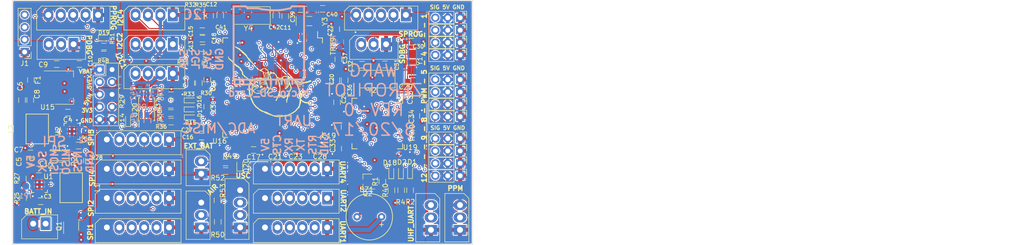
<source format=kicad_pcb>
(kicad_pcb (version 4) (host pcbnew 4.0.6)
  (layers (0 F.L1 signal) (1 L2 signal hide) (2 L3 power hide) (31 B.L4 mixed hide) (34 B.Paste user hide) (35 F.Paste user hide) (36 B.SilkS user) (37 F.SilkS user) (38 B.Mask user hide) (39 F.Mask user hide) (44 Edge.Cuts user))
  (net 0 "")
  (net 1 /VBATT)
  (net 2 GND)
  (net 3 "Net-(C3-Pad1)")
  (net 4 "Net-(C4-Pad1)")
  (net 5 /POWER/5V_INT_JMP)
  (net 6 /POWER/3V3_JMP)
  (net 7 /3V3)
  (net 8 "Net-(C27-Pad2)")
  (net 9 "Net-(C28-Pad2)")
  (net 10 "Net-(C29-Pad2)")
  (net 11 "Net-(C30-Pad2)")
  (net 12 "Net-(C31-Pad2)")
  (net 13 "Net-(C32-Pad2)")
  (net 14 "Net-(D14-Pad2)")
  (net 15 "Net-(D16-Pad2)")
  (net 16 "Net-(D17-Pad2)")
  (net 17 "Net-(D17-Pad1)")
  (net 18 "Net-(D18-Pad2)")
  (net 19 "Net-(D18-Pad1)")
  (net 20 /SDA1)
  (net 21 /SCL1)
  (net 22 /5V_EXT)
  (net 23 /POWER/VBATT_JMP)
  (net 24 /POWER/5V_EXT_JMP)
  (net 25 /5V_INT)
  (net 26 /PPM)
  (net 27 /AIR_SPD)
  (net 28 /ULTRA_SONIC_1)
  (net 29 /ULTRA_SONIC_2)
  (net 30 /EXT_BATT)
  (net 31 /SAFETY_DBG_RX)
  (net 32 /SAFETY_DBG_TX)
  (net 33 /RX3)
  (net 34 /TX3)
  (net 35 /SCLK_SAFETY)
  (net 36 /SWIO_SAFETY)
  (net 37 /NRST_SAFETY)
  (net 38 /SCLK_PILOT)
  (net 39 /SWIO_PILOT)
  (net 40 /NRST_PILOT)
  (net 41 /SCL2)
  (net 42 /SDA2)
  (net 43 /SCL4)
  (net 44 /SDA4)
  (net 45 /RTS1)
  (net 46 /TX1)
  (net 47 /RX1)
  (net 48 /CTS1)
  (net 49 /RTS4)
  (net 50 /TX4)
  (net 51 /RX4)
  (net 52 /CTS4)
  (net 53 /RTS2)
  (net 54 /TX2)
  (net 55 /RX2)
  (net 56 /CTS2)
  (net 57 /NSS1)
  (net 58 /MISO1)
  (net 59 /MOSI1)
  (net 60 /SCK1)
  (net 61 /NSS2)
  (net 62 /MISO2)
  (net 63 /MOSI2)
  (net 64 /SCK2)
  (net 65 /NSS4)
  (net 66 /MISO4)
  (net 67 /MOSI4)
  (net 68 /SCK4)
  (net 69 /NSS5)
  (net 70 /MISO5)
  (net 71 /MOSI5)
  (net 72 /SCK5)
  (net 73 "/PWM 1-12/PWM1")
  (net 74 "/PWM 1-12/PWM2")
  (net 75 "/PWM 1-12/PWM3")
  (net 76 "/PWM 1-12/PWM4")
  (net 77 "/PWM 1-12/PWM5")
  (net 78 "/PWM 1-12/PWM6")
  (net 79 "/PWM 1-12/PWM7")
  (net 80 "/PWM 1-12/PWM8")
  (net 81 "/PWM 1-12/PWM9")
  (net 82 "/PWM 1-12/PWM10")
  (net 83 "/PWM 1-12/PWM11")
  (net 84 "/PWM 1-12/PWM12")
  (net 85 /MEMORY/E1)
  (net 86 /MEMORY/E2)
  (net 87 /MEMORY/E3)
  (net 88 /MEM_WC)
  (net 89 /PW_GOOD_EXT)
  (net 90 /PW_GOOD_INT)
  (net 91 "Net-(D15-Pad2)")
  (net 92 "Net-(D15-Pad1)")
  (net 93 "Net-(D16-Pad1)")
  (net 94 /UHF_RX)
  (net 95 /UHF_TX)
  (net 96 "Net-(R39-Pad2)")
  (net 97 "Net-(TP39-Pad1)")
  (net 98 "Net-(TP40-Pad1)")
  (net 99 "Net-(D1-Pad2)")
  (net 100 "Net-(D1-Pad1)")
  (net 101 "Net-(D2-Pad2)")
  (net 102 "Net-(D2-Pad1)")
  (net 103 /POWER/BATT_IN)
  (net 104 /POWER/5V_EXT_OUT)
  (net 105 /POWER/5V_INT_OUT)
  (net 106 /POWER/5V_EXT_PREFUSE)
  (net 107 /POWER/5V_INT_PREFUSE)
  (net 108 /POWER/5V_EXT_FB)
  (net 109 /POWER/5V_INT_FB)
  (net 110 /VBATT_ADC)
  (net 111 /EXT_BATT_ADC)
  (net 112 /JRST)
  (net 113 /TDO)
  (net 114 /TDI)
  (net 115 /AIRSPD_ADC)
  (net 116 "Net-(J37-Pad8)")
  (net 117 "Net-(J37-Pad1)")
  (net 118 "Net-(U1-Pad6)")
  (net 119 "Net-(U1-Pad7)")
  (net 120 "Net-(U2-Pad6)")
  (net 121 "Net-(U2-Pad7)")
  (net 122 "Net-(U16-Pad2)")
  (net 123 "Net-(U16-Pad12)")
  (net 124 "Net-(U16-Pad13)")
  (net 125 "Net-(U16-Pad14)")
  (net 126 "Net-(U16-Pad15)")
  (net 127 "Net-(U16-Pad22)")
  (net 128 "Net-(U16-Pad27)")
  (net 129 "Net-(U16-Pad41)")
  (net 130 "Net-(U16-Pad42)")
  (net 131 "Net-(U16-Pad43)")
  (net 132 "Net-(U16-Pad44)")
  (net 133 "Net-(U16-Pad45)")
  (net 134 "Net-(U16-Pad48)")
  (net 135 "Net-(U16-Pad49)")
  (net 136 "Net-(U16-Pad50)")
  (net 137 "Net-(U16-Pad53)")
  (net 138 "Net-(U16-Pad64)")
  (net 139 "Net-(U16-Pad65)")
  (net 140 "Net-(U16-Pad80)")
  (net 141 "Net-(U16-Pad81)")
  (net 142 "Net-(U16-Pad82)")
  (net 143 "Net-(U16-Pad85)")
  (net 144 "Net-(U16-Pad86)")
  (net 145 "Net-(U16-Pad87)")
  (net 146 "Net-(U16-Pad88)")
  (net 147 "Net-(U16-Pad89)")
  (net 148 "Net-(U16-Pad90)")
  (net 149 "Net-(U16-Pad91)")
  (net 150 "Net-(U16-Pad92)")
  (net 151 "Net-(U16-Pad93)")
  (net 152 "Net-(U16-Pad96)")
  (net 153 "Net-(U16-Pad97)")
  (net 154 "Net-(U16-Pad98)")
  (net 155 "Net-(U16-Pad99)")
  (net 156 "Net-(U16-Pad100)")
  (net 157 "Net-(U16-Pad111)")
  (net 158 "Net-(U16-Pad112)")
  (net 159 "Net-(U16-Pad113)")
  (net 160 "Net-(U16-Pad116)")
  (net 161 "Net-(U16-Pad117)")
  (net 162 "Net-(U16-Pad118)")
  (net 163 "Net-(U16-Pad119)")
  (net 164 "Net-(U16-Pad122)")
  (net 165 "Net-(U16-Pad127)")
  (net 166 "Net-(U16-Pad135)")
  (net 167 "Net-(U16-Pad141)")
  (net 168 "Net-(U16-Pad142)")
  (net 169 "Net-(U19-Pad8)")
  (net 170 "Net-(U19-Pad9)")
  (net 171 "Net-(U19-Pad10)")
  (net 172 "Net-(U19-Pad11)")
  (net 173 "Net-(U19-Pad14)")
  (net 174 "Net-(U19-Pad15)")
  (net 175 "Net-(U19-Pad20)")
  (net 176 "Net-(U19-Pad21)")
  (net 177 "Net-(U19-Pad24)")
  (net 178 "Net-(U19-Pad25)")
  (net 179 "Net-(U19-Pad26)")
  (net 180 "Net-(U19-Pad28)")
  (net 181 "Net-(U19-Pad29)")
  (net 182 "Net-(U19-Pad30)")
  (net 183 "Net-(U19-Pad33)")
  (net 184 "Net-(U19-Pad45)")
  (net 185 "Net-(U19-Pad54)")
  (net 186 "Net-(C39-Pad1)")
  (net 187 "Net-(C40-Pad1)")
  (net 188 "Net-(C41-Pad1)")
  (net 189 "Net-(C42-Pad1)")
  (net 190 "Net-(U16-Pad7)")
  (net 191 "Net-(U16-Pad59)")
  (net 192 "Net-(U16-Pad60)")
  (net 193 "Net-(U16-Pad63)")
  (net 194 "Net-(U16-Pad40)")
  (net 195 "Net-(U16-Pad79)")
  (net 196 "Net-(U16-Pad128)")
  (net 197 "Net-(U16-Pad129)")
  (net 198 "Net-(U16-Pad132)")
  (net 199 "Net-(U16-Pad10)")
  (net 200 "Net-(U16-Pad11)")
  (net 201 "Net-(U19-Pad2)")
  (net 202 "Net-(BZ1-Pad2)")
  (net 203 "Net-(Q2-Pad1)")
  (module WARG:via (layer F.L1) (at 126.496 132.743)
    (fp_text reference REF** hide)
    (fp_text value via hide)
    (pad 1 thru_hole circle (at 0 0) (size 0.6 0.6) (drill 0.3) (layers *.Cu) (net 2 GND))
  )
  (module WARG:via (layer F.L1) (at 126.037 115.812)
    (fp_text reference REF** hide)
    (fp_text value via hide)
    (pad 1 thru_hole circle (at 0 0) (size 0.6 0.6) (drill 0.3) (layers *.Cu) (net 2 GND))
  )
  (module WARG:via (layer F.L1) (at 123.661 138.443)
    (fp_text reference REF** hide)
    (fp_text value via hide)
    (pad 1 thru_hole circle (at 0 0) (size 0.6 0.6) (drill 0.3) (layers *.Cu) (net 2 GND))
  )
  (module WARG:via (layer F.L1) (at 72.923 137.605)
    (fp_text reference REF** hide)
    (fp_text value via hide)
    (pad 1 thru_hole circle (at 0 0) (size 0.6 0.6) (drill 0.3) (layers *.Cu) (net 2 GND))
  )
  (module WARG:via (layer F.L1) (at 73.034 131.878)
    (fp_text reference REF** hide)
    (fp_text value via hide)
    (pad 1 thru_hole circle (at 0 0) (size 0.6 0.6) (drill 0.3) (layers *.Cu) (net 2 GND))
  )
  (module WARG:via (layer F.L1) (at 135.396 106.424)
    (fp_text reference REF** hide)
    (fp_text value via hide)
    (pad 1 thru_hole circle (at 0 0) (size 0.6 0.6) (drill 0.3) (layers *.Cu) (net 2 GND))
  )
  (module WARG:via (layer F.L1) (at 125.142 122.657)
    (fp_text reference REF** hide)
    (fp_text value via hide)
    (pad 1 thru_hole circle (at 0 0) (size 0.6 0.6) (drill 0.3) (layers *.Cu) (net 2 GND))
  )
  (module WARG:via (layer F.L1) (at 126.791 126.122)
    (fp_text reference REF** hide)
    (fp_text value via hide)
    (pad 1 thru_hole circle (at 0 0) (size 0.6 0.6) (drill 0.3) (layers *.Cu) (net 2 GND))
  )
  (module WARG:via (layer F.L1) (at 124.947 125.368)
    (fp_text reference REF** hide)
    (fp_text value via hide)
    (pad 1 thru_hole circle (at 0 0) (size 0.6 0.6) (drill 0.3) (layers *.Cu) (net 2 GND))
  )
  (module WARG:via (layer F.L1) (at 84.992 118.187)
    (fp_text reference REF** hide)
    (fp_text value via hide)
    (pad 1 thru_hole circle (at 0 0) (size 0.6 0.6) (drill 0.3) (layers *.Cu) (net 2 GND))
  )
  (module WARG:via (layer F.L1) (at 79.823 112.432)
    (fp_text reference REF** hide)
    (fp_text value via hide)
    (pad 1 thru_hole circle (at 0 0) (size 0.6 0.6) (drill 0.3) (layers *.Cu) (net 2 GND))
  )
  (module WARG:via (layer F.L1) (at 119.834 103.351)
    (fp_text reference REF** hide)
    (fp_text value via hide)
    (pad 1 thru_hole circle (at 0 0) (size 0.6 0.6) (drill 0.3) (layers *.Cu) (net 2 GND))
  )
  (module WARG:via (layer F.L1) (at 100.667 103.407)
    (fp_text reference REF** hide)
    (fp_text value via hide)
    (pad 1 thru_hole circle (at 0 0) (size 0.6 0.6) (drill 0.3) (layers *.Cu) (net 2 GND))
  )
  (module WARG:via (layer F.L1) (at 99.018 111.202)
    (fp_text reference REF** hide)
    (fp_text value via hide)
    (pad 1 thru_hole circle (at 0 0) (size 0.6 0.6) (drill 0.3) (layers *.Cu) (net 2 GND))
  )
  (module WARG:via (layer F.L1) (at 99.27 112.515)
    (fp_text reference REF** hide)
    (fp_text value via hide)
    (pad 1 thru_hole circle (at 0 0) (size 0.6 0.6) (drill 0.3) (layers *.Cu) (net 2 GND))
  )
  (module WARG:via (layer F.L1) (at 102.064 112.906)
    (fp_text reference REF** hide)
    (fp_text value via hide)
    (pad 1 thru_hole circle (at 0 0) (size 0.6 0.6) (drill 0.3) (layers *.Cu) (net 2 GND))
  )
  (module WARG:via (layer F.L1) (at 105.277 114.75)
    (fp_text reference REF** hide)
    (fp_text value via hide)
    (pad 1 thru_hole circle (at 0 0) (size 0.6 0.6) (drill 0.3) (layers *.Cu) (net 2 GND))
  )
  (module Pin_Headers:Pin_Header_Straight_1x03_Pitch2.54mm (layer F.L1) (at 143.974 103.584 270)
    (fp_text reference J2 hide)
    (fp_text value CONN_01X03)
    (pad 1 thru_hole rect (at 0 0 270) (size 1.7 1.7) (drill 1) (layers *.Cu *.Mask) (net 2 GND))
    (pad 2 thru_hole oval (at 0 2.54 270) (size 1.7 1.7) (drill 1) (layers *.Cu *.Mask) (net 22 /5V_EXT))
    (pad 3 thru_hole oval (at 0 5.08 270) (size 1.7 1.7) (drill 1) (layers *.Cu *.Mask) (net 73 "/PWM 1-12/PWM1"))
  )
  (module Pin_Headers:Pin_Header_Straight_1x03_Pitch2.54mm (layer F.L1) (at 143.974 108.664 270)
    (fp_text reference J4 hide)
    (fp_text value CONN_01X03)
    (pad 1 thru_hole rect (at 0 0 270) (size 1.7 1.7) (drill 1) (layers *.Cu *.Mask) (net 2 GND))
    (pad 2 thru_hole oval (at 0 2.54 270) (size 1.7 1.7) (drill 1) (layers *.Cu *.Mask) (net 22 /5V_EXT))
    (pad 3 thru_hole oval (at 0 5.08 270) (size 1.7 1.7) (drill 1) (layers *.Cu *.Mask) (net 75 "/PWM 1-12/PWM3"))
  )
  (module Pin_Headers:Pin_Header_Straight_1x03_Pitch2.54mm (layer F.L1) (at 143.974 111.204 270)
    (fp_text reference J5 hide)
    (fp_text value CONN_01X03)
    (pad 1 thru_hole rect (at 0 0 270) (size 1.7 1.7) (drill 1) (layers *.Cu *.Mask) (net 2 GND))
    (pad 2 thru_hole oval (at 0 2.54 270) (size 1.7 1.7) (drill 1) (layers *.Cu *.Mask) (net 22 /5V_EXT))
    (pad 3 thru_hole oval (at 0 5.08 270) (size 1.7 1.7) (drill 1) (layers *.Cu *.Mask) (net 76 "/PWM 1-12/PWM4"))
  )
  (module Pin_Headers:Pin_Header_Straight_1x03_Pitch2.54mm (layer F.L1) (at 143.974 116.23 270)
    (fp_text reference J6 hide)
    (fp_text value CONN_01X03)
    (pad 1 thru_hole rect (at 0 0 270) (size 1.7 1.7) (drill 1) (layers *.Cu *.Mask) (net 2 GND))
    (pad 2 thru_hole oval (at 0 2.54 270) (size 1.7 1.7) (drill 1) (layers *.Cu *.Mask) (net 22 /5V_EXT))
    (pad 3 thru_hole oval (at 0 5.08 270) (size 1.7 1.7) (drill 1) (layers *.Cu *.Mask) (net 77 "/PWM 1-12/PWM5"))
  )
  (module Pin_Headers:Pin_Header_Straight_1x03_Pitch2.54mm (layer F.L1) (at 143.974 118.77 270)
    (fp_text reference J7 hide)
    (fp_text value CONN_01X03)
    (pad 1 thru_hole rect (at 0 0 270) (size 1.7 1.7) (drill 1) (layers *.Cu *.Mask) (net 2 GND))
    (pad 2 thru_hole oval (at 0 2.54 270) (size 1.7 1.7) (drill 1) (layers *.Cu *.Mask) (net 22 /5V_EXT))
    (pad 3 thru_hole oval (at 0 5.08 270) (size 1.7 1.7) (drill 1) (layers *.Cu *.Mask) (net 78 "/PWM 1-12/PWM6"))
  )
  (module Pin_Headers:Pin_Header_Straight_1x03_Pitch2.54mm (layer F.L1) (at 143.974 121.31 270)
    (fp_text reference J8 hide)
    (fp_text value CONN_01X03)
    (pad 1 thru_hole rect (at 0 0 270) (size 1.7 1.7) (drill 1) (layers *.Cu *.Mask) (net 2 GND))
    (pad 2 thru_hole oval (at 0 2.54 270) (size 1.7 1.7) (drill 1) (layers *.Cu *.Mask) (net 22 /5V_EXT))
    (pad 3 thru_hole oval (at 0 5.08 270) (size 1.7 1.7) (drill 1) (layers *.Cu *.Mask) (net 79 "/PWM 1-12/PWM7"))
  )
  (module Pin_Headers:Pin_Header_Straight_1x03_Pitch2.54mm (layer F.L1) (at 143.974 123.85 270)
    (fp_text reference J9 hide)
    (fp_text value CONN_01X03)
    (pad 1 thru_hole rect (at 0 0 270) (size 1.7 1.7) (drill 1) (layers *.Cu *.Mask) (net 2 GND))
    (pad 2 thru_hole oval (at 0 2.54 270) (size 1.7 1.7) (drill 1) (layers *.Cu *.Mask) (net 22 /5V_EXT))
    (pad 3 thru_hole oval (at 0 5.08 270) (size 1.7 1.7) (drill 1) (layers *.Cu *.Mask) (net 80 "/PWM 1-12/PWM8"))
  )
  (module Pin_Headers:Pin_Header_Straight_1x03_Pitch2.54mm (layer F.L1) (at 143.974 128.3 270)
    (fp_text reference J10 hide)
    (fp_text value CONN_01X03)
    (pad 1 thru_hole rect (at 0 0 270) (size 1.7 1.7) (drill 1) (layers *.Cu *.Mask) (net 2 GND))
    (pad 2 thru_hole oval (at 0 2.54 270) (size 1.7 1.7) (drill 1) (layers *.Cu *.Mask) (net 22 /5V_EXT))
    (pad 3 thru_hole oval (at 0 5.08 270) (size 1.7 1.7) (drill 1) (layers *.Cu *.Mask) (net 81 "/PWM 1-12/PWM9"))
  )
  (module Pin_Headers:Pin_Header_Straight_1x03_Pitch2.54mm (layer F.L1) (at 143.974 130.84 270)
    (fp_text reference J11 hide)
    (fp_text value CONN_01X03)
    (pad 1 thru_hole rect (at 0 0 270) (size 1.7 1.7) (drill 1) (layers *.Cu *.Mask) (net 2 GND))
    (pad 2 thru_hole oval (at 0 2.54 270) (size 1.7 1.7) (drill 1) (layers *.Cu *.Mask) (net 22 /5V_EXT))
    (pad 3 thru_hole oval (at 0 5.08 270) (size 1.7 1.7) (drill 1) (layers *.Cu *.Mask) (net 82 "/PWM 1-12/PWM10"))
  )
  (module Pin_Headers:Pin_Header_Straight_1x03_Pitch2.54mm (layer F.L1) (at 143.974 133.38 270)
    (fp_text reference J12 hide)
    (fp_text value CONN_01X03)
    (pad 1 thru_hole rect (at 0 0 270) (size 1.7 1.7) (drill 1) (layers *.Cu *.Mask) (net 2 GND))
    (pad 2 thru_hole oval (at 0 2.54 270) (size 1.7 1.7) (drill 1) (layers *.Cu *.Mask) (net 22 /5V_EXT))
    (pad 3 thru_hole oval (at 0 5.08 270) (size 1.7 1.7) (drill 1) (layers *.Cu *.Mask) (net 83 "/PWM 1-12/PWM11"))
  )
  (module Pin_Headers:Pin_Header_Straight_1x03_Pitch2.54mm (layer F.L1) (at 143.974 135.92 270)
    (fp_text reference J13 hide)
    (fp_text value CONN_01X03)
    (pad 1 thru_hole rect (at 0 0 270) (size 1.7 1.7) (drill 1) (layers *.Cu *.Mask) (net 2 GND))
    (pad 2 thru_hole oval (at 0 2.54 270) (size 1.7 1.7) (drill 1) (layers *.Cu *.Mask) (net 22 /5V_EXT))
    (pad 3 thru_hole oval (at 0 5.08 270) (size 1.7 1.7) (drill 1) (layers *.Cu *.Mask) (net 84 "/PWM 1-12/PWM12"))
  )
  (module Pin_Headers:Pin_Header_Straight_1x03_Pitch2.54mm (layer F.L1) (at 143.974 106.124 270)
    (fp_text reference J3 hide)
    (fp_text value CONN_01X03)
    (pad 1 thru_hole rect (at 0 0 270) (size 1.7 1.7) (drill 1) (layers *.Cu *.Mask) (net 2 GND))
    (pad 2 thru_hole oval (at 0 2.54 270) (size 1.7 1.7) (drill 1) (layers *.Cu *.Mask) (net 22 /5V_EXT))
    (pad 3 thru_hole oval (at 0 5.08 270) (size 1.7 1.7) (drill 1) (layers *.Cu *.Mask) (net 74 "/PWM 1-12/PWM2"))
  )
  (module Crystals:Crystal_SMD_5032-2pin_5.0x3.2mm_HandSoldering (layer F.L1) (at 100.625 103.124 180)
    (fp_text reference Y4 (at -0.05 -2.649 180) (layer F.SilkS))
    (fp_text value 8MHz)
    (pad 1 smd rect (at -2.6 0 180) (size 3.5 2.4) (layers F.L1 F.Paste F.Mask) (net 189 "Net-(C42-Pad1)"))
    (pad 2 smd rect (at 2.6 0 180) (size 3.5 2.4) (layers F.L1 F.Paste F.Mask) (net 188 "Net-(C41-Pad1)"))
  )
  (module Crystals:Crystal_SMD_MicroCrystal_CC7V-T1A-2pin_3.2x1.5mm_HandSoldering (layer F.L1) (at 113.162 104.262)
    (fp_text reference Y3 (at 3.17 0.102 90) (layer F.SilkS))
    (fp_text value 32.768kHz)
    (pad 1 smd rect (at -1.625 0) (size 1.75 1.8) (layers F.L1 F.Paste F.Mask) (net 186 "Net-(C39-Pad1)"))
    (pad 2 smd rect (at 1.625 0) (size 1.75 1.8) (layers F.L1 F.Paste F.Mask) (net 187 "Net-(C40-Pad1)"))
  )
  (module Resistors_SMD:R_0603_HandSoldering (layer F.L1) (at 106.403 103.144 270)
    (fp_text reference C42 (at 2.389 0.401 360) (layer F.SilkS) (effects (font (size 0.8 0.8))))
    (fp_text value 7pF)
    (pad 1 smd rect (at -1.1 0 270) (size 1.2 0.9) (layers F.L1 F.Paste F.Mask) (net 189 "Net-(C42-Pad1)"))
    (pad 2 smd rect (at 1.1 0 270) (size 1.2 0.9) (layers F.L1 F.Paste F.Mask) (net 2 GND))
  )
  (module Resistors_SMD:R_0603_HandSoldering (layer F.L1) (at 94.949 103.11 270)
    (fp_text reference C41 (at 2.412 -0.171 360) (layer F.SilkS) (effects (font (size 0.8 0.8))))
    (fp_text value 7pF)
    (pad 1 smd rect (at -1.1 0 270) (size 1.2 0.9) (layers F.L1 F.Paste F.Mask) (net 188 "Net-(C41-Pad1)"))
    (pad 2 smd rect (at 1.1 0 270) (size 1.2 0.9) (layers F.L1 F.Paste F.Mask) (net 2 GND))
  )
  (module Resistors_SMD:R_0603_HandSoldering (layer F.L1) (at 115.885 101.757)
    (fp_text reference C40 (at 1.91 1.143) (layer F.SilkS) (effects (font (size 0.8 0.8))))
    (fp_text value 14pF)
    (pad 1 smd rect (at -1.1 0) (size 1.2 0.9) (layers F.L1 F.Paste F.Mask) (net 187 "Net-(C40-Pad1)"))
    (pad 2 smd rect (at 1.1 0) (size 1.2 0.9) (layers F.L1 F.Paste F.Mask) (net 2 GND))
  )
  (module Resistors_SMD:R_0603_HandSoldering (layer F.L1) (at 111.313 101.803 180)
    (fp_text reference C39 (at 1.551 -1.593 450) (layer F.SilkS) (effects (font (size 0.8 0.8))))
    (fp_text value 14pF)
    (pad 1 smd rect (at -1.1 0 180) (size 1.2 0.9) (layers F.L1 F.Paste F.Mask) (net 186 "Net-(C39-Pad1)"))
    (pad 2 smd rect (at 1.1 0 180) (size 1.2 0.9) (layers F.L1 F.Paste F.Mask) (net 2 GND))
  )
  (module Crystals:Crystal_SMD_5032-2pin_5.0x3.2mm_HandSoldering (layer F.L1) (at 126.113 116.147 180)
    (fp_text reference Y2 (at 0.109 -2.278 180) (layer F.SilkS))
    (fp_text value 8MHz)
    (pad 1 smd rect (at -2.6 0 180) (size 3.5 2.4) (layers F.L1 F.Paste F.Mask) (net 12 "Net-(C31-Pad2)"))
    (pad 2 smd rect (at 2.6 0 180) (size 3.5 2.4) (layers F.L1 F.Paste F.Mask) (net 13 "Net-(C32-Pad2)"))
  )
  (module Crystals:Crystal_SMD_MicroCrystal_CC7V-T1A-2pin_3.2x1.5mm_HandSoldering (layer F.L1) (at 134.071 112.634 90)
    (fp_text reference Y1 (at 0.203 1.662 90) (layer F.SilkS))
    (fp_text value 32.768kHz)
    (pad 1 smd rect (at -1.625 0 90) (size 1.75 1.8) (layers F.L1 F.Paste F.Mask) (net 10 "Net-(C29-Pad2)"))
    (pad 2 smd rect (at 1.625 0 90) (size 1.75 1.8) (layers F.L1 F.Paste F.Mask) (net 11 "Net-(C30-Pad2)"))
  )
  (module Housings_SSOP:TSSOP-8_4.4x3mm_Pitch0.65mm (layer F.L1) (at 79.903 122.331 90)
    (fp_text reference U20 (at -0.117 -2.362 90) (layer F.SilkS))
    (fp_text value M24C64-WDW6TP)
    (pad 1 smd rect (at -2.95 -0.975 90) (size 1.45 0.45) (layers F.L1 F.Paste F.Mask) (net 85 /MEMORY/E1))
    (pad 2 smd rect (at -2.95 -0.325 90) (size 1.45 0.45) (layers F.L1 F.Paste F.Mask) (net 86 /MEMORY/E2))
    (pad 3 smd rect (at -2.95 0.325 90) (size 1.45 0.45) (layers F.L1 F.Paste F.Mask) (net 87 /MEMORY/E3))
    (pad 4 smd rect (at -2.95 0.975 90) (size 1.45 0.45) (layers F.L1 F.Paste F.Mask) (net 2 GND))
    (pad 5 smd rect (at 2.95 0.975 90) (size 1.45 0.45) (layers F.L1 F.Paste F.Mask) (net 20 /SDA1))
    (pad 6 smd rect (at 2.95 0.325 90) (size 1.45 0.45) (layers F.L1 F.Paste F.Mask) (net 21 /SCL1))
    (pad 7 smd rect (at 2.95 -0.325 90) (size 1.45 0.45) (layers F.L1 F.Paste F.Mask) (net 88 /MEM_WC))
    (pad 8 smd rect (at 2.95 -0.975 90) (size 1.45 0.45) (layers F.L1 F.Paste F.Mask) (net 7 /3V3))
  )
  (module Housings_QFP:LQFP-64_10x10mm_Pitch0.5mm (layer F.L1) (at 127.038 125.235 270)
    (fp_text reference U19 (at 4.882 -6.739 360) (layer F.SilkS))
    (fp_text value STM32F030RCT6)
    (pad 1 smd rect (at -5.7 -3.75 270) (size 1 0.25) (layers F.L1 F.Paste F.Mask) (net 7 /3V3))
    (pad 2 smd rect (at -5.7 -3.25 270) (size 1 0.25) (layers F.L1 F.Paste F.Mask) (net 201 "Net-(U19-Pad2)"))
    (pad 3 smd rect (at -5.7 -2.75 270) (size 1 0.25) (layers F.L1 F.Paste F.Mask) (net 10 "Net-(C29-Pad2)"))
    (pad 4 smd rect (at -5.7 -2.25 270) (size 1 0.25) (layers F.L1 F.Paste F.Mask) (net 11 "Net-(C30-Pad2)"))
    (pad 5 smd rect (at -5.7 -1.75 270) (size 1 0.25) (layers F.L1 F.Paste F.Mask) (net 12 "Net-(C31-Pad2)"))
    (pad 6 smd rect (at -5.7 -1.25 270) (size 1 0.25) (layers F.L1 F.Paste F.Mask) (net 13 "Net-(C32-Pad2)"))
    (pad 7 smd rect (at -5.7 -0.75 270) (size 1 0.25) (layers F.L1 F.Paste F.Mask) (net 37 /NRST_SAFETY))
    (pad 8 smd rect (at -5.7 -0.25 270) (size 1 0.25) (layers F.L1 F.Paste F.Mask) (net 169 "Net-(U19-Pad8)"))
    (pad 9 smd rect (at -5.7 0.25 270) (size 1 0.25) (layers F.L1 F.Paste F.Mask) (net 170 "Net-(U19-Pad9)"))
    (pad 10 smd rect (at -5.7 0.75 270) (size 1 0.25) (layers F.L1 F.Paste F.Mask) (net 171 "Net-(U19-Pad10)"))
    (pad 11 smd rect (at -5.7 1.25 270) (size 1 0.25) (layers F.L1 F.Paste F.Mask) (net 172 "Net-(U19-Pad11)"))
    (pad 12 smd rect (at -5.7 1.75 270) (size 1 0.25) (layers F.L1 F.Paste F.Mask) (net 2 GND))
    (pad 13 smd rect (at -5.7 2.25 270) (size 1 0.25) (layers F.L1 F.Paste F.Mask) (net 7 /3V3))
    (pad 14 smd rect (at -5.7 2.75 270) (size 1 0.25) (layers F.L1 F.Paste F.Mask) (net 173 "Net-(U19-Pad14)"))
    (pad 15 smd rect (at -5.7 3.25 270) (size 1 0.25) (layers F.L1 F.Paste F.Mask) (net 174 "Net-(U19-Pad15)"))
    (pad 16 smd rect (at -5.7 3.75 270) (size 1 0.25) (layers F.L1 F.Paste F.Mask) (net 95 /UHF_TX))
    (pad 17 smd rect (at -3.75 5.7) (size 1 0.25) (layers F.L1 F.Paste F.Mask) (net 94 /UHF_RX))
    (pad 18 smd rect (at -3.25 5.7) (size 1 0.25) (layers F.L1 F.Paste F.Mask) (net 2 GND))
    (pad 19 smd rect (at -2.75 5.7) (size 1 0.25) (layers F.L1 F.Paste F.Mask) (net 7 /3V3))
    (pad 20 smd rect (at -2.25 5.7) (size 1 0.25) (layers F.L1 F.Paste F.Mask) (net 175 "Net-(U19-Pad20)"))
    (pad 21 smd rect (at -1.75 5.7) (size 1 0.25) (layers F.L1 F.Paste F.Mask) (net 176 "Net-(U19-Pad21)"))
    (pad 22 smd rect (at -1.25 5.7) (size 1 0.25) (layers F.L1 F.Paste F.Mask) (net 73 "/PWM 1-12/PWM1"))
    (pad 23 smd rect (at -0.75 5.7) (size 1 0.25) (layers F.L1 F.Paste F.Mask) (net 74 "/PWM 1-12/PWM2"))
    (pad 24 smd rect (at -0.25 5.7) (size 1 0.25) (layers F.L1 F.Paste F.Mask) (net 177 "Net-(U19-Pad24)"))
    (pad 25 smd rect (at 0.25 5.7) (size 1 0.25) (layers F.L1 F.Paste F.Mask) (net 178 "Net-(U19-Pad25)"))
    (pad 26 smd rect (at 0.75 5.7) (size 1 0.25) (layers F.L1 F.Paste F.Mask) (net 179 "Net-(U19-Pad26)"))
    (pad 27 smd rect (at 1.25 5.7) (size 1 0.25) (layers F.L1 F.Paste F.Mask) (net 26 /PPM))
    (pad 28 smd rect (at 1.75 5.7) (size 1 0.25) (layers F.L1 F.Paste F.Mask) (net 180 "Net-(U19-Pad28)"))
    (pad 29 smd rect (at 2.25 5.7) (size 1 0.25) (layers F.L1 F.Paste F.Mask) (net 181 "Net-(U19-Pad29)"))
    (pad 30 smd rect (at 2.75 5.7) (size 1 0.25) (layers F.L1 F.Paste F.Mask) (net 182 "Net-(U19-Pad30)"))
    (pad 31 smd rect (at 3.25 5.7) (size 1 0.25) (layers F.L1 F.Paste F.Mask) (net 2 GND))
    (pad 32 smd rect (at 3.75 5.7) (size 1 0.25) (layers F.L1 F.Paste F.Mask) (net 7 /3V3))
    (pad 33 smd rect (at 5.7 3.75 270) (size 1 0.25) (layers F.L1 F.Paste F.Mask) (net 183 "Net-(U19-Pad33)"))
    (pad 34 smd rect (at 5.7 3.25 270) (size 1 0.25) (layers F.L1 F.Paste F.Mask) (net 203 "Net-(Q2-Pad1)"))
    (pad 35 smd rect (at 5.7 2.75 270) (size 1 0.25) (layers F.L1 F.Paste F.Mask) (net 75 "/PWM 1-12/PWM3"))
    (pad 36 smd rect (at 5.7 2.25 270) (size 1 0.25) (layers F.L1 F.Paste F.Mask) (net 76 "/PWM 1-12/PWM4"))
    (pad 37 smd rect (at 5.7 1.75 270) (size 1 0.25) (layers F.L1 F.Paste F.Mask) (net 77 "/PWM 1-12/PWM5"))
    (pad 38 smd rect (at 5.7 1.25 270) (size 1 0.25) (layers F.L1 F.Paste F.Mask) (net 78 "/PWM 1-12/PWM6"))
    (pad 39 smd rect (at 5.7 0.75 270) (size 1 0.25) (layers F.L1 F.Paste F.Mask) (net 79 "/PWM 1-12/PWM7"))
    (pad 40 smd rect (at 5.7 0.25 270) (size 1 0.25) (layers F.L1 F.Paste F.Mask) (net 80 "/PWM 1-12/PWM8"))
    (pad 41 smd rect (at 5.7 -0.25 270) (size 1 0.25) (layers F.L1 F.Paste F.Mask) (net 81 "/PWM 1-12/PWM9"))
    (pad 42 smd rect (at 5.7 -0.75 270) (size 1 0.25) (layers F.L1 F.Paste F.Mask) (net 82 "/PWM 1-12/PWM10"))
    (pad 43 smd rect (at 5.7 -1.25 270) (size 1 0.25) (layers F.L1 F.Paste F.Mask) (net 83 "/PWM 1-12/PWM11"))
    (pad 44 smd rect (at 5.7 -1.75 270) (size 1 0.25) (layers F.L1 F.Paste F.Mask) (net 84 "/PWM 1-12/PWM12"))
    (pad 45 smd rect (at 5.7 -2.25 270) (size 1 0.25) (layers F.L1 F.Paste F.Mask) (net 184 "Net-(U19-Pad45)"))
    (pad 46 smd rect (at 5.7 -2.75 270) (size 1 0.25) (layers F.L1 F.Paste F.Mask) (net 36 /SWIO_SAFETY))
    (pad 47 smd rect (at 5.7 -3.25 270) (size 1 0.25) (layers F.L1 F.Paste F.Mask) (net 2 GND))
    (pad 48 smd rect (at 5.7 -3.75 270) (size 1 0.25) (layers F.L1 F.Paste F.Mask) (net 7 /3V3))
    (pad 49 smd rect (at 3.75 -5.7) (size 1 0.25) (layers F.L1 F.Paste F.Mask) (net 35 /SCLK_SAFETY))
    (pad 50 smd rect (at 3.25 -5.7) (size 1 0.25) (layers F.L1 F.Paste F.Mask) (net 57 /NSS1))
    (pad 51 smd rect (at 2.75 -5.7) (size 1 0.25) (layers F.L1 F.Paste F.Mask) (net 101 "Net-(D2-Pad2)"))
    (pad 52 smd rect (at 2.25 -5.7) (size 1 0.25) (layers F.L1 F.Paste F.Mask) (net 18 "Net-(D18-Pad2)"))
    (pad 53 smd rect (at 1.75 -5.7) (size 1 0.25) (layers F.L1 F.Paste F.Mask) (net 99 "Net-(D1-Pad2)"))
    (pad 54 smd rect (at 1.25 -5.7) (size 1 0.25) (layers F.L1 F.Paste F.Mask) (net 185 "Net-(U19-Pad54)"))
    (pad 55 smd rect (at 0.75 -5.7) (size 1 0.25) (layers F.L1 F.Paste F.Mask) (net 60 /SCK1))
    (pad 56 smd rect (at 0.25 -5.7) (size 1 0.25) (layers F.L1 F.Paste F.Mask) (net 58 /MISO1))
    (pad 57 smd rect (at -0.25 -5.7) (size 1 0.25) (layers F.L1 F.Paste F.Mask) (net 59 /MOSI1))
    (pad 58 smd rect (at -0.75 -5.7) (size 1 0.25) (layers F.L1 F.Paste F.Mask) (net 31 /SAFETY_DBG_RX))
    (pad 59 smd rect (at -1.25 -5.7) (size 1 0.25) (layers F.L1 F.Paste F.Mask) (net 32 /SAFETY_DBG_TX))
    (pad 60 smd rect (at -1.75 -5.7) (size 1 0.25) (layers F.L1 F.Paste F.Mask) (net 98 "Net-(TP40-Pad1)"))
    (pad 61 smd rect (at -2.25 -5.7) (size 1 0.25) (layers F.L1 F.Paste F.Mask) (net 21 /SCL1))
    (pad 62 smd rect (at -2.75 -5.7) (size 1 0.25) (layers F.L1 F.Paste F.Mask) (net 20 /SDA1))
    (pad 63 smd rect (at -3.25 -5.7) (size 1 0.25) (layers F.L1 F.Paste F.Mask) (net 2 GND))
    (pad 64 smd rect (at -3.75 -5.7) (size 1 0.25) (layers F.L1 F.Paste F.Mask) (net 7 /3V3))
  )
  (module TO_SOT_Packages_SMD:SOT-223 (layer F.L1) (at 63.081 117.879)
    (fp_text reference U15 (at -3.401 3.995) (layer F.SilkS))
    (fp_text value MCP1826S-3302E/DB)
    (pad 4 smd rect (at 3.15 0) (size 2 3.8) (layers F.L1 F.Paste F.Mask) (net 2 GND))
    (pad 2 smd rect (at -3.15 0) (size 2 1.5) (layers F.L1 F.Paste F.Mask) (net 2 GND))
    (pad 3 smd rect (at -3.15 2.3) (size 2 1.5) (layers F.L1 F.Paste F.Mask) (net 6 /POWER/3V3_JMP))
    (pad 1 smd rect (at -3.15 -2.3) (size 2 1.5) (layers F.L1 F.Paste F.Mask) (net 5 /POWER/5V_INT_JMP))
  )
  (module Housings_DFN_QFN:QFN-16-1EP_3x3mm_Pitch0.5mm (layer F.L1) (at 64.673 126.82 90)
    (fp_text reference U2 (at 0 -2.85 90) (layer F.SilkS))
    (fp_text value TS30013-M050QFNR)
    (pad 1 smd oval (at -1.475 -0.75 90) (size 0.75 0.3) (layers F.L1 F.Paste F.Mask) (net 105 /POWER/5V_INT_OUT))
    (pad 2 smd oval (at -1.475 -0.25 90) (size 0.75 0.3) (layers F.L1 F.Paste F.Mask) (net 1 /VBATT))
    (pad 3 smd oval (at -1.475 0.25 90) (size 0.75 0.3) (layers F.L1 F.Paste F.Mask) (net 1 /VBATT))
    (pad 4 smd oval (at -1.475 0.75 90) (size 0.75 0.3) (layers F.L1 F.Paste F.Mask) (net 2 GND))
    (pad 5 smd oval (at -0.75 1.475 180) (size 0.75 0.3) (layers F.L1 F.Paste F.Mask) (net 109 /POWER/5V_INT_FB))
    (pad 6 smd oval (at -0.25 1.475 180) (size 0.75 0.3) (layers F.L1 F.Paste F.Mask) (net 120 "Net-(U2-Pad6)"))
    (pad 7 smd oval (at 0.25 1.475 180) (size 0.75 0.3) (layers F.L1 F.Paste F.Mask) (net 121 "Net-(U2-Pad7)"))
    (pad 8 smd oval (at 0.75 1.475 180) (size 0.75 0.3) (layers F.L1 F.Paste F.Mask) (net 90 /PW_GOOD_INT))
    (pad 9 smd oval (at 1.475 0.75 90) (size 0.75 0.3) (layers F.L1 F.Paste F.Mask) (net 1 /VBATT))
    (pad 10 smd oval (at 1.475 0.25 90) (size 0.75 0.3) (layers F.L1 F.Paste F.Mask) (net 4 "Net-(C4-Pad1)"))
    (pad 11 smd oval (at 1.475 -0.25 90) (size 0.75 0.3) (layers F.L1 F.Paste F.Mask) (net 1 /VBATT))
    (pad 12 smd oval (at 1.475 -0.75 90) (size 0.75 0.3) (layers F.L1 F.Paste F.Mask) (net 105 /POWER/5V_INT_OUT))
    (pad 13 smd oval (at 0.75 -1.475 180) (size 0.75 0.3) (layers F.L1 F.Paste F.Mask) (net 105 /POWER/5V_INT_OUT))
    (pad 14 smd oval (at 0.25 -1.475 180) (size 0.75 0.3) (layers F.L1 F.Paste F.Mask) (net 2 GND))
    (pad 15 smd oval (at -0.25 -1.475 180) (size 0.75 0.3) (layers F.L1 F.Paste F.Mask) (net 2 GND))
    (pad 16 smd oval (at -0.75 -1.475 180) (size 0.75 0.3) (layers F.L1 F.Paste F.Mask) (net 105 /POWER/5V_INT_OUT))
    (pad 17 smd rect (at 0.45 0.45 90) (size 0.9 0.9) (layers F.L1 F.Paste F.Mask) (net 2 GND))
    (pad 17 smd rect (at 0.45 -0.45 90) (size 0.9 0.9) (layers F.L1 F.Paste F.Mask) (net 2 GND))
    (pad 17 smd rect (at -0.45 0.45 90) (size 0.9 0.9) (layers F.L1 F.Paste F.Mask) (net 2 GND))
    (pad 17 smd rect (at -0.45 -0.45 90) (size 0.9 0.9) (layers F.L1 F.Paste F.Mask) (net 2 GND))
  )
  (module Measurement_Points:Measurement_Point_Round-SMD-Pad_Small (layer F.L1) (at 135.362 127.3)
    (fp_text reference TP40 (at -1.174 -0.096 90) (layer F.SilkS))
    (fp_text value TEST)
    (pad 1 smd circle (at 0 0) (size 1.5 1.5) (layers F.L1 F.Mask) (net 98 "Net-(TP40-Pad1)"))
  )
  (module Measurement_Points:Measurement_Point_Round-SMD-Pad_Small (layer F.L1) (at 120.137 109.057)
    (fp_text reference TP39 (at -2.122 0.351 270) (layer F.SilkS))
    (fp_text value TEST)
    (pad 1 smd circle (at 0 0) (size 1.5 1.5) (layers F.L1 F.Mask) (net 97 "Net-(TP39-Pad1)"))
  )
  (module Measurement_Points:Measurement_Point_Round-SMD-Pad_Small (layer B.L4) (at 67.422 126.736)
    (fp_text reference TP2 (at 0 2) (layer B.SilkS) (effects (justify mirror)))
    (fp_text value TEST)
    (pad 1 smd circle (at 0 0) (size 1.5 1.5) (layers B.L4 B.Mask) (net 90 /PW_GOOD_INT))
  )
  (module Measurement_Points:Measurement_Point_Round-SMD-Pad_Small (layer B.L4) (at 55.207 138.04)
    (fp_text reference TP1 (at 0 2) (layer B.SilkS) (effects (justify mirror)))
    (fp_text value TEST)
    (pad 1 smd circle (at 0 0) (size 1.5 1.5) (layers B.L4 B.Mask) (net 89 /PW_GOOD_EXT))
  )
  (module Resistors_SMD:R_0603_HandSoldering (layer F.L1) (at 94.407 140.94 90)
    (fp_text reference R53 (at 1.966 1.092 270) (layer F.SilkS))
    (fp_text value 22K)
    (pad 1 smd rect (at -1.1 0 90) (size 1.2 0.9) (layers F.L1 F.Paste F.Mask) (net 115 /AIRSPD_ADC))
    (pad 2 smd rect (at 1.1 0 90) (size 1.2 0.9) (layers F.L1 F.Paste F.Mask) (net 2 GND))
  )
  (module Resistors_SMD:R_0603_HandSoldering (layer F.L1) (at 96.073 134.965 180)
    (fp_text reference R52 (at 1.623 -1.395 360) (layer F.SilkS))
    (fp_text value 22K)
    (pad 1 smd rect (at -1.1 0 180) (size 1.2 0.9) (layers F.L1 F.Paste F.Mask) (net 111 /EXT_BATT_ADC))
    (pad 2 smd rect (at 1.1 0 180) (size 1.2 0.9) (layers F.L1 F.Paste F.Mask) (net 2 GND))
  )
  (module Resistors_SMD:R_0603_HandSoldering (layer F.L1) (at 71.201 109.484 180)
    (fp_text reference R51 (at -1.694 1.636 270) (layer F.SilkS) (effects (font (size 0.8 0.8))))
    (fp_text value 22K)
    (pad 1 smd rect (at -1.1 0 180) (size 1.2 0.9) (layers F.L1 F.Paste F.Mask) (net 110 /VBATT_ADC))
    (pad 2 smd rect (at 1.1 0 180) (size 1.2 0.9) (layers F.L1 F.Paste F.Mask) (net 2 GND))
  )
  (module Resistors_SMD:R_0603_HandSoldering (layer F.L1) (at 94.45 145.352 270)
    (fp_text reference R50 (at 2.646 0.013 360) (layer F.SilkS))
    (fp_text value 11K)
    (pad 1 smd rect (at -1.1 0 270) (size 1.2 0.9) (layers F.L1 F.Paste F.Mask) (net 115 /AIRSPD_ADC))
    (pad 2 smd rect (at 1.1 0 270) (size 1.2 0.9) (layers F.L1 F.Paste F.Mask) (net 27 /AIR_SPD))
  )
  (module Resistors_SMD:R_0603_HandSoldering (layer F.L1) (at 96.032 133.198 180)
    (fp_text reference R49 (at -0.856 1.296 360) (layer F.SilkS))
    (fp_text value 150K)
    (pad 1 smd rect (at -1.1 0 180) (size 1.2 0.9) (layers F.L1 F.Paste F.Mask) (net 111 /EXT_BATT_ADC))
    (pad 2 smd rect (at 1.1 0 180) (size 1.2 0.9) (layers F.L1 F.Paste F.Mask) (net 30 /EXT_BATT))
  )
  (module Resistors_SMD:R_0603_HandSoldering (layer F.L1) (at 71.161 111.11 180)
    (fp_text reference R48 (at 0.082 -1.285 180) (layer F.SilkS) (effects (font (size 0.8 0.8))))
    (fp_text value 150K)
    (pad 1 smd rect (at -1.1 0 180) (size 1.2 0.9) (layers F.L1 F.Paste F.Mask) (net 110 /VBATT_ADC))
    (pad 2 smd rect (at 1.1 0 180) (size 1.2 0.9) (layers F.L1 F.Paste F.Mask) (net 1 /VBATT))
  )
  (module Resistors_SMD:R_0603_HandSoldering (layer F.L1) (at 84.902 119.444 180)
    (fp_text reference R47 (at 2.229 0.115 450) (layer F.SilkS) (effects (font (size 0.8 0.8))))
    (fp_text value 10K)
    (pad 1 smd rect (at -1.1 0 180) (size 1.2 0.9) (layers F.L1 F.Paste F.Mask) (net 7 /3V3))
    (pad 2 smd rect (at 1.1 0 180) (size 1.2 0.9) (layers F.L1 F.Paste F.Mask) (net 88 /MEM_WC))
  )
  (module Resistors_SMD:R_0603_HandSoldering (layer B.L4) (at 81.496 119.184 90)
    (fp_text reference R46 (at 0 1.45 90) (layer B.SilkS) (effects (justify mirror)))
    (fp_text value 10K)
    (pad 1 smd rect (at -1.1 0 90) (size 1.2 0.9) (layers B.L4 B.Paste B.Mask) (net 87 /MEMORY/E3))
    (pad 2 smd rect (at 1.1 0 90) (size 1.2 0.9) (layers B.L4 B.Paste B.Mask) (net 2 GND))
  )
  (module Resistors_SMD:R_0603_HandSoldering (layer B.L4) (at 81.484 124.587 90)
    (fp_text reference R45 (at 0 1.45 90) (layer B.SilkS) (effects (justify mirror)))
    (fp_text value 0)
    (pad 1 smd rect (at -1.1 0 90) (size 1.2 0.9) (layers B.L4 B.Paste B.Mask) (net 7 /3V3))
    (pad 2 smd rect (at 1.1 0 90) (size 1.2 0.9) (layers B.L4 B.Paste B.Mask) (net 87 /MEMORY/E3))
  )
  (module Resistors_SMD:R_0603_HandSoldering (layer B.L4) (at 80.018 119.177 90)
    (fp_text reference R44 (at -2.62072 -1.56232 180) (layer B.SilkS) (effects (justify mirror)))
    (fp_text value 10K)
    (pad 1 smd rect (at -1.1 0 90) (size 1.2 0.9) (layers B.L4 B.Paste B.Mask) (net 86 /MEMORY/E2))
    (pad 2 smd rect (at 1.1 0 90) (size 1.2 0.9) (layers B.L4 B.Paste B.Mask) (net 2 GND))
  )
  (module Resistors_SMD:R_0603_HandSoldering (layer B.L4) (at 80.067 124.587 90)
    (fp_text reference R43 (at 2.27112 1.69576 180) (layer B.SilkS) (effects (justify mirror)))
    (fp_text value 0)
    (pad 1 smd rect (at -1.1 0 90) (size 1.2 0.9) (layers B.L4 B.Paste B.Mask) (net 7 /3V3))
    (pad 2 smd rect (at 1.1 0 90) (size 1.2 0.9) (layers B.L4 B.Paste B.Mask) (net 86 /MEMORY/E2))
  )
  (module Resistors_SMD:R_0603_HandSoldering (layer B.L4) (at 78.616 119.169 90)
    (fp_text reference R42 (at 0.14496 -1.45572 90) (layer B.SilkS) (effects (justify mirror)))
    (fp_text value 10K)
    (pad 1 smd rect (at -1.1 0 90) (size 1.2 0.9) (layers B.L4 B.Paste B.Mask) (net 85 /MEMORY/E1))
    (pad 2 smd rect (at 1.1 0 90) (size 1.2 0.9) (layers B.L4 B.Paste B.Mask) (net 2 GND))
  )
  (module Resistors_SMD:R_0603_HandSoldering (layer B.L4) (at 78.684 124.587 90)
    (fp_text reference R41 (at 0.0156 -1.4018 90) (layer B.SilkS) (effects (justify mirror)))
    (fp_text value 0)
    (pad 1 smd rect (at -1.1 0 90) (size 1.2 0.9) (layers B.L4 B.Paste B.Mask) (net 7 /3V3))
    (pad 2 smd rect (at 1.1 0 90) (size 1.2 0.9) (layers B.L4 B.Paste B.Mask) (net 85 /MEMORY/E1))
  )
  (module Resistors_SMD:R_0603_HandSoldering (layer F.L1) (at 129.925 138.909 270)
    (fp_text reference R40 (at -0.001 1.238 270) (layer F.SilkS))
    (fp_text value 100)
    (pad 1 smd rect (at -1.1 0 270) (size 1.2 0.9) (layers F.L1 F.Paste F.Mask) (net 19 "Net-(D18-Pad1)"))
    (pad 2 smd rect (at 1.1 0 270) (size 1.2 0.9) (layers F.L1 F.Paste F.Mask) (net 2 GND))
  )
  (module Resistors_SMD:R_0603_HandSoldering (layer B.L4) (at 119.482 108.57 270)
    (fp_text reference R39 (at 0 1.45 270) (layer B.SilkS) (effects (justify mirror)))
    (fp_text value 0)
    (pad 1 smd rect (at -1.1 0 270) (size 1.2 0.9) (layers B.L4 B.Paste B.Mask) (net 7 /3V3))
    (pad 2 smd rect (at 1.1 0 270) (size 1.2 0.9) (layers B.L4 B.Paste B.Mask) (net 96 "Net-(R39-Pad2)"))
  )
  (module Resistors_SMD:R_0603_HandSoldering (layer F.L1) (at 84.877 123.078 180)
    (fp_text reference R38 (at 2.284 -0.526 270) (layer F.SilkS) (effects (font (size 0.8 0.8))))
    (fp_text value 100)
    (pad 1 smd rect (at -1.1 0 180) (size 1.2 0.9) (layers F.L1 F.Paste F.Mask) (net 17 "Net-(D17-Pad1)"))
    (pad 2 smd rect (at 1.1 0 180) (size 1.2 0.9) (layers F.L1 F.Paste F.Mask) (net 2 GND))
  )
  (module Resistors_SMD:R_0603_HandSoldering (layer F.L1) (at 84.856 121.392 180)
    (fp_text reference R37 (at 2.583 -0.097 450) (layer F.SilkS) (effects (font (size 0.8 0.8))))
    (fp_text value 100)
    (pad 1 smd rect (at -1.1 0 180) (size 1.2 0.9) (layers F.L1 F.Paste F.Mask) (net 93 "Net-(D16-Pad1)"))
    (pad 2 smd rect (at 1.1 0 180) (size 1.2 0.9) (layers F.L1 F.Paste F.Mask) (net 2 GND))
  )
  (module Resistors_SMD:R_0603_HandSoldering (layer F.L1) (at 84.938 124.826 180)
    (fp_text reference R36 (at 2.025 -1.041 360) (layer F.SilkS) (effects (font (size 0.8 0.8))))
    (fp_text value 100)
    (pad 1 smd rect (at -1.1 0 180) (size 1.2 0.9) (layers F.L1 F.Paste F.Mask) (net 92 "Net-(D15-Pad1)"))
    (pad 2 smd rect (at 1.1 0 180) (size 1.2 0.9) (layers F.L1 F.Paste F.Mask) (net 2 GND))
  )
  (module Resistors_SMD:R_0603_HandSoldering (layer F.L1) (at 90.909 103.302 90)
    (fp_text reference R35 (at 2.322 0.059 180) (layer F.SilkS) (effects (font (size 0.8 0.8))))
    (fp_text value 10K)
    (pad 1 smd rect (at -1.1 0 90) (size 1.2 0.9) (layers F.L1 F.Paste F.Mask) (net 7 /3V3))
    (pad 2 smd rect (at 1.1 0 90) (size 1.2 0.9) (layers F.L1 F.Paste F.Mask) (net 44 /SDA4))
  )
  (module Resistors_SMD:R_0603_HandSoldering (layer F.L1) (at 90.587 112.822 90)
    (fp_text reference R34 (at 0.066 1.361 270) (layer F.SilkS) (effects (font (size 0.8 0.8))))
    (fp_text value 10K)
    (pad 1 smd rect (at -1.1 0 90) (size 1.2 0.9) (layers F.L1 F.Paste F.Mask) (net 7 /3V3))
    (pad 2 smd rect (at 1.1 0 90) (size 1.2 0.9) (layers F.L1 F.Paste F.Mask) (net 42 /SDA2))
  )
  (module Resistors_SMD:R_0603_HandSoldering (layer F.L1) (at 89.017 116.967 270)
    (fp_text reference R33 (at 2.256 0.427 360) (layer F.SilkS) (effects (font (size 0.8 0.8))))
    (fp_text value 10K)
    (pad 1 smd rect (at -1.1 0 270) (size 1.2 0.9) (layers F.L1 F.Paste F.Mask) (net 7 /3V3))
    (pad 2 smd rect (at 1.1 0 270) (size 1.2 0.9) (layers F.L1 F.Paste F.Mask) (net 20 /SDA1))
  )
  (module Resistors_SMD:R_0603_HandSoldering (layer F.L1) (at 89.309 103.302 90)
    (fp_text reference R32 (at 2.367 -0.46 180) (layer F.SilkS) (effects (font (size 0.8 0.8))))
    (fp_text value 10K)
    (pad 1 smd rect (at -1.1 0 90) (size 1.2 0.9) (layers F.L1 F.Paste F.Mask) (net 7 /3V3))
    (pad 2 smd rect (at 1.1 0 90) (size 1.2 0.9) (layers F.L1 F.Paste F.Mask) (net 43 /SCL4))
  )
  (module Resistors_SMD:R_0603_HandSoldering (layer F.L1) (at 89.017 112.867 90)
    (fp_text reference R31 (at 0.193 -1.702 360) (layer F.SilkS) (effects (font (size 0.8 0.8))))
    (fp_text value 10K)
    (pad 1 smd rect (at -1.1 0 90) (size 1.2 0.9) (layers F.L1 F.Paste F.Mask) (net 7 /3V3))
    (pad 2 smd rect (at 1.1 0 90) (size 1.2 0.9) (layers F.L1 F.Paste F.Mask) (net 41 /SCL2))
  )
  (module Resistors_SMD:R_0603_HandSoldering (layer F.L1) (at 90.587 116.952 270)
    (fp_text reference R30 (at 2.042 -1.508 540) (layer F.SilkS) (effects (font (size 0.8 0.8))))
    (fp_text value 10K)
    (pad 1 smd rect (at -1.1 0 270) (size 1.2 0.9) (layers F.L1 F.Paste F.Mask) (net 7 /3V3))
    (pad 2 smd rect (at 1.1 0 270) (size 1.2 0.9) (layers F.L1 F.Paste F.Mask) (net 21 /SCL1))
  )
  (module Resistors_SMD:R_0603_HandSoldering (layer F.L1) (at 76.119 120.741 270)
    (fp_text reference R29 (at -0.01 1.245 270) (layer F.SilkS) (effects (font (size 0.8 1))))
    (fp_text value 100)
    (pad 1 smd rect (at -1.1 0 270) (size 1.2 0.9) (layers F.L1 F.Paste F.Mask) (net 7 /3V3))
    (pad 2 smd rect (at 1.1 0 270) (size 1.2 0.9) (layers F.L1 F.Paste F.Mask) (net 14 "Net-(D14-Pad2)"))
  )
  (module Resistors_SMD:R_0603_HandSoldering (layer F.L1) (at 68.13 132.852 270)
    (fp_text reference R28 (at -0.63 -1.662 360) (layer F.SilkS) (effects (font (size 0.8 0.8))))
    (fp_text value 0)
    (pad 1 smd rect (at -1.1 0 270) (size 1.2 0.9) (layers F.L1 F.Paste F.Mask) (net 107 /POWER/5V_INT_PREFUSE))
    (pad 2 smd rect (at 1.1 0 270) (size 1.2 0.9) (layers F.L1 F.Paste F.Mask) (net 109 /POWER/5V_INT_FB))
  )
  (module Resistors_SMD:R_0603_HandSoldering (layer F.L1) (at 54.625 136.467 270)
    (fp_text reference R27 (at -0.008 1.239 270) (layer F.SilkS) (effects (font (size 0.8 0.8))))
    (fp_text value 0)
    (pad 1 smd rect (at -1.1 0 270) (size 1.2 0.9) (layers F.L1 F.Paste F.Mask) (net 106 /POWER/5V_EXT_PREFUSE))
    (pad 2 smd rect (at 1.1 0 270) (size 1.2 0.9) (layers F.L1 F.Paste F.Mask) (net 108 /POWER/5V_EXT_FB))
  )
  (module Resistors_SMD:R_0603_HandSoldering (layer F.L1) (at 66.383 132.791 90)
    (fp_text reference R26 (at 0.264 -1.293 90) (layer F.SilkS))
    (fp_text value 0)
    (pad 1 smd rect (at -1.1 0 90) (size 1.2 0.9) (layers F.L1 F.Paste F.Mask) (net 2 GND))
    (pad 2 smd rect (at 1.1 0 90) (size 1.2 0.9) (layers F.L1 F.Paste F.Mask) (net 109 /POWER/5V_INT_FB))
  )
  (module Resistors_SMD:R_0603_HandSoldering (layer F.L1) (at 54.69 140.486 90)
    (fp_text reference R25 (at 0.019 -1.289 90) (layer F.SilkS) (effects (font (size 0.8 0.8))))
    (fp_text value 0)
    (pad 1 smd rect (at -1.1 0 90) (size 1.2 0.9) (layers F.L1 F.Paste F.Mask) (net 2 GND))
    (pad 2 smd rect (at 1.1 0 90) (size 1.2 0.9) (layers F.L1 F.Paste F.Mask) (net 108 /POWER/5V_EXT_FB))
  )
  (module Resistors_SMD:R_0603_HandSoldering (layer F.L1) (at 131.925 138.875 270)
    (fp_text reference R4 (at 2.457 0.137 360) (layer F.SilkS))
    (fp_text value 100)
    (pad 1 smd rect (at -1.1 0 270) (size 1.2 0.9) (layers F.L1 F.Paste F.Mask) (net 102 "Net-(D2-Pad1)"))
    (pad 2 smd rect (at 1.1 0 270) (size 1.2 0.9) (layers F.L1 F.Paste F.Mask) (net 2 GND))
  )
  (module Resistors_SMD:R_0603_HandSoldering (layer F.L1) (at 133.742 138.886 270)
    (fp_text reference R2 (at 2.399 -0.045 360) (layer F.SilkS))
    (fp_text value 100)
    (pad 1 smd rect (at -1.1 0 270) (size 1.2 0.9) (layers F.L1 F.Paste F.Mask) (net 100 "Net-(D1-Pad1)"))
    (pad 2 smd rect (at 1.1 0 270) (size 1.2 0.9) (layers F.L1 F.Paste F.Mask) (net 2 GND))
  )
  (module Connectors_Molex:Molex_SPOX-5267_22-03-5065_06x2.54mm_Straight (layer F.L1) (at 84.5 128.5 180)
    (fp_text reference J36 hide)
    (fp_text value SPOX-6)
    (pad 1 thru_hole rect (at 0 0 180) (size 2 2.6) (drill 1.2) (layers *.Cu *.Mask) (net 2 GND))
    (pad 2 thru_hole oval (at 2.54 0 180) (size 2 2.6) (drill 1.2) (layers *.Cu *.Mask) (net 69 /NSS5))
    (pad 3 thru_hole oval (at 5.08 0 180) (size 2 2.6) (drill 1.2) (layers *.Cu *.Mask) (net 70 /MISO5))
    (pad 4 thru_hole oval (at 7.62 0 180) (size 2 2.6) (drill 1.2) (layers *.Cu *.Mask) (net 71 /MOSI5))
    (pad 5 thru_hole oval (at 10.16 0 180) (size 2 2.6) (drill 1.2) (layers *.Cu *.Mask) (net 72 /SCK5))
    (pad 6 thru_hole oval (at 12.7 0 180) (size 2 2.6) (drill 1.2) (layers *.Cu *.Mask) (net 25 /5V_INT))
  )
  (module Connectors_Molex:Molex_SPOX-5267_22-03-5065_06x2.54mm_Straight (layer F.L1) (at 84.5 134.5 180)
    (fp_text reference J35 hide)
    (fp_text value SPOX-6)
    (pad 1 thru_hole rect (at 0 0 180) (size 2 2.6) (drill 1.2) (layers *.Cu *.Mask) (net 2 GND))
    (pad 2 thru_hole oval (at 2.54 0 180) (size 2 2.6) (drill 1.2) (layers *.Cu *.Mask) (net 65 /NSS4))
    (pad 3 thru_hole oval (at 5.08 0 180) (size 2 2.6) (drill 1.2) (layers *.Cu *.Mask) (net 66 /MISO4))
    (pad 4 thru_hole oval (at 7.62 0 180) (size 2 2.6) (drill 1.2) (layers *.Cu *.Mask) (net 67 /MOSI4))
    (pad 5 thru_hole oval (at 10.16 0 180) (size 2 2.6) (drill 1.2) (layers *.Cu *.Mask) (net 68 /SCK4))
    (pad 6 thru_hole oval (at 12.7 0 180) (size 2 2.6) (drill 1.2) (layers *.Cu *.Mask) (net 25 /5V_INT))
  )
  (module Connectors_Molex:Molex_SPOX-5267_22-03-5065_06x2.54mm_Straight (layer F.L1) (at 84.5 140.5 180)
    (fp_text reference J34 hide)
    (fp_text value SPOX-6)
    (pad 1 thru_hole rect (at 0 0 180) (size 2 2.6) (drill 1.2) (layers *.Cu *.Mask) (net 2 GND))
    (pad 2 thru_hole oval (at 2.54 0 180) (size 2 2.6) (drill 1.2) (layers *.Cu *.Mask) (net 61 /NSS2))
    (pad 3 thru_hole oval (at 5.08 0 180) (size 2 2.6) (drill 1.2) (layers *.Cu *.Mask) (net 62 /MISO2))
    (pad 4 thru_hole oval (at 7.62 0 180) (size 2 2.6) (drill 1.2) (layers *.Cu *.Mask) (net 63 /MOSI2))
    (pad 5 thru_hole oval (at 10.16 0 180) (size 2 2.6) (drill 1.2) (layers *.Cu *.Mask) (net 64 /SCK2))
    (pad 6 thru_hole oval (at 12.7 0 180) (size 2 2.6) (drill 1.2) (layers *.Cu *.Mask) (net 25 /5V_INT))
  )
  (module Connectors_Molex:Molex_SPOX-5267_22-03-5065_06x2.54mm_Straight (layer F.L1) (at 84.5 146.5 180)
    (fp_text reference J33 hide)
    (fp_text value SPOX-6)
    (pad 1 thru_hole rect (at 0 0 180) (size 2 2.6) (drill 1.2) (layers *.Cu *.Mask) (net 2 GND))
    (pad 2 thru_hole oval (at 2.54 0 180) (size 2 2.6) (drill 1.2) (layers *.Cu *.Mask) (net 57 /NSS1))
    (pad 3 thru_hole oval (at 5.08 0 180) (size 2 2.6) (drill 1.2) (layers *.Cu *.Mask) (net 58 /MISO1))
    (pad 4 thru_hole oval (at 7.62 0 180) (size 2 2.6) (drill 1.2) (layers *.Cu *.Mask) (net 59 /MOSI1))
    (pad 5 thru_hole oval (at 10.16 0 180) (size 2 2.6) (drill 1.2) (layers *.Cu *.Mask) (net 60 /SCK1))
    (pad 6 thru_hole oval (at 12.7 0 180) (size 2 2.6) (drill 1.2) (layers *.Cu *.Mask) (net 25 /5V_INT))
  )
  (module Connectors_Molex:Molex_SPOX-5267_22-03-5065_06x2.54mm_Straight (layer F.L1) (at 116.8 140.5 180)
    (fp_text reference J31 hide)
    (fp_text value SPOX-6)
    (pad 1 thru_hole rect (at 0 0 180) (size 2 2.6) (drill 1.2) (layers *.Cu *.Mask) (net 2 GND))
    (pad 2 thru_hole oval (at 2.54 0 180) (size 2 2.6) (drill 1.2) (layers *.Cu *.Mask) (net 53 /RTS2))
    (pad 3 thru_hole oval (at 5.08 0 180) (size 2 2.6) (drill 1.2) (layers *.Cu *.Mask) (net 54 /TX2))
    (pad 4 thru_hole oval (at 7.62 0 180) (size 2 2.6) (drill 1.2) (layers *.Cu *.Mask) (net 55 /RX2))
    (pad 5 thru_hole oval (at 10.16 0 180) (size 2 2.6) (drill 1.2) (layers *.Cu *.Mask) (net 56 /CTS2))
    (pad 6 thru_hole oval (at 12.7 0 180) (size 2 2.6) (drill 1.2) (layers *.Cu *.Mask) (net 25 /5V_INT))
  )
  (module Connectors_Molex:Molex_SPOX-5267_22-03-5065_06x2.54mm_Straight (layer F.L1) (at 116.8 134.5 180)
    (fp_text reference J29 hide)
    (fp_text value SPOX-6)
    (pad 1 thru_hole rect (at 0 0 180) (size 2 2.6) (drill 1.2) (layers *.Cu *.Mask) (net 2 GND))
    (pad 2 thru_hole oval (at 2.54 0 180) (size 2 2.6) (drill 1.2) (layers *.Cu *.Mask) (net 49 /RTS4))
    (pad 3 thru_hole oval (at 5.08 0 180) (size 2 2.6) (drill 1.2) (layers *.Cu *.Mask) (net 50 /TX4))
    (pad 4 thru_hole oval (at 7.62 0 180) (size 2 2.6) (drill 1.2) (layers *.Cu *.Mask) (net 51 /RX4))
    (pad 5 thru_hole oval (at 10.16 0 180) (size 2 2.6) (drill 1.2) (layers *.Cu *.Mask) (net 52 /CTS4))
    (pad 6 thru_hole oval (at 12.7 0 180) (size 2 2.6) (drill 1.2) (layers *.Cu *.Mask) (net 25 /5V_INT))
  )
  (module Connectors_Molex:Molex_SPOX-5267_22-03-5065_06x2.54mm_Straight (layer F.L1) (at 116.8 146.5 180)
    (fp_text reference J28 hide)
    (fp_text value SPOX-6)
    (pad 1 thru_hole rect (at 0 0 180) (size 2 2.6) (drill 1.2) (layers *.Cu *.Mask) (net 2 GND))
    (pad 2 thru_hole oval (at 2.54 0 180) (size 2 2.6) (drill 1.2) (layers *.Cu *.Mask) (net 45 /RTS1))
    (pad 3 thru_hole oval (at 5.08 0 180) (size 2 2.6) (drill 1.2) (layers *.Cu *.Mask) (net 46 /TX1))
    (pad 4 thru_hole oval (at 7.62 0 180) (size 2 2.6) (drill 1.2) (layers *.Cu *.Mask) (net 47 /RX1))
    (pad 5 thru_hole oval (at 10.16 0 180) (size 2 2.6) (drill 1.2) (layers *.Cu *.Mask) (net 48 /CTS1))
    (pad 6 thru_hole oval (at 12.7 0 180) (size 2 2.6) (drill 1.2) (layers *.Cu *.Mask) (net 25 /5V_INT))
  )
  (module Connectors_Molex:Molex_SPOX-5267_22-03-5045_04x2.54mm_Straight (layer F.L1) (at 85.273 103 180)
    (fp_text reference J27 hide)
    (fp_text value SPOX-4)
    (pad 1 thru_hole rect (at 0 0 180) (size 2 2.6) (drill 1.2) (layers *.Cu *.Mask) (net 2 GND))
    (pad 2 thru_hole oval (at 2.54 0 180) (size 2 2.6) (drill 1.2) (layers *.Cu *.Mask) (net 25 /5V_INT))
    (pad 3 thru_hole oval (at 5.08 0 180) (size 2 2.6) (drill 1.2) (layers *.Cu *.Mask) (net 43 /SCL4))
    (pad 4 thru_hole oval (at 7.62 0 180) (size 2 2.6) (drill 1.2) (layers *.Cu *.Mask) (net 44 /SDA4))
  )
  (module Connectors_Molex:Molex_SPOX-5267_22-03-5045_04x2.54mm_Straight (layer F.L1) (at 85.273 109 180)
    (fp_text reference J26 hide)
    (fp_text value SPOX-4)
    (pad 1 thru_hole rect (at 0 0 180) (size 2 2.6) (drill 1.2) (layers *.Cu *.Mask) (net 2 GND))
    (pad 2 thru_hole oval (at 2.54 0 180) (size 2 2.6) (drill 1.2) (layers *.Cu *.Mask) (net 25 /5V_INT))
    (pad 3 thru_hole oval (at 5.08 0 180) (size 2 2.6) (drill 1.2) (layers *.Cu *.Mask) (net 41 /SCL2))
    (pad 4 thru_hole oval (at 7.62 0 180) (size 2 2.6) (drill 1.2) (layers *.Cu *.Mask) (net 42 /SDA2))
  )
  (module Connectors_Molex:Molex_SPOX-5267_22-03-5045_04x2.54mm_Straight (layer F.L1) (at 85.273 115 180)
    (fp_text reference J25 hide)
    (fp_text value SPOX-4)
    (pad 1 thru_hole rect (at 0 0 180) (size 2 2.6) (drill 1.2) (layers *.Cu *.Mask) (net 2 GND))
    (pad 2 thru_hole oval (at 2.54 0 180) (size 2 2.6) (drill 1.2) (layers *.Cu *.Mask) (net 25 /5V_INT))
    (pad 3 thru_hole oval (at 5.08 0 180) (size 2 2.6) (drill 1.2) (layers *.Cu *.Mask) (net 21 /SCL1))
    (pad 4 thru_hole oval (at 7.62 0 180) (size 2 2.6) (drill 1.2) (layers *.Cu *.Mask) (net 20 /SDA1))
  )
  (module Connectors_Molex:Molex_SPOX-5267_22-03-5055_05x2.54mm_Straight (layer F.L1) (at 70 103 180)
    (fp_text reference J24 hide)
    (fp_text value SPOX-5)
    (pad 1 thru_hole rect (at 0 0 180) (size 2 2.6) (drill 1.2) (layers *.Cu *.Mask) (net 2 GND))
    (pad 2 thru_hole oval (at 2.54 0 180) (size 2 2.6) (drill 1.2) (layers *.Cu *.Mask) (net 38 /SCLK_PILOT))
    (pad 3 thru_hole oval (at 5.08 0 180) (size 2 2.6) (drill 1.2) (layers *.Cu *.Mask) (net 39 /SWIO_PILOT))
    (pad 4 thru_hole oval (at 7.62 0 180) (size 2 2.6) (drill 1.2) (layers *.Cu *.Mask) (net 40 /NRST_PILOT))
    (pad 5 thru_hole oval (at 10.16 0 180) (size 2 2.6) (drill 1.2) (layers *.Cu *.Mask) (net 7 /3V3))
  )
  (module Connectors_Molex:Molex_SPOX-5267_22-03-5055_05x2.54mm_Straight (layer F.L1) (at 132.875 103 180)
    (fp_text reference J23 hide)
    (fp_text value SPOX-5)
    (pad 1 thru_hole rect (at 0 0 180) (size 2 2.6) (drill 1.2) (layers *.Cu *.Mask) (net 2 GND))
    (pad 2 thru_hole oval (at 2.54 0 180) (size 2 2.6) (drill 1.2) (layers *.Cu *.Mask) (net 35 /SCLK_SAFETY))
    (pad 3 thru_hole oval (at 5.08 0 180) (size 2 2.6) (drill 1.2) (layers *.Cu *.Mask) (net 36 /SWIO_SAFETY))
    (pad 4 thru_hole oval (at 7.62 0 180) (size 2 2.6) (drill 1.2) (layers *.Cu *.Mask) (net 37 /NRST_SAFETY))
    (pad 5 thru_hole oval (at 10.16 0 180) (size 2 2.6) (drill 1.2) (layers *.Cu *.Mask) (net 7 /3V3))
  )
  (module Connectors_Molex:Molex_SPOX-5267_22-03-5035_03x2.54mm_Straight (layer F.L1) (at 65 109 180)
    (fp_text reference J21 hide)
    (fp_text value SPOX-3)
    (pad 1 thru_hole rect (at 0 0 180) (size 2 2.6) (drill 1.2) (layers *.Cu *.Mask) (net 2 GND))
    (pad 2 thru_hole oval (at 2.54 0 180) (size 2 2.6) (drill 1.2) (layers *.Cu *.Mask) (net 33 /RX3))
    (pad 3 thru_hole oval (at 5.08 0 180) (size 2 2.6) (drill 1.2) (layers *.Cu *.Mask) (net 34 /TX3))
  )
  (module Connectors_Molex:Molex_SPOX-5267_22-03-5035_03x2.54mm_Straight (layer F.L1) (at 128.829 109 180)
    (fp_text reference J20 hide)
    (fp_text value SPOX-3)
    (pad 1 thru_hole rect (at 0 0 180) (size 2 2.6) (drill 1.2) (layers *.Cu *.Mask) (net 2 GND))
    (pad 2 thru_hole oval (at 2.54 0 180) (size 2 2.6) (drill 1.2) (layers *.Cu *.Mask) (net 31 /SAFETY_DBG_RX))
    (pad 3 thru_hole oval (at 5.08 0 180) (size 2 2.6) (drill 1.2) (layers *.Cu *.Mask) (net 32 /SAFETY_DBG_TX))
  )
  (module Connectors_Molex:Molex_SPOX-5267_22-03-5025_02x2.54mm_Straight (layer F.L1) (at 91.084 135.509 90)
    (fp_text reference J19 hide)
    (fp_text value SPOX-2)
    (pad 1 thru_hole rect (at 0 0 90) (size 2 2.6) (drill 1.2) (layers *.Cu *.Mask) (net 2 GND))
    (pad 2 thru_hole oval (at 2.54 0 90) (size 2 2.6) (drill 1.2) (layers *.Cu *.Mask) (net 30 /EXT_BATT))
  )
  (module Connectors_Molex:Molex_SPOX-5267_22-03-5045_04x2.54mm_Straight (layer F.L1) (at 99.022 146.5 90)
    (fp_text reference J18 hide)
    (fp_text value SPOX-4)
    (pad 1 thru_hole rect (at 0 0 90) (size 2 2.6) (drill 1.2) (layers *.Cu *.Mask) (net 2 GND))
    (pad 2 thru_hole oval (at 2.54 0 90) (size 2 2.6) (drill 1.2) (layers *.Cu *.Mask) (net 28 /ULTRA_SONIC_1))
    (pad 3 thru_hole oval (at 5.08 0 90) (size 2 2.6) (drill 1.2) (layers *.Cu *.Mask) (net 29 /ULTRA_SONIC_2))
    (pad 4 thru_hole oval (at 7.62 0 90) (size 2 2.6) (drill 1.2) (layers *.Cu *.Mask) (net 25 /5V_INT))
  )
  (module Connectors_Molex:Molex_SPOX-5267_22-03-5035_03x2.54mm_Straight (layer F.L1) (at 91.084 146.5 90)
    (fp_text reference J17 hide)
    (fp_text value SPOX-3)
    (pad 1 thru_hole rect (at 0 0 90) (size 2 2.6) (drill 1.2) (layers *.Cu *.Mask) (net 2 GND))
    (pad 2 thru_hole oval (at 2.54 0 90) (size 2 2.6) (drill 1.2) (layers *.Cu *.Mask) (net 27 /AIR_SPD))
    (pad 3 thru_hole oval (at 5.08 0 90) (size 2 2.6) (drill 1.2) (layers *.Cu *.Mask) (net 25 /5V_INT))
  )
  (module Connectors_Molex:Molex_SPOX-5267_22-03-5035_03x2.54mm_Straight (layer F.L1) (at 143.939 147 90)
    (fp_text reference J16 hide)
    (fp_text value SPOX-3)
    (pad 1 thru_hole rect (at 0 0 90) (size 2 2.6) (drill 1.2) (layers *.Cu *.Mask) (net 2 GND))
    (pad 2 thru_hole oval (at 2.54 0 90) (size 2 2.6) (drill 1.2) (layers *.Cu *.Mask) (net 26 /PPM))
    (pad 3 thru_hole oval (at 5.08 0 90) (size 2 2.6) (drill 1.2) (layers *.Cu *.Mask) (net 22 /5V_EXT))
  )
  (module Connectors_Molex:Molex_SPOX-5267_22-03-5025_02x2.54mm_Straight (layer F.L1) (at 59.294 145.735 180)
    (fp_text reference J14 hide)
    (fp_text value SPOX-2)
    (pad 1 thru_hole rect (at 0 0 180) (size 2 2.6) (drill 1.2) (layers *.Cu *.Mask) (net 2 GND))
    (pad 2 thru_hole oval (at 2.54 0 180) (size 2 2.6) (drill 1.2) (layers *.Cu *.Mask) (net 103 /POWER/BATT_IN))
  )
  (module Pin_Headers:Pin_Header_Straight_1x04_Pitch2.54mm (layer F.L1) (at 55.004 110.592 180)
    (fp_text reference J1 (at 0 -2.33 180) (layer F.SilkS))
    (fp_text value CONN_01X04)
    (pad 1 thru_hole rect (at 0 0 180) (size 1.7 1.7) (drill 1) (layers *.Cu *.Mask) (net 2 GND))
    (pad 2 thru_hole oval (at 0 2.54 180) (size 1.7 1.7) (drill 1) (layers *.Cu *.Mask) (net 112 /JRST))
    (pad 3 thru_hole oval (at 0 5.08 180) (size 1.7 1.7) (drill 1) (layers *.Cu *.Mask) (net 113 /TDO))
    (pad 4 thru_hole oval (at 0 7.62 180) (size 1.7 1.7) (drill 1) (layers *.Cu *.Mask) (net 114 /TDI))
  )
  (module Resistors_SMD:R_0603_HandSoldering (layer F.L1) (at 62.576 133.868 180)
    (fp_text reference F2 (at 2.203 0.034 270) (layer F.SilkS) (effects (font (size 0.8 0.8))))
    (fp_text value 3A)
    (pad 1 smd rect (at -1.1 0 180) (size 1.2 0.9) (layers F.L1 F.Paste F.Mask) (net 24 /POWER/5V_EXT_JMP))
    (pad 2 smd rect (at 1.1 0 180) (size 1.2 0.9) (layers F.L1 F.Paste F.Mask) (net 106 /POWER/5V_EXT_PREFUSE))
  )
  (module Resistors_SMD:R_0603_HandSoldering (layer F.L1) (at 56.281 116.327 270)
    (fp_text reference F1 (at 0 -1.45 270) (layer F.SilkS))
    (fp_text value 3A)
    (pad 1 smd rect (at -1.1 0 270) (size 1.2 0.9) (layers F.L1 F.Paste F.Mask) (net 5 /POWER/5V_INT_JMP))
    (pad 2 smd rect (at 1.1 0 270) (size 1.2 0.9) (layers F.L1 F.Paste F.Mask) (net 107 /POWER/5V_INT_PREFUSE))
  )
  (module Diodes_SMD:D_SOD-523 (layer F.L1) (at 98.95 133.822 90)
    (fp_text reference D20 (at -0.061 1.29 90) (layer F.SilkS))
    (fp_text value D)
    (pad 2 smd rect (at 0.7 0 270) (size 0.6 0.7) (layers F.L1 F.Paste F.Mask) (net 111 /EXT_BATT_ADC))
    (pad 1 smd rect (at -0.7 0 270) (size 0.6 0.7) (layers F.L1 F.Paste F.Mask) (net 7 /3V3))
  )
  (module Diodes_SMD:D_SOD-523 (layer F.L1) (at 71.242 107.737)
    (fp_text reference D19 (at -0.025 -1.103) (layer F.SilkS) (effects (font (size 0.8 0.8))))
    (fp_text value D)
    (pad 2 smd rect (at 0.7 0 180) (size 0.6 0.7) (layers F.L1 F.Paste F.Mask) (net 110 /VBATT_ADC))
    (pad 1 smd rect (at -0.7 0 180) (size 0.6 0.7) (layers F.L1 F.Paste F.Mask) (net 7 /3V3))
  )
  (module LEDs:LED_0603 (layer F.L1) (at 129.902 135.228 90)
    (fp_text reference D18 (at 1.969 -0.281 180) (layer F.SilkS))
    (fp_text value LED)
    (pad 2 smd rect (at 0.8 0 270) (size 0.8 0.8) (layers F.L1 F.Paste F.Mask) (net 18 "Net-(D18-Pad2)"))
    (pad 1 smd rect (at -0.8 0 270) (size 0.8 0.8) (layers F.L1 F.Paste F.Mask) (net 19 "Net-(D18-Pad1)"))
  )
  (module LEDs:LED_0603 (layer F.L1) (at 88.891 122.347)
    (fp_text reference D17 (at 1.894 0.396 270) (layer F.SilkS) (effects (font (size 0.8 0.8))))
    (fp_text value LED)
    (pad 2 smd rect (at 0.8 0 180) (size 0.8 0.8) (layers F.L1 F.Paste F.Mask) (net 16 "Net-(D17-Pad2)"))
    (pad 1 smd rect (at -0.8 0 180) (size 0.8 0.8) (layers F.L1 F.Paste F.Mask) (net 17 "Net-(D17-Pad1)"))
  )
  (module LEDs:LED_0603 (layer F.L1) (at 88.891 120.495)
    (fp_text reference D16 (at 1.802 0.114 90) (layer F.SilkS) (effects (font (size 0.8 0.8))))
    (fp_text value LED)
    (pad 2 smd rect (at 0.8 0 180) (size 0.8 0.8) (layers F.L1 F.Paste F.Mask) (net 15 "Net-(D16-Pad2)"))
    (pad 1 smd rect (at -0.8 0 180) (size 0.8 0.8) (layers F.L1 F.Paste F.Mask) (net 93 "Net-(D16-Pad1)"))
  )
  (module LEDs:LED_0603 (layer F.L1) (at 88.914 123.981)
    (fp_text reference D15 (at 0.027 1.063) (layer F.SilkS) (effects (font (size 0.8 0.8))))
    (fp_text value LED)
    (pad 2 smd rect (at 0.8 0 180) (size 0.8 0.8) (layers F.L1 F.Paste F.Mask) (net 91 "Net-(D15-Pad2)"))
    (pad 1 smd rect (at -0.8 0 180) (size 0.8 0.8) (layers F.L1 F.Paste F.Mask) (net 92 "Net-(D15-Pad1)"))
  )
  (module LEDs:LED_0603 (layer F.L1) (at 76.139 124.541 90)
    (fp_text reference D14 (at 0 -1.204 90) (layer F.SilkS) (effects (font (size 0.8 1))))
    (fp_text value PWR_LED)
    (pad 2 smd rect (at 0.8 0 270) (size 0.8 0.8) (layers F.L1 F.Paste F.Mask) (net 14 "Net-(D14-Pad2)"))
    (pad 1 smd rect (at -0.8 0 270) (size 0.8 0.8) (layers F.L1 F.Paste F.Mask) (net 2 GND))
  )
  (module Diodes_SMD:D_SOD-123 (layer F.L1) (at 61.822 131.845 180)
    (fp_text reference D13 (at -0.235 1.634 180) (layer F.SilkS))
    (fp_text value D_Zener)
    (pad 1 smd rect (at -1.65 0 180) (size 0.9 1.2) (layers F.L1 F.Paste F.Mask) (net 24 /POWER/5V_EXT_JMP))
    (pad 2 smd rect (at 1.65 0 180) (size 0.9 1.2) (layers F.L1 F.Paste F.Mask) (net 2 GND))
  )
  (module LEDs:LED_0603 (layer F.L1) (at 131.868 135.228 90)
    (fp_text reference D2 (at 2.091 0.192 180) (layer F.SilkS))
    (fp_text value LED)
    (pad 2 smd rect (at 0.8 0 270) (size 0.8 0.8) (layers F.L1 F.Paste F.Mask) (net 101 "Net-(D2-Pad2)"))
    (pad 1 smd rect (at -0.8 0 270) (size 0.8 0.8) (layers F.L1 F.Paste F.Mask) (net 102 "Net-(D2-Pad1)"))
  )
  (module LEDs:LED_0603 (layer F.L1) (at 133.731 135.194 90)
    (fp_text reference D1 (at 2.078 0.422 180) (layer F.SilkS))
    (fp_text value LED)
    (pad 2 smd rect (at 0.8 0 270) (size 0.8 0.8) (layers F.L1 F.Paste F.Mask) (net 99 "Net-(D1-Pad2)"))
    (pad 1 smd rect (at -0.8 0 270) (size 0.8 0.8) (layers F.L1 F.Paste F.Mask) (net 100 "Net-(D1-Pad1)"))
  )
  (module Resistors_SMD:R_0603_HandSoldering (layer F.L1) (at 92.309 121.787 90)
    (fp_text reference C38 (at 0.05 1.31 90) (layer F.SilkS) (effects (font (size 0.8 0.8))))
    (fp_text value 100nF)
    (pad 1 smd rect (at -1.1 0 90) (size 1.2 0.9) (layers F.L1 F.Paste F.Mask) (net 7 /3V3))
    (pad 2 smd rect (at 1.1 0 90) (size 1.2 0.9) (layers F.L1 F.Paste F.Mask) (net 2 GND))
  )
  (module Resistors_SMD:R_0603_HandSoldering (layer F.L1) (at 119.08 112.095 90)
    (fp_text reference C37 (at 0.233 1.377 90) (layer F.SilkS) (effects (font (size 0.8 0.8))))
    (fp_text value 1uF)
    (pad 1 smd rect (at -1.1 0 90) (size 1.2 0.9) (layers F.L1 F.Paste F.Mask) (net 7 /3V3))
    (pad 2 smd rect (at 1.1 0 90) (size 1.2 0.9) (layers F.L1 F.Paste F.Mask) (net 2 GND))
  )
  (module Resistors_SMD:R_0603_HandSoldering (layer F.L1) (at 120.366 116.373 90)
    (fp_text reference C36 (at -1.996 1.036 270) (layer F.SilkS) (effects (font (size 0.8 0.8))))
    (fp_text value 10nF)
    (pad 1 smd rect (at -1.1 0 90) (size 1.2 0.9) (layers F.L1 F.Paste F.Mask) (net 7 /3V3))
    (pad 2 smd rect (at 1.1 0 90) (size 1.2 0.9) (layers F.L1 F.Paste F.Mask) (net 2 GND))
  )
  (module Resistors_SMD:R_0603_HandSoldering (layer F.L1) (at 134.965 119.441 90)
    (fp_text reference C35 (at -0.452 -1.219 90) (layer F.SilkS))
    (fp_text value 4.7uF)
    (pad 1 smd rect (at -1.1 0 90) (size 1.2 0.9) (layers F.L1 F.Paste F.Mask) (net 7 /3V3))
    (pad 2 smd rect (at 1.1 0 90) (size 1.2 0.9) (layers F.L1 F.Paste F.Mask) (net 2 GND))
  )
  (module Resistors_SMD:R_0603_HandSoldering (layer F.L1) (at 135.011 123.688 270)
    (fp_text reference C34 (at 0.107 0.975 270) (layer F.SilkS))
    (fp_text value 100nF)
    (pad 1 smd rect (at -1.1 0 270) (size 1.2 0.9) (layers F.L1 F.Paste F.Mask) (net 7 /3V3))
    (pad 2 smd rect (at 1.1 0 270) (size 1.2 0.9) (layers F.L1 F.Paste F.Mask) (net 2 GND))
  )
  (module Resistors_SMD:R_0603_HandSoldering (layer F.L1) (at 119.043 130.371 90)
    (fp_text reference C33 (at 0.587 -1.101 90) (layer F.SilkS))
    (fp_text value 100nF)
    (pad 1 smd rect (at -1.1 0 90) (size 1.2 0.9) (layers F.L1 F.Paste F.Mask) (net 7 /3V3))
    (pad 2 smd rect (at 1.1 0 90) (size 1.2 0.9) (layers F.L1 F.Paste F.Mask) (net 2 GND))
  )
  (module Resistors_SMD:R_0603_HandSoldering (layer F.L1) (at 123.932 113.203 180)
    (fp_text reference C32 (at 2.357 -0.284 270) (layer F.SilkS) (effects (font (size 0.8 0.8))))
    (fp_text value 7pF)
    (pad 1 smd rect (at -1.1 0 180) (size 1.2 0.9) (layers F.L1 F.Paste F.Mask) (net 2 GND))
    (pad 2 smd rect (at 1.1 0 180) (size 1.2 0.9) (layers F.L1 F.Paste F.Mask) (net 13 "Net-(C32-Pad2)"))
  )
  (module Resistors_SMD:R_0603_HandSoldering (layer F.L1) (at 128.605 113.142)
    (fp_text reference C31 (at 2.406 0.043 270) (layer F.SilkS) (effects (font (size 0.8 0.8))))
    (fp_text value 7pF)
    (pad 1 smd rect (at -1.1 0) (size 1.2 0.9) (layers F.L1 F.Paste F.Mask) (net 2 GND))
    (pad 2 smd rect (at 1.1 0) (size 1.2 0.9) (layers F.L1 F.Paste F.Mask) (net 12 "Net-(C31-Pad2)"))
  )
  (module Resistors_SMD:R_0603_HandSoldering (layer F.L1) (at 133.99 108.488 180)
    (fp_text reference C30 (at -1.417 -0.981 180) (layer F.SilkS) (effects (font (size 0.8 0.8))))
    (fp_text value 14pF)
    (pad 1 smd rect (at -1.1 0 180) (size 1.2 0.9) (layers F.L1 F.Paste F.Mask) (net 2 GND))
    (pad 2 smd rect (at 1.1 0 180) (size 1.2 0.9) (layers F.L1 F.Paste F.Mask) (net 11 "Net-(C30-Pad2)"))
  )
  (module Resistors_SMD:R_0603_HandSoldering (layer F.L1) (at 134.315 116.535 180)
    (fp_text reference C29 (at 1.468 -1.194 180) (layer F.SilkS))
    (fp_text value 14pF)
    (pad 1 smd rect (at -1.1 0 180) (size 1.2 0.9) (layers F.L1 F.Paste F.Mask) (net 2 GND))
    (pad 2 smd rect (at 1.1 0 180) (size 1.2 0.9) (layers F.L1 F.Paste F.Mask) (net 10 "Net-(C29-Pad2)"))
  )
  (module Resistors_SMD:R_0603_HandSoldering (layer F.L1) (at 115.321 130.531 180)
    (fp_text reference C28 (at 0 -1.45 180) (layer F.SilkS))
    (fp_text value 2.2uF)
    (pad 1 smd rect (at -1.1 0 180) (size 1.2 0.9) (layers F.L1 F.Paste F.Mask) (net 2 GND))
    (pad 2 smd rect (at 1.1 0 180) (size 1.2 0.9) (layers F.L1 F.Paste F.Mask) (net 9 "Net-(C28-Pad2)"))
  )
  (module Resistors_SMD:R_0603_HandSoldering (layer F.L1) (at 91.074 126.119)
    (fp_text reference C27 (at -2.926 0.434 180) (layer F.SilkS) (effects (font (size 0.8 0.8))))
    (fp_text value 2.2uF)
    (pad 1 smd rect (at -1.1 0) (size 1.2 0.9) (layers F.L1 F.Paste F.Mask) (net 2 GND))
    (pad 2 smd rect (at 1.1 0) (size 1.2 0.9) (layers F.L1 F.Paste F.Mask) (net 8 "Net-(C27-Pad2)"))
  )
  (module Resistors_SMD:R_0603_HandSoldering (layer F.L1) (at 118.826 120.884 90)
    (fp_text reference C24 (at 0.874 1.387 90) (layer F.SilkS) (effects (font (size 0.8 0.8))))
    (fp_text value 4.7uF)
    (pad 1 smd rect (at -1.1 0 90) (size 1.2 0.9) (layers F.L1 F.Paste F.Mask) (net 2 GND))
    (pad 2 smd rect (at 1.1 0 90) (size 1.2 0.9) (layers F.L1 F.Paste F.Mask) (net 7 /3V3))
  )
  (module Resistors_SMD:R_0603_HandSoldering (layer F.L1) (at 110.345 130.553 180)
    (fp_text reference C23 (at 0 -1.45 180) (layer F.SilkS))
    (fp_text value 1uF)
    (pad 1 smd rect (at -1.1 0 180) (size 1.2 0.9) (layers F.L1 F.Paste F.Mask) (net 2 GND))
    (pad 2 smd rect (at 1.1 0 180) (size 1.2 0.9) (layers F.L1 F.Paste F.Mask) (net 7 /3V3))
  )
  (module Resistors_SMD:R_0603_HandSoldering (layer F.L1) (at 118.643 105.918 90)
    (fp_text reference C22 (at -0.274 -1.254 90) (layer F.SilkS) (effects (font (size 0.8 0.8))))
    (fp_text value 100nF)
    (pad 1 smd rect (at -1.1 0 90) (size 1.2 0.9) (layers F.L1 F.Paste F.Mask) (net 7 /3V3))
    (pad 2 smd rect (at 1.1 0 90) (size 1.2 0.9) (layers F.L1 F.Paste F.Mask) (net 2 GND))
  )
  (module Resistors_SMD:R_0603_HandSoldering (layer F.L1) (at 106.173 130.576 180)
    (fp_text reference C21 (at 0 -1.45 180) (layer F.SilkS))
    (fp_text value 100nF)
    (pad 1 smd rect (at -1.1 0 180) (size 1.2 0.9) (layers F.L1 F.Paste F.Mask) (net 7 /3V3))
    (pad 2 smd rect (at 1.1 0 180) (size 1.2 0.9) (layers F.L1 F.Paste F.Mask) (net 2 GND))
  )
  (module Resistors_SMD:R_0603_HandSoldering (layer F.L1) (at 118.674 116.342 270)
    (fp_text reference C20 (at -0.137 0.93 270) (layer F.SilkS) (effects (font (size 0.8 0.8))))
    (fp_text value 100nF)
    (pad 1 smd rect (at -1.1 0 270) (size 1.2 0.9) (layers F.L1 F.Paste F.Mask) (net 7 /3V3))
    (pad 2 smd rect (at 1.1 0 270) (size 1.2 0.9) (layers F.L1 F.Paste F.Mask) (net 2 GND))
  )
  (module Resistors_SMD:R_0603_HandSoldering (layer F.L1) (at 118.998 125.947 270)
    (fp_text reference C19 (at 1.783 1.84 360) (layer F.SilkS))
    (fp_text value 100nF)
    (pad 1 smd rect (at -1.1 0 270) (size 1.2 0.9) (layers F.L1 F.Paste F.Mask) (net 7 /3V3))
    (pad 2 smd rect (at 1.1 0 270) (size 1.2 0.9) (layers F.L1 F.Paste F.Mask) (net 2 GND))
  )
  (module Resistors_SMD:R_0603_HandSoldering (layer F.L1) (at 91.326 107.853)
    (fp_text reference C18 (at 2.385 -0.045 90) (layer F.SilkS) (effects (font (size 0.8 0.8))))
    (fp_text value 1uF)
    (pad 1 smd rect (at -1.1 0) (size 1.2 0.9) (layers F.L1 F.Paste F.Mask) (net 2 GND))
    (pad 2 smd rect (at 1.1 0) (size 1.2 0.9) (layers F.L1 F.Paste F.Mask) (net 7 /3V3))
  )
  (module Resistors_SMD:R_0603_HandSoldering (layer F.L1) (at 101.763 130.658 180)
    (fp_text reference C17 (at 0 -1.45 180) (layer F.SilkS))
    (fp_text value 100nF)
    (pad 1 smd rect (at -1.1 0 180) (size 1.2 0.9) (layers F.L1 F.Paste F.Mask) (net 7 /3V3))
    (pad 2 smd rect (at 1.1 0 180) (size 1.2 0.9) (layers F.L1 F.Paste F.Mask) (net 2 GND))
  )
  (module Resistors_SMD:R_0603_HandSoldering (layer F.L1) (at 91.143 127.902 180)
    (fp_text reference C16 (at 2.812 -0.114 180) (layer F.SilkS) (effects (font (size 0.8 0.8))))
    (fp_text value 100nF)
    (pad 1 smd rect (at -1.1 0 180) (size 1.2 0.9) (layers F.L1 F.Paste F.Mask) (net 7 /3V3))
    (pad 2 smd rect (at 1.1 0 180) (size 1.2 0.9) (layers F.L1 F.Paste F.Mask) (net 2 GND))
  )
  (module Resistors_SMD:R_0603_HandSoldering (layer F.L1) (at 91.303 106.322 180)
    (fp_text reference C15 (at 2.385 -0.076 270) (layer F.SilkS) (effects (font (size 0.8 0.8))))
    (fp_text value 100nF)
    (pad 1 smd rect (at -1.1 0 180) (size 1.2 0.9) (layers F.L1 F.Paste F.Mask) (net 7 /3V3))
    (pad 2 smd rect (at 1.1 0 180) (size 1.2 0.9) (layers F.L1 F.Paste F.Mask) (net 2 GND))
  )
  (module Resistors_SMD:R_0603_HandSoldering (layer F.L1) (at 92.324 116.296 90)
    (fp_text reference C14 (at -1.174 1.25 270) (layer F.SilkS) (effects (font (size 0.8 0.8))))
    (fp_text value 100nF)
    (pad 1 smd rect (at -1.1 0 90) (size 1.2 0.9) (layers F.L1 F.Paste F.Mask) (net 7 /3V3))
    (pad 2 smd rect (at 1.1 0 90) (size 1.2 0.9) (layers F.L1 F.Paste F.Mask) (net 2 GND))
  )
  (module Resistors_SMD:R_0603_HandSoldering (layer F.L1) (at 91.364 109.774)
    (fp_text reference C13 (at -2.403 -0.361 270) (layer F.SilkS) (effects (font (size 0.8 0.8))))
    (fp_text value 100nF)
    (pad 1 smd rect (at -1.1 0) (size 1.2 0.9) (layers F.L1 F.Paste F.Mask) (net 7 /3V3))
    (pad 2 smd rect (at 1.1 0) (size 1.2 0.9) (layers F.L1 F.Paste F.Mask) (net 2 GND))
  )
  (module Resistors_SMD:R_0603_HandSoldering (layer F.L1) (at 92.869 103.167 90)
    (fp_text reference C12 (at 2.324 0.293 180) (layer F.SilkS) (effects (font (size 0.8 0.8))))
    (fp_text value 100nF)
    (pad 1 smd rect (at -1.1 0 90) (size 1.2 0.9) (layers F.L1 F.Paste F.Mask) (net 7 /3V3))
    (pad 2 smd rect (at 1.1 0 90) (size 1.2 0.9) (layers F.L1 F.Paste F.Mask) (net 2 GND))
  )
  (module Resistors_SMD:R_0603_HandSoldering (layer F.L1) (at 108.25 103.266 90)
    (fp_text reference C11 (at -2.324 0.049 180) (layer F.SilkS) (effects (font (size 0.8 0.8))))
    (fp_text value 100nF)
    (pad 1 smd rect (at -1.1 0 90) (size 1.2 0.9) (layers F.L1 F.Paste F.Mask) (net 7 /3V3))
    (pad 2 smd rect (at 1.1 0 90) (size 1.2 0.9) (layers F.L1 F.Paste F.Mask) (net 2 GND))
  )
  (module Resistors_SMD:R_0603_HandSoldering (layer F.L1) (at 66.19 113.045)
    (fp_text reference C10 (at 2.241 -0.597 90) (layer F.SilkS) (effects (font (size 0.8 0.8))))
    (fp_text value 100nF)
    (pad 1 smd rect (at -1.1 0) (size 1.2 0.9) (layers F.L1 F.Paste F.Mask) (net 6 /POWER/3V3_JMP))
    (pad 2 smd rect (at 1.1 0) (size 1.2 0.9) (layers F.L1 F.Paste F.Mask) (net 2 GND))
  )
  (module Resistors_SMD:R_0603_HandSoldering (layer F.L1) (at 61.552 113.073 180)
    (fp_text reference C9 (at 2.756 -0.099 180) (layer F.SilkS))
    (fp_text value 1uF)
    (pad 1 smd rect (at -1.1 0 180) (size 1.2 0.9) (layers F.L1 F.Paste F.Mask) (net 6 /POWER/3V3_JMP))
    (pad 2 smd rect (at 1.1 0 180) (size 1.2 0.9) (layers F.L1 F.Paste F.Mask) (net 2 GND))
  )
  (module Resistors_SMD:R_0603_HandSoldering (layer F.L1) (at 56.151 120.421 90)
    (fp_text reference C8 (at 1.20392 1.3954 90) (layer F.SilkS))
    (fp_text value 22uF)
    (pad 1 smd rect (at -1.1 0 90) (size 1.2 0.9) (layers F.L1 F.Paste F.Mask) (net 107 /POWER/5V_INT_PREFUSE))
    (pad 2 smd rect (at 1.1 0 90) (size 1.2 0.9) (layers F.L1 F.Paste F.Mask) (net 2 GND))
  )
  (module Resistors_SMD:R_0603_HandSoldering (layer F.L1) (at 56.21 131.369 180)
    (fp_text reference C7 (at 2.409 0.747 180) (layer F.SilkS))
    (fp_text value 22uF)
    (pad 1 smd rect (at -1.1 0 180) (size 1.2 0.9) (layers F.L1 F.Paste F.Mask) (net 106 /POWER/5V_EXT_PREFUSE))
    (pad 2 smd rect (at 1.1 0 180) (size 1.2 0.9) (layers F.L1 F.Paste F.Mask) (net 2 GND))
  )
  (module Resistors_SMD:R_0603_HandSoldering (layer F.L1) (at 54.475 120.449 90)
    (fp_text reference C6 (at 2.8372 -0.383 90) (layer F.SilkS))
    (fp_text value 22uF)
    (pad 1 smd rect (at -1.1 0 90) (size 1.2 0.9) (layers F.L1 F.Paste F.Mask) (net 107 /POWER/5V_INT_PREFUSE))
    (pad 2 smd rect (at 1.1 0 90) (size 1.2 0.9) (layers F.L1 F.Paste F.Mask) (net 2 GND))
  )
  (module Resistors_SMD:R_0603_HandSoldering (layer F.L1) (at 56.21 133.007 180)
    (fp_text reference C5 (at 2.363 -0.05 270) (layer F.SilkS))
    (fp_text value 22uF)
    (pad 1 smd rect (at -1.1 0 180) (size 1.2 0.9) (layers F.L1 F.Paste F.Mask) (net 106 /POWER/5V_EXT_PREFUSE))
    (pad 2 smd rect (at 1.1 0 180) (size 1.2 0.9) (layers F.L1 F.Paste F.Mask) (net 2 GND))
  )
  (module Resistors_SMD:R_0603_HandSoldering (layer F.L1) (at 63.837 123.01 180)
    (fp_text reference C4 (at 0 -1.45 180) (layer F.SilkS))
    (fp_text value 22nF)
    (pad 1 smd rect (at -1.1 0 180) (size 1.2 0.9) (layers F.L1 F.Paste F.Mask) (net 4 "Net-(C4-Pad1)"))
    (pad 2 smd rect (at 1.1 0 180) (size 1.2 0.9) (layers F.L1 F.Paste F.Mask) (net 105 /POWER/5V_INT_OUT))
  )
  (module Resistors_SMD:R_0603_HandSoldering (layer F.L1) (at 58.285 141.138)
    (fp_text reference C3 (at 1.414 -0.96 180) (layer F.SilkS) (effects (font (size 0.8 0.8))))
    (fp_text value 22nF)
    (pad 1 smd rect (at -1.1 0) (size 1.2 0.9) (layers F.L1 F.Paste F.Mask) (net 3 "Net-(C3-Pad1)"))
    (pad 2 smd rect (at 1.1 0) (size 1.2 0.9) (layers F.L1 F.Paste F.Mask) (net 104 /POWER/5V_EXT_OUT))
  )
  (module Resistors_SMD:R_0603_HandSoldering (layer F.L1) (at 66.02 129.742)
    (fp_text reference C2 (at 1.158 -1.345 90) (layer F.SilkS) (effects (font (size 0.8 0.8))))
    (fp_text value 10uF)
    (pad 1 smd rect (at -1.1 0) (size 1.2 0.9) (layers F.L1 F.Paste F.Mask) (net 1 /VBATT))
    (pad 2 smd rect (at 1.1 0) (size 1.2 0.9) (layers F.L1 F.Paste F.Mask) (net 2 GND))
  )
  (module Resistors_SMD:R_0603_HandSoldering (layer F.L1) (at 57.924 134.645 180)
    (fp_text reference C1 (at -1.04226 1.19884 180) (layer F.SilkS))
    (fp_text value 10uF)
    (pad 1 smd rect (at -1.1 0 180) (size 1.2 0.9) (layers F.L1 F.Paste F.Mask) (net 1 /VBATT))
    (pad 2 smd rect (at 1.1 0 180) (size 1.2 0.9) (layers F.L1 F.Paste F.Mask) (net 2 GND))
  )
  (module Connectors_Molex:Molex_SPOX-5267_22-03-5035_03x2.54mm_Straight (layer F.L1) (at 138 147 90)
    (fp_text reference J22 hide)
    (fp_text value SPOX-3)
    (pad 1 thru_hole rect (at 0 0 90) (size 2 2.6) (drill 1.2) (layers *.Cu *.Mask) (net 2 GND))
    (pad 2 thru_hole oval (at 2.54 0 90) (size 2 2.6) (drill 1.2) (layers *.Cu *.Mask) (net 94 /UHF_RX))
    (pad 3 thru_hole oval (at 5.08 0 90) (size 2 2.6) (drill 1.2) (layers *.Cu *.Mask) (net 95 /UHF_TX))
  )
  (module Housings_QFP:LQFP-144_20x20mm_Pitch0.5mm (layer F.L1) (at 105.651 117.881 270)
    (fp_text reference U16 (at 10.95 10.823 360) (layer F.SilkS))
    (fp_text value STM32F765ZGT6)
    (pad 1 smd rect (at -10.7 -8.75 270) (size 1.55 0.3) (layers F.L1 F.Paste F.Mask) (net 68 /SCK4))
    (pad 2 smd rect (at -10.7 -8.25 270) (size 1.55 0.3) (layers F.L1 F.Paste F.Mask) (net 122 "Net-(U16-Pad2)"))
    (pad 3 smd rect (at -10.7 -7.75 270) (size 1.55 0.3) (layers F.L1 F.Paste F.Mask) (net 65 /NSS4))
    (pad 4 smd rect (at -10.7 -7.25 270) (size 1.55 0.3) (layers F.L1 F.Paste F.Mask) (net 66 /MISO4))
    (pad 5 smd rect (at -10.7 -6.75 270) (size 1.55 0.3) (layers F.L1 F.Paste F.Mask) (net 67 /MOSI4))
    (pad 6 smd rect (at -10.7 -6.25 270) (size 1.55 0.3) (layers F.L1 F.Paste F.Mask) (net 7 /3V3))
    (pad 7 smd rect (at -10.7 -5.75 270) (size 1.55 0.3) (layers F.L1 F.Paste F.Mask) (net 190 "Net-(U16-Pad7)"))
    (pad 8 smd rect (at -10.7 -5.25 270) (size 1.55 0.3) (layers F.L1 F.Paste F.Mask) (net 187 "Net-(C40-Pad1)"))
    (pad 9 smd rect (at -10.7 -4.75 270) (size 1.55 0.3) (layers F.L1 F.Paste F.Mask) (net 186 "Net-(C39-Pad1)"))
    (pad 10 smd rect (at -10.7 -4.25 270) (size 1.55 0.3) (layers F.L1 F.Paste F.Mask) (net 199 "Net-(U16-Pad10)"))
    (pad 11 smd rect (at -10.7 -3.75 270) (size 1.55 0.3) (layers F.L1 F.Paste F.Mask) (net 200 "Net-(U16-Pad11)"))
    (pad 12 smd rect (at -10.7 -3.25 270) (size 1.55 0.3) (layers F.L1 F.Paste F.Mask) (net 123 "Net-(U16-Pad12)"))
    (pad 13 smd rect (at -10.7 -2.75 270) (size 1.55 0.3) (layers F.L1 F.Paste F.Mask) (net 124 "Net-(U16-Pad13)"))
    (pad 14 smd rect (at -10.7 -2.25 270) (size 1.55 0.3) (layers F.L1 F.Paste F.Mask) (net 125 "Net-(U16-Pad14)"))
    (pad 15 smd rect (at -10.7 -1.75 270) (size 1.55 0.3) (layers F.L1 F.Paste F.Mask) (net 126 "Net-(U16-Pad15)"))
    (pad 16 smd rect (at -10.7 -1.25 270) (size 1.55 0.3) (layers F.L1 F.Paste F.Mask) (net 2 GND))
    (pad 17 smd rect (at -10.7 -0.75 270) (size 1.55 0.3) (layers F.L1 F.Paste F.Mask) (net 7 /3V3))
    (pad 18 smd rect (at -10.7 -0.25 270) (size 1.55 0.3) (layers F.L1 F.Paste F.Mask) (net 69 /NSS5))
    (pad 19 smd rect (at -10.7 0.25 270) (size 1.55 0.3) (layers F.L1 F.Paste F.Mask) (net 72 /SCK5))
    (pad 20 smd rect (at -10.7 0.75 270) (size 1.55 0.3) (layers F.L1 F.Paste F.Mask) (net 70 /MISO5))
    (pad 21 smd rect (at -10.7 1.25 270) (size 1.55 0.3) (layers F.L1 F.Paste F.Mask) (net 71 /MOSI5))
    (pad 22 smd rect (at -10.7 1.75 270) (size 1.55 0.3) (layers F.L1 F.Paste F.Mask) (net 127 "Net-(U16-Pad22)"))
    (pad 23 smd rect (at -10.7 2.25 270) (size 1.55 0.3) (layers F.L1 F.Paste F.Mask) (net 189 "Net-(C42-Pad1)"))
    (pad 24 smd rect (at -10.7 2.75 270) (size 1.55 0.3) (layers F.L1 F.Paste F.Mask) (net 188 "Net-(C41-Pad1)"))
    (pad 25 smd rect (at -10.7 3.25 270) (size 1.55 0.3) (layers F.L1 F.Paste F.Mask) (net 40 /NRST_PILOT))
    (pad 26 smd rect (at -10.7 3.75 270) (size 1.55 0.3) (layers F.L1 F.Paste F.Mask) (net 115 /AIRSPD_ADC))
    (pad 27 smd rect (at -10.7 4.25 270) (size 1.55 0.3) (layers F.L1 F.Paste F.Mask) (net 128 "Net-(U16-Pad27)"))
    (pad 28 smd rect (at -10.7 4.75 270) (size 1.55 0.3) (layers F.L1 F.Paste F.Mask) (net 62 /MISO2))
    (pad 29 smd rect (at -10.7 5.25 270) (size 1.55 0.3) (layers F.L1 F.Paste F.Mask) (net 63 /MOSI2))
    (pad 30 smd rect (at -10.7 5.75 270) (size 1.55 0.3) (layers F.L1 F.Paste F.Mask) (net 7 /3V3))
    (pad 31 smd rect (at -10.7 6.25 270) (size 1.55 0.3) (layers F.L1 F.Paste F.Mask) (net 2 GND))
    (pad 32 smd rect (at -10.7 6.75 270) (size 1.55 0.3) (layers F.L1 F.Paste F.Mask) (net 7 /3V3))
    (pad 33 smd rect (at -10.7 7.25 270) (size 1.55 0.3) (layers F.L1 F.Paste F.Mask) (net 7 /3V3))
    (pad 34 smd rect (at -10.7 7.75 270) (size 1.55 0.3) (layers F.L1 F.Paste F.Mask) (net 56 /CTS2))
    (pad 35 smd rect (at -10.7 8.25 270) (size 1.55 0.3) (layers F.L1 F.Paste F.Mask) (net 53 /RTS2))
    (pad 36 smd rect (at -10.7 8.75 270) (size 1.55 0.3) (layers F.L1 F.Paste F.Mask) (net 54 /TX2))
    (pad 37 smd rect (at -8.75 10.7) (size 1.55 0.3) (layers F.L1 F.Paste F.Mask) (net 55 /RX2))
    (pad 38 smd rect (at -8.25 10.7) (size 1.55 0.3) (layers F.L1 F.Paste F.Mask) (net 2 GND))
    (pad 39 smd rect (at -7.75 10.7) (size 1.55 0.3) (layers F.L1 F.Paste F.Mask) (net 7 /3V3))
    (pad 40 smd rect (at -7.25 10.7) (size 1.55 0.3) (layers F.L1 F.Paste F.Mask) (net 194 "Net-(U16-Pad40)"))
    (pad 41 smd rect (at -6.75 10.7) (size 1.55 0.3) (layers F.L1 F.Paste F.Mask) (net 129 "Net-(U16-Pad41)"))
    (pad 42 smd rect (at -6.25 10.7) (size 1.55 0.3) (layers F.L1 F.Paste F.Mask) (net 130 "Net-(U16-Pad42)"))
    (pad 43 smd rect (at -5.75 10.7) (size 1.55 0.3) (layers F.L1 F.Paste F.Mask) (net 131 "Net-(U16-Pad43)"))
    (pad 44 smd rect (at -5.25 10.7) (size 1.55 0.3) (layers F.L1 F.Paste F.Mask) (net 132 "Net-(U16-Pad44)"))
    (pad 45 smd rect (at -4.75 10.7) (size 1.55 0.3) (layers F.L1 F.Paste F.Mask) (net 133 "Net-(U16-Pad45)"))
    (pad 46 smd rect (at -4.25 10.7) (size 1.55 0.3) (layers F.L1 F.Paste F.Mask) (net 111 /EXT_BATT_ADC))
    (pad 47 smd rect (at -3.75 10.7) (size 1.55 0.3) (layers F.L1 F.Paste F.Mask) (net 110 /VBATT_ADC))
    (pad 48 smd rect (at -3.25 10.7) (size 1.55 0.3) (layers F.L1 F.Paste F.Mask) (net 134 "Net-(U16-Pad48)"))
    (pad 49 smd rect (at -2.75 10.7) (size 1.55 0.3) (layers F.L1 F.Paste F.Mask) (net 135 "Net-(U16-Pad49)"))
    (pad 50 smd rect (at -2.25 10.7) (size 1.55 0.3) (layers F.L1 F.Paste F.Mask) (net 136 "Net-(U16-Pad50)"))
    (pad 51 smd rect (at -1.75 10.7) (size 1.55 0.3) (layers F.L1 F.Paste F.Mask) (net 2 GND))
    (pad 52 smd rect (at -1.25 10.7) (size 1.55 0.3) (layers F.L1 F.Paste F.Mask) (net 7 /3V3))
    (pad 53 smd rect (at -0.75 10.7) (size 1.55 0.3) (layers F.L1 F.Paste F.Mask) (net 137 "Net-(U16-Pad53)"))
    (pad 54 smd rect (at -0.25 10.7) (size 1.55 0.3) (layers F.L1 F.Paste F.Mask) (net 43 /SCL4))
    (pad 55 smd rect (at 0.25 10.7) (size 1.55 0.3) (layers F.L1 F.Paste F.Mask) (net 44 /SDA4))
    (pad 56 smd rect (at 0.75 10.7) (size 1.55 0.3) (layers F.L1 F.Paste F.Mask) (net 15 "Net-(D16-Pad2)"))
    (pad 57 smd rect (at 1.25 10.7) (size 1.55 0.3) (layers F.L1 F.Paste F.Mask) (net 16 "Net-(D17-Pad2)"))
    (pad 58 smd rect (at 1.75 10.7) (size 1.55 0.3) (layers F.L1 F.Paste F.Mask) (net 91 "Net-(D15-Pad2)"))
    (pad 59 smd rect (at 2.25 10.7) (size 1.55 0.3) (layers F.L1 F.Paste F.Mask) (net 191 "Net-(U16-Pad59)"))
    (pad 60 smd rect (at 2.75 10.7) (size 1.55 0.3) (layers F.L1 F.Paste F.Mask) (net 192 "Net-(U16-Pad60)"))
    (pad 61 smd rect (at 3.25 10.7) (size 1.55 0.3) (layers F.L1 F.Paste F.Mask) (net 2 GND))
    (pad 62 smd rect (at 3.75 10.7) (size 1.55 0.3) (layers F.L1 F.Paste F.Mask) (net 7 /3V3))
    (pad 63 smd rect (at 4.25 10.7) (size 1.55 0.3) (layers F.L1 F.Paste F.Mask) (net 193 "Net-(U16-Pad63)"))
    (pad 64 smd rect (at 4.75 10.7) (size 1.55 0.3) (layers F.L1 F.Paste F.Mask) (net 138 "Net-(U16-Pad64)"))
    (pad 65 smd rect (at 5.25 10.7) (size 1.55 0.3) (layers F.L1 F.Paste F.Mask) (net 139 "Net-(U16-Pad65)"))
    (pad 66 smd rect (at 5.75 10.7) (size 1.55 0.3) (layers F.L1 F.Paste F.Mask) (net 88 /MEM_WC))
    (pad 67 smd rect (at 6.25 10.7) (size 1.55 0.3) (layers F.L1 F.Paste F.Mask) (net 89 /PW_GOOD_EXT))
    (pad 68 smd rect (at 6.75 10.7) (size 1.55 0.3) (layers F.L1 F.Paste F.Mask) (net 90 /PW_GOOD_INT))
    (pad 69 smd rect (at 7.25 10.7) (size 1.55 0.3) (layers F.L1 F.Paste F.Mask) (net 41 /SCL2))
    (pad 70 smd rect (at 7.75 10.7) (size 1.55 0.3) (layers F.L1 F.Paste F.Mask) (net 42 /SDA2))
    (pad 71 smd rect (at 8.25 10.7) (size 1.55 0.3) (layers F.L1 F.Paste F.Mask) (net 8 "Net-(C27-Pad2)"))
    (pad 72 smd rect (at 8.75 10.7) (size 1.55 0.3) (layers F.L1 F.Paste F.Mask) (net 7 /3V3))
    (pad 73 smd rect (at 10.7 8.75 270) (size 1.55 0.3) (layers F.L1 F.Paste F.Mask) (net 61 /NSS2))
    (pad 74 smd rect (at 10.7 8.25 270) (size 1.55 0.3) (layers F.L1 F.Paste F.Mask) (net 64 /SCK2))
    (pad 75 smd rect (at 10.7 7.75 270) (size 1.55 0.3) (layers F.L1 F.Paste F.Mask) (net 49 /RTS4))
    (pad 76 smd rect (at 10.7 7.25 270) (size 1.55 0.3) (layers F.L1 F.Paste F.Mask) (net 52 /CTS4))
    (pad 77 smd rect (at 10.7 6.75 270) (size 1.55 0.3) (layers F.L1 F.Paste F.Mask) (net 34 /TX3))
    (pad 78 smd rect (at 10.7 6.25 270) (size 1.55 0.3) (layers F.L1 F.Paste F.Mask) (net 33 /RX3))
    (pad 79 smd rect (at 10.7 5.75 270) (size 1.55 0.3) (layers F.L1 F.Paste F.Mask) (net 195 "Net-(U16-Pad79)"))
    (pad 80 smd rect (at 10.7 5.25 270) (size 1.55 0.3) (layers F.L1 F.Paste F.Mask) (net 140 "Net-(U16-Pad80)"))
    (pad 81 smd rect (at 10.7 4.75 270) (size 1.55 0.3) (layers F.L1 F.Paste F.Mask) (net 141 "Net-(U16-Pad81)"))
    (pad 82 smd rect (at 10.7 4.25 270) (size 1.55 0.3) (layers F.L1 F.Paste F.Mask) (net 142 "Net-(U16-Pad82)"))
    (pad 83 smd rect (at 10.7 3.75 270) (size 1.55 0.3) (layers F.L1 F.Paste F.Mask) (net 2 GND))
    (pad 84 smd rect (at 10.7 3.25 270) (size 1.55 0.3) (layers F.L1 F.Paste F.Mask) (net 7 /3V3))
    (pad 85 smd rect (at 10.7 2.75 270) (size 1.55 0.3) (layers F.L1 F.Paste F.Mask) (net 143 "Net-(U16-Pad85)"))
    (pad 86 smd rect (at 10.7 2.25 270) (size 1.55 0.3) (layers F.L1 F.Paste F.Mask) (net 144 "Net-(U16-Pad86)"))
    (pad 87 smd rect (at 10.7 1.75 270) (size 1.55 0.3) (layers F.L1 F.Paste F.Mask) (net 145 "Net-(U16-Pad87)"))
    (pad 88 smd rect (at 10.7 1.25 270) (size 1.55 0.3) (layers F.L1 F.Paste F.Mask) (net 146 "Net-(U16-Pad88)"))
    (pad 89 smd rect (at 10.7 0.75 270) (size 1.55 0.3) (layers F.L1 F.Paste F.Mask) (net 147 "Net-(U16-Pad89)"))
    (pad 90 smd rect (at 10.7 0.25 270) (size 1.55 0.3) (layers F.L1 F.Paste F.Mask) (net 148 "Net-(U16-Pad90)"))
    (pad 91 smd rect (at 10.7 -0.25 270) (size 1.55 0.3) (layers F.L1 F.Paste F.Mask) (net 149 "Net-(U16-Pad91)"))
    (pad 92 smd rect (at 10.7 -0.75 270) (size 1.55 0.3) (layers F.L1 F.Paste F.Mask) (net 150 "Net-(U16-Pad92)"))
    (pad 93 smd rect (at 10.7 -1.25 270) (size 1.55 0.3) (layers F.L1 F.Paste F.Mask) (net 151 "Net-(U16-Pad93)"))
    (pad 94 smd rect (at 10.7 -1.75 270) (size 1.55 0.3) (layers F.L1 F.Paste F.Mask) (net 2 GND))
    (pad 95 smd rect (at 10.7 -2.25 270) (size 1.55 0.3) (layers F.L1 F.Paste F.Mask) (net 7 /3V3))
    (pad 96 smd rect (at 10.7 -2.75 270) (size 1.55 0.3) (layers F.L1 F.Paste F.Mask) (net 152 "Net-(U16-Pad96)"))
    (pad 97 smd rect (at 10.7 -3.25 270) (size 1.55 0.3) (layers F.L1 F.Paste F.Mask) (net 153 "Net-(U16-Pad97)"))
    (pad 98 smd rect (at 10.7 -3.75 270) (size 1.55 0.3) (layers F.L1 F.Paste F.Mask) (net 154 "Net-(U16-Pad98)"))
    (pad 99 smd rect (at 10.7 -4.25 270) (size 1.55 0.3) (layers F.L1 F.Paste F.Mask) (net 155 "Net-(U16-Pad99)"))
    (pad 100 smd rect (at 10.7 -4.75 270) (size 1.55 0.3) (layers F.L1 F.Paste F.Mask) (net 156 "Net-(U16-Pad100)"))
    (pad 101 smd rect (at 10.7 -5.25 270) (size 1.55 0.3) (layers F.L1 F.Paste F.Mask) (net 46 /TX1))
    (pad 102 smd rect (at 10.7 -5.75 270) (size 1.55 0.3) (layers F.L1 F.Paste F.Mask) (net 47 /RX1))
    (pad 103 smd rect (at 10.7 -6.25 270) (size 1.55 0.3) (layers F.L1 F.Paste F.Mask) (net 48 /CTS1))
    (pad 104 smd rect (at 10.7 -6.75 270) (size 1.55 0.3) (layers F.L1 F.Paste F.Mask) (net 45 /RTS1))
    (pad 105 smd rect (at 10.7 -7.25 270) (size 1.55 0.3) (layers F.L1 F.Paste F.Mask) (net 39 /SWIO_PILOT))
    (pad 106 smd rect (at 10.7 -7.75 270) (size 1.55 0.3) (layers F.L1 F.Paste F.Mask) (net 9 "Net-(C28-Pad2)"))
    (pad 107 smd rect (at 10.7 -8.25 270) (size 1.55 0.3) (layers F.L1 F.Paste F.Mask) (net 2 GND))
    (pad 108 smd rect (at 10.7 -8.75 270) (size 1.55 0.3) (layers F.L1 F.Paste F.Mask) (net 7 /3V3))
    (pad 109 smd rect (at 8.75 -10.7) (size 1.55 0.3) (layers F.L1 F.Paste F.Mask) (net 38 /SCLK_PILOT))
    (pad 110 smd rect (at 8.25 -10.7) (size 1.55 0.3) (layers F.L1 F.Paste F.Mask) (net 114 /TDI))
    (pad 111 smd rect (at 7.75 -10.7) (size 1.55 0.3) (layers F.L1 F.Paste F.Mask) (net 157 "Net-(U16-Pad111)"))
    (pad 112 smd rect (at 7.25 -10.7) (size 1.55 0.3) (layers F.L1 F.Paste F.Mask) (net 158 "Net-(U16-Pad112)"))
    (pad 113 smd rect (at 6.75 -10.7) (size 1.55 0.3) (layers F.L1 F.Paste F.Mask) (net 159 "Net-(U16-Pad113)"))
    (pad 114 smd rect (at 6.25 -10.7) (size 1.55 0.3) (layers F.L1 F.Paste F.Mask) (net 50 /TX4))
    (pad 115 smd rect (at 5.75 -10.7) (size 1.55 0.3) (layers F.L1 F.Paste F.Mask) (net 51 /RX4))
    (pad 116 smd rect (at 5.25 -10.7) (size 1.55 0.3) (layers F.L1 F.Paste F.Mask) (net 160 "Net-(U16-Pad116)"))
    (pad 117 smd rect (at 4.75 -10.7) (size 1.55 0.3) (layers F.L1 F.Paste F.Mask) (net 161 "Net-(U16-Pad117)"))
    (pad 118 smd rect (at 4.25 -10.7) (size 1.55 0.3) (layers F.L1 F.Paste F.Mask) (net 162 "Net-(U16-Pad118)"))
    (pad 119 smd rect (at 3.75 -10.7) (size 1.55 0.3) (layers F.L1 F.Paste F.Mask) (net 163 "Net-(U16-Pad119)"))
    (pad 120 smd rect (at 3.25 -10.7) (size 1.55 0.3) (layers F.L1 F.Paste F.Mask) (net 2 GND))
    (pad 121 smd rect (at 2.75 -10.7) (size 1.55 0.3) (layers F.L1 F.Paste F.Mask) (net 7 /3V3))
    (pad 122 smd rect (at 2.25 -10.7) (size 1.55 0.3) (layers F.L1 F.Paste F.Mask) (net 164 "Net-(U16-Pad122)"))
    (pad 123 smd rect (at 1.75 -10.7) (size 1.55 0.3) (layers F.L1 F.Paste F.Mask) (net 59 /MOSI1))
    (pad 124 smd rect (at 1.25 -10.7) (size 1.55 0.3) (layers F.L1 F.Paste F.Mask) (net 58 /MISO1))
    (pad 125 smd rect (at 0.75 -10.7) (size 1.55 0.3) (layers F.L1 F.Paste F.Mask) (net 57 /NSS1))
    (pad 126 smd rect (at 0.25 -10.7) (size 1.55 0.3) (layers F.L1 F.Paste F.Mask) (net 60 /SCK1))
    (pad 127 smd rect (at -0.25 -10.7) (size 1.55 0.3) (layers F.L1 F.Paste F.Mask) (net 165 "Net-(U16-Pad127)"))
    (pad 128 smd rect (at -0.75 -10.7) (size 1.55 0.3) (layers F.L1 F.Paste F.Mask) (net 196 "Net-(U16-Pad128)"))
    (pad 129 smd rect (at -1.25 -10.7) (size 1.55 0.3) (layers F.L1 F.Paste F.Mask) (net 197 "Net-(U16-Pad129)"))
    (pad 130 smd rect (at -1.75 -10.7) (size 1.55 0.3) (layers F.L1 F.Paste F.Mask) (net 2 GND))
    (pad 131 smd rect (at -2.25 -10.7) (size 1.55 0.3) (layers F.L1 F.Paste F.Mask) (net 7 /3V3))
    (pad 132 smd rect (at -2.75 -10.7) (size 1.55 0.3) (layers F.L1 F.Paste F.Mask) (net 198 "Net-(U16-Pad132)"))
    (pad 133 smd rect (at -3.25 -10.7) (size 1.55 0.3) (layers F.L1 F.Paste F.Mask) (net 113 /TDO))
    (pad 134 smd rect (at -3.75 -10.7) (size 1.55 0.3) (layers F.L1 F.Paste F.Mask) (net 112 /JRST))
    (pad 135 smd rect (at -4.25 -10.7) (size 1.55 0.3) (layers F.L1 F.Paste F.Mask) (net 166 "Net-(U16-Pad135)"))
    (pad 136 smd rect (at -4.75 -10.7) (size 1.55 0.3) (layers F.L1 F.Paste F.Mask) (net 21 /SCL1))
    (pad 137 smd rect (at -5.25 -10.7) (size 1.55 0.3) (layers F.L1 F.Paste F.Mask) (net 20 /SDA1))
    (pad 138 smd rect (at -5.75 -10.7) (size 1.55 0.3) (layers F.L1 F.Paste F.Mask) (net 97 "Net-(TP39-Pad1)"))
    (pad 139 smd rect (at -6.25 -10.7) (size 1.55 0.3) (layers F.L1 F.Paste F.Mask) (net 28 /ULTRA_SONIC_1))
    (pad 140 smd rect (at -6.75 -10.7) (size 1.55 0.3) (layers F.L1 F.Paste F.Mask) (net 29 /ULTRA_SONIC_2))
    (pad 141 smd rect (at -7.25 -10.7) (size 1.55 0.3) (layers F.L1 F.Paste F.Mask) (net 167 "Net-(U16-Pad141)"))
    (pad 142 smd rect (at -7.75 -10.7) (size 1.55 0.3) (layers F.L1 F.Paste F.Mask) (net 168 "Net-(U16-Pad142)"))
    (pad 143 smd rect (at -8.25 -10.7) (size 1.55 0.3) (layers F.L1 F.Paste F.Mask) (net 96 "Net-(R39-Pad2)"))
    (pad 144 smd rect (at -8.75 -10.7) (size 1.55 0.3) (layers F.L1 F.Paste F.Mask) (net 7 /3V3))
  )
  (module Pin_Headers:Pin_Header_Straight_2x05_Pitch2.54mm (layer F.L1) (at 70.325 114.191)
    (fp_text reference J15 hide)
    (fp_text value CONN_02X05)
    (pad 1 thru_hole rect (at 0 0) (size 1.7 1.7) (drill 1) (layers *.Cu *.Mask) (net 23 /POWER/VBATT_JMP))
    (pad 2 thru_hole oval (at 2.54 0) (size 1.7 1.7) (drill 1) (layers *.Cu *.Mask) (net 1 /VBATT))
    (pad 3 thru_hole oval (at 0 2.54) (size 1.7 1.7) (drill 1) (layers *.Cu *.Mask) (net 24 /POWER/5V_EXT_JMP))
    (pad 4 thru_hole oval (at 2.54 2.54) (size 1.7 1.7) (drill 1) (layers *.Cu *.Mask) (net 22 /5V_EXT))
    (pad 5 thru_hole oval (at 0 5.08) (size 1.7 1.7) (drill 1) (layers *.Cu *.Mask) (net 5 /POWER/5V_INT_JMP))
    (pad 6 thru_hole oval (at 2.54 5.08) (size 1.7 1.7) (drill 1) (layers *.Cu *.Mask) (net 25 /5V_INT))
    (pad 7 thru_hole oval (at 0 7.62) (size 1.7 1.7) (drill 1) (layers *.Cu *.Mask) (net 6 /POWER/3V3_JMP))
    (pad 8 thru_hole oval (at 2.54 7.62) (size 1.7 1.7) (drill 1) (layers *.Cu *.Mask) (net 7 /3V3))
    (pad 9 thru_hole oval (at 0 10.16) (size 1.7 1.7) (drill 1) (layers *.Cu *.Mask) (net 2 GND))
    (pad 10 thru_hole oval (at 2.54 10.16) (size 1.7 1.7) (drill 1) (layers *.Cu *.Mask) (net 2 GND))
  )
  (module Housings_DFN_QFN:QFN-16-1EP_3x3mm_Pitch0.5mm (layer F.L1) (at 58.031 137.724 270)
    (fp_text reference U1 (at -1.631 -1.816 360) (layer F.SilkS))
    (fp_text value TS30013-M050QFNR)
    (pad 1 smd oval (at -1.475 -0.75 270) (size 0.75 0.3) (layers F.L1 F.Paste F.Mask) (net 104 /POWER/5V_EXT_OUT))
    (pad 2 smd oval (at -1.475 -0.25 270) (size 0.75 0.3) (layers F.L1 F.Paste F.Mask) (net 1 /VBATT))
    (pad 3 smd oval (at -1.475 0.25 270) (size 0.75 0.3) (layers F.L1 F.Paste F.Mask) (net 1 /VBATT))
    (pad 4 smd oval (at -1.475 0.75 270) (size 0.75 0.3) (layers F.L1 F.Paste F.Mask) (net 2 GND))
    (pad 5 smd oval (at -0.75 1.475) (size 0.75 0.3) (layers F.L1 F.Paste F.Mask) (net 108 /POWER/5V_EXT_FB))
    (pad 6 smd oval (at -0.25 1.475) (size 0.75 0.3) (layers F.L1 F.Paste F.Mask) (net 118 "Net-(U1-Pad6)"))
    (pad 7 smd oval (at 0.25 1.475) (size 0.75 0.3) (layers F.L1 F.Paste F.Mask) (net 119 "Net-(U1-Pad7)"))
    (pad 8 smd oval (at 0.75 1.475) (size 0.75 0.3) (layers F.L1 F.Paste F.Mask) (net 89 /PW_GOOD_EXT))
    (pad 9 smd oval (at 1.475 0.75 270) (size 0.75 0.3) (layers F.L1 F.Paste F.Mask) (net 1 /VBATT))
    (pad 10 smd oval (at 1.475 0.25 270) (size 0.75 0.3) (layers F.L1 F.Paste F.Mask) (net 3 "Net-(C3-Pad1)"))
    (pad 11 smd oval (at 1.475 -0.25 270) (size 0.75 0.3) (layers F.L1 F.Paste F.Mask) (net 1 /VBATT))
    (pad 12 smd oval (at 1.475 -0.75 270) (size 0.75 0.3) (layers F.L1 F.Paste F.Mask) (net 104 /POWER/5V_EXT_OUT))
    (pad 13 smd oval (at 0.75 -1.475) (size 0.75 0.3) (layers F.L1 F.Paste F.Mask) (net 104 /POWER/5V_EXT_OUT))
    (pad 14 smd oval (at 0.25 -1.475) (size 0.75 0.3) (layers F.L1 F.Paste F.Mask) (net 2 GND))
    (pad 15 smd oval (at -0.25 -1.475) (size 0.75 0.3) (layers F.L1 F.Paste F.Mask) (net 2 GND))
    (pad 16 smd oval (at -0.75 -1.475) (size 0.75 0.3) (layers F.L1 F.Paste F.Mask) (net 104 /POWER/5V_EXT_OUT))
    (pad 17 smd rect (at 0.45 0.45 270) (size 0.9 0.9) (layers F.L1 F.Paste F.Mask) (net 2 GND))
    (pad 17 smd rect (at 0.45 -0.45 270) (size 0.9 0.9) (layers F.L1 F.Paste F.Mask) (net 2 GND))
    (pad 17 smd rect (at -0.45 0.45 270) (size 0.9 0.9) (layers F.L1 F.Paste F.Mask) (net 2 GND))
    (pad 17 smd rect (at -0.45 -0.45 270) (size 0.9 0.9) (layers F.L1 F.Paste F.Mask) (net 2 GND))
  )
  (module WARG:AI-1027-TWT-3V-R (layer F.L1) (at 127.902 144.323 180)
    (fp_text reference BZ1 (at 3.048 5.588 180) (layer F.SilkS))
    (fp_text value Buzzer)
    (fp_text user + (at 0 -1.524 180) (layer F.SilkS))
    (pad 1 thru_hole circle (at 0 0 180) (size 1.524 1.524) (drill 0.762) (layers *.Cu *.Mask) (net 25 /5V_INT))
    (pad 2 thru_hole circle (at 5 0 180) (size 1.524 1.524) (drill 0.762) (layers *.Cu *.Mask) (net 202 "Net-(BZ1-Pad2)"))
  )
  (module WARG:micro_sd (layer B.L4) (at 104.887 109.245)
    (fp_text reference J37 (at 0 -10.39876) (layer B.SilkS) (effects (font (thickness 0.3048)) (justify mirror)))
    (fp_text value Micro_SD_Card (at 0 9.70026) (layer B.SilkS) (effects (font (thickness 0.3048)) (justify mirror)))
    (pad 8 smd rect (at 4.8006 7.38378) (size 0.8001 1.67894) (layers B.L4 B.Paste B.Mask) (net 116 "Net-(J37-Pad8)") (clearance 0.20066))
    (pad 7 smd rect (at 3.70078 7.38378) (size 0.8001 1.67894) (layers B.L4 B.Paste B.Mask) (net 70 /MISO5) (clearance 0.20066))
    (pad 6 smd rect (at 2.60096 7.38378) (size 0.8001 1.67894) (layers B.L4 B.Paste B.Mask) (net 2 GND) (clearance 0.20066))
    (pad 5 smd rect (at 1.50114 7.38378) (size 0.8001 1.67894) (layers B.L4 B.Paste B.Mask) (net 72 /SCK5) (clearance 0.20066))
    (pad 4 smd rect (at 0.39878 7.38378) (size 0.8001 1.67894) (layers B.L4 B.Paste B.Mask) (net 7 /3V3) (clearance 0.20066))
    (pad 3 smd rect (at -0.70104 7.38378) (size 0.8001 1.67894) (layers B.L4 B.Paste B.Mask) (net 71 /MOSI5) (clearance 0.20066))
    (pad 2 smd rect (at -1.80086 7.38378) (size 0.8001 1.67894) (layers B.L4 B.Paste B.Mask) (net 69 /NSS5) (clearance 0.20066))
    (pad 1 smd rect (at -2.90068 7.38378) (size 0.8001 1.67894) (layers B.L4 B.Paste B.Mask) (net 117 "Net-(J37-Pad1)") (clearance 0.20066))
    (pad CD2 smd rect (at 6.85546 5.82422) (size 1.29032 1.30048) (layers B.L4 B.Paste B.Mask) (clearance 0.20066))
    (pad "" smd rect (at 6.74878 -7.37616) (size 1.50114 1.69926) (layers B.L4 B.Paste B.Mask))
    (pad "" smd rect (at -6.44906 7.47522) (size 1.69926 1.50114) (layers B.L4 B.Paste B.Mask))
    (pad CD1 smd rect (at 6.85546 -1.5748) (size 1.29032 1.39954) (layers B.L4 B.Paste B.Mask))
    (pad "" smd rect (at -6.74878 -7.37616) (size 1.50114 1.69926) (layers B.L4 B.Paste B.Mask))
    (pad "" smd rect (at 6.2103 7.47522) (size 1.6002 1.50114) (layers B.L4 B.Paste B.Mask) (clearance 0.20066))
  )
  (module WARG:5.1x6.5 (layer F.L1) (at 62.23 138.379 90)
    (fp_text reference L1 (at 0 7.62 90) (layer F.SilkS))
    (fp_text value "4.7 uH")
    (pad 2 smd rect (at 0 4.7 90) (size 5.1 2.35) (layers F.L1 F.Paste F.Mask) (net 106 /POWER/5V_EXT_PREFUSE))
    (pad 1 smd rect (at 0 0 90) (size 5.1 2.35) (layers F.L1 F.Paste F.Mask) (net 104 /POWER/5V_EXT_OUT))
  )
  (module WARG:5.1x6.5 (layer F.L1) (at 59.868 126.345 270)
    (fp_text reference L2 (at 0 7.62 270) (layer F.SilkS))
    (fp_text value "4.7 uH")
    (pad 2 smd rect (at 0 4.7 270) (size 5.1 2.35) (layers F.L1 F.Paste F.Mask) (net 107 /POWER/5V_INT_PREFUSE))
    (pad 1 smd rect (at 0 0 270) (size 5.1 2.35) (layers F.L1 F.Paste F.Mask) (net 105 /POWER/5V_INT_OUT))
  )
  (module WARG:TSOT-23-6_MK06A_HandSoldering (layer F.L1) (at 64.478 146.238 90)
    (fp_text reference Q1 (at 0 -2.45 90) (layer F.SilkS))
    (fp_text value Q_PMOS_DGS)
    (pad 1 smd rect (at -1.71 -0.95 90) (size 2 0.65) (layers F.L1 F.Paste F.Mask) (net 103 /POWER/BATT_IN))
    (pad 1 smd rect (at -1.71 0 90) (size 2 0.65) (layers F.L1 F.Paste F.Mask) (net 103 /POWER/BATT_IN))
    (pad 2 smd rect (at -1.71 0.95 90) (size 2 0.65) (layers F.L1 F.Paste F.Mask) (net 2 GND))
    (pad 3 smd rect (at 1.71 0.95 90) (size 2 0.65) (layers F.L1 F.Paste F.Mask) (net 23 /POWER/VBATT_JMP))
    (pad 1 smd rect (at 1.71 0 90) (size 2 0.65) (layers F.L1 F.Paste F.Mask) (net 103 /POWER/BATT_IN))
    (pad 1 smd rect (at 1.71 -0.95 90) (size 2 0.65) (layers F.L1 F.Paste F.Mask) (net 103 /POWER/BATT_IN))
  )
  (module WARG:via (layer F.L1) (at 93.403 111.704)
    (fp_text reference REF** hide)
    (fp_text value via hide)
    (pad 1 thru_hole circle (at 0 0) (size 0.6 0.6) (drill 0.3) (layers *.Cu) (net 2 GND))
  )
  (module WARG:sloth (layer F.L1) (at 105.054 117.963)
    (fp_text reference G*** hide)
    (fp_text value LOGO hide)
  )
  (module TO_SOT_Packages_SMD:TSOT-23 (layer F.L1) (at 125.059 137.13 180)
    (fp_text reference Q2 (at 0 -2.45 180) (layer F.SilkS))
    (fp_text value Q_NMOS_GSD)
    (pad 1 smd rect (at -1.31 -0.95 180) (size 1.22 0.65) (layers F.L1 F.Paste F.Mask) (net 203 "Net-(Q2-Pad1)"))
    (pad 2 smd rect (at -1.31 0.95 180) (size 1.22 0.65) (layers F.L1 F.Paste F.Mask) (net 2 GND))
    (pad 3 smd rect (at 1.31 0 180) (size 1.22 0.65) (layers F.L1 F.Paste F.Mask) (net 202 "Net-(BZ1-Pad2)"))
  )
  (module Resistors_SMD:R_0603_HandSoldering (layer F.L1) (at 128.077 137.099 90)
    (fp_text reference R1 (at 0 -1.45 90) (layer F.SilkS))
    (fp_text value 100K)
    (pad 1 smd rect (at -1.1 0 90) (size 1.2 0.9) (layers F.L1 F.Paste F.Mask) (net 203 "Net-(Q2-Pad1)"))
    (pad 2 smd rect (at 1.1 0 90) (size 1.2 0.9) (layers F.L1 F.Paste F.Mask) (net 2 GND))
  )
  (gr_text "WARG\nZEROPILOT\nREV-0\n8/20/17" (at 126.30166 120.43374) (layer B.SilkS) (effects (font (size 2.5 2.5) (thickness 0.3)) (justify mirror)))
  (gr_text "SDA\nSCL\n3V3\nGND" (at 91.17346 112.05174 90) (layer B.SilkS) (effects (font (size 1.5 1.5) (thickness 0.3)) (justify mirror)))
  (gr_text I2C (at 89.76376 102.90774) (layer B.SilkS) (effects (font (size 2 2) (thickness 0.3)) (justify mirror)))
  (gr_text "5V\nSCK\nMOSI\nMISO\nNSS\nGND" (at 62.30636 133.02198 90) (layer B.SilkS) (effects (font (size 1.5 1.5) (thickness 0.3)) (justify mirror)))
  (gr_text SPI (at 61.04906 128.94274) (layer B.SilkS) (effects (font (size 2 2) (thickness 0.3)) (justify mirror)))
  (gr_text "ADC/MISC\n" (at 94.64056 126.22494) (layer B.SilkS) (effects (font (size 2 2) (thickness 0.3)) (justify mirror)))
  (gr_text "5V\nCTS\nRX\nTX\nRTS\nGND" (at 110.22346 129.55742 90) (layer B.SilkS) (effects (font (size 1.5 1.5) (thickness 0.3)) (justify mirror)))
  (gr_text UART (at 110.02788 124.69586) (layer B.SilkS) (effects (font (size 2 2) (thickness 0.3)) (justify mirror)))
  (gr_text BATT_IN (at 57.78 143.22) (layer F.SilkS) (effects (font (size 1 1) (thickness 0.25))))
  (gr_text PDBG (at 68.146 109.106 270) (layer F.SilkS) (effects (font (size 1 1) (thickness 0.25))))
  (gr_text PPROG (at 73.152 103.556 270) (layer F.SilkS) (effects (font (size 1 1) (thickness 0.25))))
  (gr_text VBAT (at 67.483 114.564) (layer F.SilkS) (effects (font (size 0.8 0.8) (thickness 0.2))))
  (gr_text 5VEX (at 68.275 116.718 90) (layer F.SilkS) (effects (font (size 0.8 0.8) (thickness 0.2))))
  (gr_text 5VIN (at 67.991 120.294 65) (layer F.SilkS) (effects (font (size 0.8 0.8) (thickness 0.2))))
  (gr_text 3V3 (at 67.767 122.57) (layer F.SilkS) (effects (font (size 0.8 0.8) (thickness 0.2))))
  (gr_text GND (at 67.666 124.643) (layer F.SilkS) (effects (font (size 0.8 0.8) (thickness 0.2))))
  (gr_text SPI5 (at 68.618 128.092 90) (layer F.SilkS) (effects (font (size 1 1) (thickness 0.25))))
  (gr_text SPI4 (at 68.809 136.398 90) (layer F.SilkS) (effects (font (size 1 1) (thickness 0.25))))
  (gr_text SPI2 (at 68.58 142.57 90) (layer F.SilkS) (effects (font (size 1 1) (thickness 0.25))))
  (gr_text SPI1 (at 68.428 147.409 90) (layer F.SilkS) (effects (font (size 1 1) (thickness 0.25))))
  (gr_text AIR (at 93.431 138.722 45) (layer F.SilkS) (effects (font (size 1 1) (thickness 0.25))))
  (gr_text EXT_BAT (at 90.526 129.837) (layer F.SilkS) (effects (font (size 1 1) (thickness 0.25))))
  (gr_text USC (at 99.634 135.9) (layer F.SilkS) (effects (font (size 1 1) (thickness 0.25))))
  (gr_text I2C1 (at 74.684 112.375 295) (layer F.SilkS) (effects (font (size 1 1) (thickness 0.25))))
  (gr_text I2C2 (at 74.46 108.351 90) (layer F.SilkS) (effects (font (size 1 1) (thickness 0.25))))
  (gr_text I2C4 (at 74.585 103.556 90) (layer F.SilkS) (effects (font (size 1 1) (thickness 0.25))))
  (gr_text "SPROG\n" (at 133.899 106.939) (layer F.SilkS) (effects (font (size 1 1) (thickness 0.25))))
  (gr_text SDBG (at 132.161 111.008 90) (layer F.SilkS) (effects (font (size 1 1) (thickness 0.25))))
  (gr_text UART1 (at 119.974 147.411 270) (layer F.SilkS) (effects (font (size 1 1) (thickness 0.25))))
  (gr_text UART2 (at 120.086 141.041 270) (layer F.SilkS) (effects (font (size 1 1) (thickness 0.25))))
  (gr_text UART4 (at 119.946 135.174 270) (layer F.SilkS) (effects (font (size 1 1) (thickness 0.25))))
  (gr_text UHF_UART (at 133.929 145.755 90) (layer F.SilkS) (effects (font (size 1 1) (thickness 0.25))))
  (gr_text PPM (at 142.992 138.501) (layer F.SilkS) (effects (font (size 1 1) (thickness 0.25))))
  (gr_text "SIG 5V GND" (at 141.432 126.121) (layer F.SilkS) (effects (font (size 0.8 0.8) (thickness 0.175))))
  (gr_text "SIG 5V GND" (at 141.376 113.883) (layer F.SilkS) (effects (font (size 0.8 0.8) (thickness 0.175))))
  (gr_text "SIG 5V GND" (at 141.321 101.422) (layer F.SilkS) (effects (font (size 0.8 0.8) (thickness 0.175))))
  (gr_text "12 - - - 9 - 8 - PWM - 5 - 4 - - - 1" (at 136.627 120.03 90) (layer F.SilkS) (effects (font (size 1 1) (thickness 0.25))))
  (gr_line (start 52.5 100) (end 52.5 150) (angle 90) (layer Edge.Cuts) (width 0.1))
  (gr_line (start 146.5 100) (end 146.5 150) (angle 90) (layer Edge.Cuts) (width 0.1))
  (gr_line (start 52.5 150) (end 146.5 150) (angle 90) (layer Edge.Cuts) (width 0.1))
  (gr_line (start 52.5 100) (end 146.5 100) (angle 90) (layer Edge.Cuts) (width 0.1))
  (segment (start 70.061 111.11) (end 68.876 111.11) (width 0.2032) (layer F.L1) (net 1))
  (via (at 68.854 111.088) (size 0.6858) (drill 0.3302) (layers F.L1 B.L4) (net 1))
  (segment (start 68.876 111.11) (end 68.854 111.088) (width 0.2032) (layer F.L1) (net 1))
  (segment (start 64.423 125.345) (end 64.423 124.431) (width 0.2032) (layer F.L1) (net 1))
  (via (at 64.225 124.233) (size 0.6858) (drill 0.3302) (layers F.L1 B.L4) (net 1))
  (segment (start 64.423 124.431) (end 64.225 124.233) (width 0.2032) (layer F.L1) (net 1))
  (segment (start 58.281 139.199) (end 58.281 139.924) (width 0.2032) (layer F.L1) (net 1))
  (segment (start 56.67 140.111) (end 57.281 139.5) (width 0.2032) (layer F.L1) (net 1))
  (via (at 56.67 140.111) (size 0.6858) (drill 0.3302) (layers F.L1 B.L4) (net 1))
  (segment (start 58.468 140.111) (end 56.67 140.111) (width 0.2032) (layer B.L4) (net 1))
  (segment (start 58.514 140.157) (end 58.468 140.111) (width 0.2032) (layer B.L4) (net 1))
  (via (at 58.514 140.157) (size 0.6858) (drill 0.3302) (layers F.L1 B.L4) (net 1))
  (segment (start 58.281 139.924) (end 58.514 140.157) (width 0.2032) (layer F.L1) (net 1))
  (segment (start 57.281 139.5) (end 57.281 139.199) (width 0.2032) (layer F.L1) (net 1))
  (segment (start 65.423 125.345) (end 66.146 125.345) (width 0.2032) (layer F.L1) (net 1))
  (via (at 66.35 125.141) (size 0.6858) (drill 0.3302) (layers F.L1 B.L4) (net 1))
  (segment (start 66.146 125.345) (end 66.35 125.141) (width 0.2032) (layer F.L1) (net 1))
  (segment (start 65.423 125.345) (end 65.423 124.787) (width 0.2032) (layer F.L1) (net 1))
  (via (at 65.679 124.531) (size 0.6858) (drill 0.3302) (layers F.L1 B.L4) (net 1))
  (segment (start 65.423 124.787) (end 65.679 124.531) (width 0.2032) (layer F.L1) (net 1))
  (segment (start 64.92 129.742) (end 63.852 129.742) (width 0.2032) (layer F.L1) (net 1))
  (via (at 63.749 129.845) (size 0.6858) (drill 0.3302) (layers F.L1 B.L4) (net 1))
  (segment (start 63.852 129.742) (end 63.749 129.845) (width 0.2032) (layer F.L1) (net 1))
  (segment (start 59.024 134.645) (end 60 134.645) (width 0.2032) (layer F.L1) (net 1))
  (via (at 60.221 134.866) (size 0.6858) (drill 0.3302) (layers F.L1 B.L4) (net 1))
  (segment (start 60 134.645) (end 60.221 134.866) (width 0.2032) (layer F.L1) (net 1))
  (segment (start 58.281 136.249) (end 58.281 135.388) (width 0.2032) (layer F.L1) (net 1))
  (segment (start 58.281 135.388) (end 59.024 134.645) (width 0.2032) (layer F.L1) (net 1))
  (segment (start 57.781 136.249) (end 57.781 135.888) (width 0.2032) (layer F.L1) (net 1))
  (segment (start 57.781 135.888) (end 59.024 134.645) (width 0.2032) (layer F.L1) (net 1))
  (segment (start 64.923 128.295) (end 64.923 129.739) (width 0.2032) (layer F.L1) (net 1))
  (segment (start 64.923 129.739) (end 64.92 129.742) (width 0.2032) (layer F.L1) (net 1))
  (segment (start 64.423 128.295) (end 64.423 129.245) (width 0.2032) (layer F.L1) (net 1))
  (segment (start 64.423 129.245) (end 64.92 129.742) (width 0.2032) (layer F.L1) (net 1))
  (segment (start 126.369 136.18) (end 127.896 136.18) (width 0.2032) (layer F.L1) (net 2))
  (segment (start 127.896 136.18) (end 128.077 135.999) (width 0.2032) (layer F.L1) (net 2))
  (segment (start 130.288 130.935) (end 130.288 131.533) (width 0.2032) (layer F.L1) (net 2))
  (via (at 131.486 131.516) (size 0.6858) (drill 0.3302) (layers F.L1 B.L4) (net 2))
  (segment (start 131.206 131.796) (end 131.486 131.516) (width 0.2032) (layer F.L1) (net 2))
  (segment (start 130.551 131.796) (end 131.206 131.796) (width 0.2032) (layer F.L1) (net 2))
  (segment (start 130.288 131.533) (end 130.551 131.796) (width 0.2032) (layer F.L1) (net 2))
  (segment (start 70.101 109.484) (end 68.631 109.484) (width 0.2032) (layer F.L1) (net 2))
  (segment (start 68.631 109.484) (end 68.255 109.86) (width 0.2032) (layer F.L1) (net 2))
  (segment (start 54.69 141.586) (end 53.44 141.586) (width 0.2032) (layer F.L1) (net 2))
  (via (at 53.431 141.595) (size 0.6858) (drill 0.3302) (layers F.L1 B.L4) (net 2))
  (segment (start 53.44 141.586) (end 53.431 141.595) (width 0.2032) (layer F.L1) (net 2))
  (via (at 57.581 137.274) (size 0.6858) (drill 0.3302) (layers F.L1 B.L4) (net 2))
  (via (at 57.581 138.174) (size 0.6858) (drill 0.3302) (layers F.L1 B.L4) (net 2))
  (via (at 58.481 138.174) (size 0.6858) (drill 0.3302) (layers F.L1 B.L4) (net 2))
  (via (at 58.481 137.274) (size 0.6858) (drill 0.3302) (layers F.L1 B.L4) (net 2))
  (segment (start 59.506 137.974) (end 60.075 137.974) (width 0.2032) (layer F.L1) (net 2))
  (segment (start 60.181 137.474) (end 60.378 137.671) (width 0.2032) (layer F.L1) (net 2))
  (via (at 60.378 137.671) (size 0.6858) (drill 0.3302) (layers F.L1 B.L4) (net 2))
  (segment (start 60.181 137.474) (end 59.506 137.474) (width 0.2032) (layer F.L1) (net 2))
  (segment (start 60.075 137.974) (end 60.378 137.671) (width 0.2032) (layer F.L1) (net 2))
  (segment (start 94.949 104.21) (end 94.974 104.21) (width 0.2032) (layer F.L1) (net 2))
  (segment (start 94.974 104.21) (end 96.046 105.282) (width 0.2032) (layer F.L1) (net 2))
  (via (at 101.384 105.705) (size 0.6858) (drill 0.3302) (layers F.L1 B.L4) (net 2))
  (segment (start 100.001 105.705) (end 101.384 105.705) (width 0.2032) (layer F.L1) (net 2))
  (segment (start 99.578 105.282) (end 100.001 105.705) (width 0.2032) (layer F.L1) (net 2))
  (segment (start 96.046 105.282) (end 99.578 105.282) (width 0.2032) (layer F.L1) (net 2))
  (segment (start 106.403 104.244) (end 106.403 104.8) (width 0.2032) (layer F.L1) (net 2))
  (segment (start 106.403 104.8) (end 105.853 105.35) (width 0.2032) (layer F.L1) (net 2))
  (via (at 105.853 105.35) (size 0.6858) (drill 0.3302) (layers F.L1 B.L4) (net 2))
  (segment (start 67.29 113.045) (end 67.29 111.29) (width 0.2032) (layer F.L1) (net 2))
  (segment (start 67.29 111.29) (end 65 109) (width 0.2032) (layer F.L1) (net 2))
  (segment (start 76.139 125.341) (end 75.56 125.341) (width 0.2032) (layer F.L1) (net 2))
  (segment (start 74.57 124.351) (end 72.865 124.351) (width 0.2032) (layer F.L1) (net 2))
  (segment (start 75.56 125.341) (end 74.57 124.351) (width 0.2032) (layer F.L1) (net 2))
  (segment (start 116.421 130.531) (end 116.421 134.121) (width 0.2032) (layer F.L1) (net 2))
  (segment (start 116.421 134.121) (end 116.8 134.5) (width 0.2032) (layer F.L1) (net 2))
  (segment (start 119.043 129.271) (end 118.837 129.271) (width 0.2032) (layer F.L1) (net 2))
  (segment (start 118.837 129.271) (end 117.577 130.531) (width 0.2032) (layer F.L1) (net 2))
  (segment (start 117.577 130.531) (end 116.421 130.531) (width 0.2032) (layer F.L1) (net 2))
  (segment (start 92.309 120.687) (end 93.031 120.687) (width 0.2032) (layer F.L1) (net 2))
  (via (at 93.436 120.282) (size 0.6858) (drill 0.3302) (layers F.L1 B.L4) (net 2))
  (segment (start 93.031 120.687) (end 93.436 120.282) (width 0.2032) (layer F.L1) (net 2))
  (segment (start 92.324 115.196) (end 92.324 116.217) (width 0.2032) (layer F.L1) (net 2))
  (via (at 92.309 116.232) (size 0.6858) (drill 0.3302) (layers F.L1 B.L4) (net 2))
  (segment (start 92.324 116.217) (end 92.309 116.232) (width 0.2032) (layer F.L1) (net 2))
  (segment (start 83.838 124.826) (end 83.609 124.826) (width 0.2032) (layer F.L1) (net 2))
  (segment (start 83.609 124.826) (end 82.787 124.004) (width 0.2032) (layer F.L1) (net 2))
  (via (at 82.787 124.004) (size 0.6858) (drill 0.3302) (layers F.L1 B.L4) (net 2))
  (segment (start 83.756 121.392) (end 83.308 121.392) (width 0.2032) (layer F.L1) (net 2))
  (segment (start 83.308 121.392) (end 82.616 122.084) (width 0.2032) (layer F.L1) (net 2))
  (via (at 82.616 122.084) (size 0.6858) (drill 0.3302) (layers F.L1 B.L4) (net 2))
  (segment (start 80.878 125.281) (end 83.383 125.281) (width 0.2032) (layer F.L1) (net 2))
  (segment (start 83.383 125.281) (end 83.838 124.826) (width 0.2032) (layer F.L1) (net 2))
  (segment (start 83.777 123.078) (end 83.777 121.413) (width 0.2032) (layer F.L1) (net 2))
  (segment (start 83.777 121.413) (end 83.756 121.392) (width 0.2032) (layer F.L1) (net 2))
  (segment (start 83.838 124.826) (end 83.838 123.139) (width 0.2032) (layer F.L1) (net 2))
  (segment (start 83.838 123.139) (end 83.777 123.078) (width 0.2032) (layer F.L1) (net 2))
  (segment (start 89.974 126.119) (end 89.863 126.119) (width 0.2032) (layer F.L1) (net 2))
  (segment (start 89.863 126.119) (end 88.941 125.197) (width 0.2032) (layer F.L1) (net 2))
  (via (at 88.941 125.197) (size 0.6858) (drill 0.3302) (layers F.L1 B.L4) (net 2))
  (segment (start 90.043 127.902) (end 90.043 126.188) (width 0.2032) (layer F.L1) (net 2))
  (segment (start 90.043 126.188) (end 89.974 126.119) (width 0.2032) (layer F.L1) (net 2))
  (segment (start 94.951 121.131) (end 92.753 121.131) (width 0.2032) (layer F.L1) (net 2))
  (segment (start 92.753 121.131) (end 92.309 120.687) (width 0.2032) (layer F.L1) (net 2))
  (segment (start 78.616 118.069) (end 77.504 118.069) (width 0.2032) (layer B.L4) (net 2))
  (via (at 77.438 118.003) (size 0.6858) (drill 0.3302) (layers F.L1 B.L4) (net 2))
  (segment (start 77.504 118.069) (end 77.438 118.003) (width 0.2032) (layer B.L4) (net 2))
  (segment (start 81.496 118.084) (end 82.068 118.084) (width 0.2032) (layer B.L4) (net 2))
  (via (at 82.57 118.586) (size 0.6858) (drill 0.3302) (layers F.L1 B.L4) (net 2))
  (segment (start 82.068 118.084) (end 82.57 118.586) (width 0.2032) (layer B.L4) (net 2))
  (segment (start 80.018 118.077) (end 81.489 118.077) (width 0.2032) (layer B.L4) (net 2))
  (segment (start 81.489 118.077) (end 81.496 118.084) (width 0.2032) (layer B.L4) (net 2))
  (segment (start 78.616 118.069) (end 80.01 118.069) (width 0.2032) (layer B.L4) (net 2))
  (segment (start 80.01 118.069) (end 80.018 118.077) (width 0.2032) (layer B.L4) (net 2))
  (segment (start 92.869 102.067) (end 92.869 102.241) (width 0.2032) (layer F.L1) (net 2))
  (segment (start 92.869 102.241) (end 91.92 103.19) (width 0.2032) (layer F.L1) (net 2))
  (via (at 91.92 103.19) (size 0.6858) (drill 0.3302) (layers F.L1 B.L4) (net 2))
  (segment (start 90.226 107.853) (end 88.956 107.853) (width 0.2032) (layer F.L1) (net 2))
  (via (at 88.941 107.838) (size 0.6858) (drill 0.3302) (layers F.L1 B.L4) (net 2))
  (segment (start 88.956 107.853) (end 88.941 107.838) (width 0.2032) (layer F.L1) (net 2))
  (segment (start 92.464 109.774) (end 92.147 109.774) (width 0.2032) (layer F.L1) (net 2))
  (segment (start 92.147 109.774) (end 90.226 107.853) (width 0.2032) (layer F.L1) (net 2))
  (segment (start 94.951 109.631) (end 92.607 109.631) (width 0.2032) (layer F.L1) (net 2))
  (segment (start 92.607 109.631) (end 92.464 109.774) (width 0.2032) (layer F.L1) (net 2))
  (segment (start 92.324 115.196) (end 92.687 115.196) (width 0.2032) (layer F.L1) (net 2))
  (segment (start 92.687 115.196) (end 93.622 116.131) (width 0.2032) (layer F.L1) (net 2))
  (segment (start 93.622 116.131) (end 94.951 116.131) (width 0.2032) (layer F.L1) (net 2))
  (segment (start 99.401 107.181) (end 99.401 108.613) (width 0.2032) (layer F.L1) (net 2))
  (via (at 99.464 108.676) (size 0.6858) (drill 0.3302) (layers F.L1 B.L4) (net 2))
  (segment (start 99.401 108.613) (end 99.464 108.676) (width 0.2032) (layer F.L1) (net 2))
  (segment (start 109.042 102.958) (end 109.514 102.958) (width 0.2032) (layer F.L1) (net 2))
  (via (at 109.625 102.847) (size 0.6858) (drill 0.3302) (layers F.L1 B.L4) (net 2))
  (segment (start 109.514 102.958) (end 109.625 102.847) (width 0.2032) (layer F.L1) (net 2))
  (segment (start 107.48796 116.62878) (end 107.48796 112.48296) (width 0.2032) (layer B.L4) (net 2))
  (via (at 107.339 112.334) (size 0.6858) (drill 0.3302) (layers F.L1 B.L4) (net 2))
  (segment (start 107.48796 112.48296) (end 107.339 112.334) (width 0.2032) (layer B.L4) (net 2))
  (segment (start 120.366 115.273) (end 120.366 114.315) (width 0.2032) (layer F.L1) (net 2))
  (via (at 120.621 114.06) (size 0.6858) (drill 0.3302) (layers F.L1 B.L4) (net 2))
  (segment (start 120.366 114.315) (end 120.621 114.06) (width 0.2032) (layer F.L1) (net 2))
  (segment (start 111.445 130.553) (end 111.445 130.672) (width 0.2032) (layer F.L1) (net 2))
  (segment (start 111.445 130.672) (end 110.642 131.475) (width 0.2032) (layer F.L1) (net 2))
  (via (at 110.642 131.475) (size 0.6858) (drill 0.3302) (layers F.L1 B.L4) (net 2))
  (segment (start 113.901 128.581) (end 113.901 129.476) (width 0.2032) (layer F.L1) (net 2))
  (segment (start 115.748 130.531) (end 116.421 130.531) (width 0.2032) (layer F.L1) (net 2))
  (segment (start 114.879 129.662) (end 115.748 130.531) (width 0.2032) (layer F.L1) (net 2))
  (segment (start 114.087 129.662) (end 114.879 129.662) (width 0.2032) (layer F.L1) (net 2))
  (segment (start 113.901 129.476) (end 114.087 129.662) (width 0.2032) (layer F.L1) (net 2))
  (segment (start 118.643 104.818) (end 117.644 104.818) (width 0.2032) (layer F.L1) (net 2))
  (via (at 117.626 104.836) (size 0.6858) (drill 0.3302) (layers F.L1 B.L4) (net 2))
  (segment (start 117.644 104.818) (end 117.626 104.836) (width 0.2032) (layer F.L1) (net 2))
  (segment (start 119.08 110.995) (end 120.12 110.995) (width 0.2032) (layer F.L1) (net 2))
  (via (at 120.137 110.978) (size 0.6858) (drill 0.3302) (layers F.L1 B.L4) (net 2))
  (segment (start 120.12 110.995) (end 120.137 110.978) (width 0.2032) (layer F.L1) (net 2))
  (segment (start 118.674 117.442) (end 118.674 116.965) (width 0.2032) (layer F.L1) (net 2))
  (segment (start 118.674 116.965) (end 120.366 115.273) (width 0.2032) (layer F.L1) (net 2))
  (segment (start 101.901 128.581) (end 101.901 127.637) (width 0.2032) (layer F.L1) (net 2))
  (segment (start 107.401 127.495) (end 107.088 127.182) (width 0.2032) (layer F.L1) (net 2))
  (via (at 107.088 127.182) (size 0.6858) (drill 0.3302) (layers F.L1 B.L4) (net 2))
  (segment (start 107.401 127.495) (end 107.401 128.581) (width 0.2032) (layer F.L1) (net 2))
  (segment (start 102.356 127.182) (end 107.088 127.182) (width 0.2032) (layer F.L1) (net 2))
  (segment (start 101.901 127.637) (end 102.356 127.182) (width 0.2032) (layer F.L1) (net 2))
  (segment (start 94.407 139.84) (end 95.583 139.84) (width 0.2032) (layer F.L1) (net 2))
  (via (at 95.583 139.84) (size 0.6858) (drill 0.3302) (layers F.L1 B.L4) (net 2))
  (segment (start 94.973 134.965) (end 91.628 134.965) (width 0.2032) (layer F.L1) (net 2))
  (segment (start 91.628 134.965) (end 91.084 135.509) (width 0.2032) (layer F.L1) (net 2))
  (segment (start 111.445 130.553) (end 111.445 130.83) (width 0.2032) (layer F.L1) (net 2))
  (segment (start 101.901 128.581) (end 101.901 129.89) (width 0.2032) (layer F.L1) (net 2))
  (segment (start 101.901 129.89) (end 101.133 130.658) (width 0.2032) (layer F.L1) (net 2))
  (segment (start 101.133 130.658) (end 100.663 130.658) (width 0.2032) (layer F.L1) (net 2))
  (segment (start 126.279 113.101) (end 126.279 112.381) (width 0.2032) (layer F.L1) (net 2))
  (via (at 126.263 112.365) (size 0.6858) (drill 0.3302) (layers F.L1 B.L4) (net 2))
  (segment (start 126.279 112.381) (end 126.263 112.365) (width 0.2032) (layer F.L1) (net 2))
  (segment (start 129.925 140.009) (end 129.925 140.675) (width 0.2032) (layer F.L1) (net 2))
  (via (at 130.698 141.448) (size 0.6858) (drill 0.3302) (layers F.L1 B.L4) (net 2))
  (segment (start 129.925 140.675) (end 130.698 141.448) (width 0.2032) (layer F.L1) (net 2))
  (segment (start 133.742 139.986) (end 133.742 140.944) (width 0.2032) (layer F.L1) (net 2))
  (via (at 133.34 141.346) (size 0.6858) (drill 0.3302) (layers F.L1 B.L4) (net 2))
  (segment (start 133.742 140.944) (end 133.34 141.346) (width 0.2032) (layer F.L1) (net 2))
  (segment (start 133.742 139.986) (end 131.936 139.986) (width 0.2032) (layer F.L1) (net 2))
  (segment (start 131.936 139.986) (end 131.925 139.975) (width 0.2032) (layer F.L1) (net 2))
  (segment (start 129.925 140.009) (end 131.891 140.009) (width 0.2032) (layer F.L1) (net 2))
  (segment (start 131.891 140.009) (end 131.925 139.975) (width 0.2032) (layer F.L1) (net 2))
  (segment (start 89.974 127.833) (end 90.043 127.902) (width 0.2032) (layer F.L1) (net 2))
  (segment (start 90.203 106.322) (end 90.203 107.83) (width 0.2032) (layer F.L1) (net 2))
  (segment (start 90.203 107.83) (end 90.226 107.853) (width 0.2032) (layer F.L1) (net 2))
  (segment (start 92.869 102.067) (end 92.869 102.13) (width 0.2032) (layer F.L1) (net 2))
  (segment (start 92.869 102.13) (end 94.949 104.21) (width 0.2032) (layer F.L1) (net 2))
  (segment (start 108.25 102.166) (end 108.25 102.397) (width 0.2032) (layer F.L1) (net 2))
  (segment (start 108.25 102.397) (end 106.403 104.244) (width 0.2032) (layer F.L1) (net 2))
  (segment (start 106.901 107.181) (end 106.901 106.267192) (width 0.2032) (layer F.L1) (net 2))
  (segment (start 109.042 102.958) (end 108.25 102.166) (width 0.2032) (layer F.L1) (net 2))
  (segment (start 109.042 105.248) (end 109.042 102.958) (width 0.2032) (layer F.L1) (net 2))
  (segment (start 108.25 106.04) (end 109.042 105.248) (width 0.2032) (layer F.L1) (net 2))
  (segment (start 107.128192 106.04) (end 108.25 106.04) (width 0.2032) (layer F.L1) (net 2))
  (segment (start 106.901 106.267192) (end 107.128192 106.04) (width 0.2032) (layer F.L1) (net 2))
  (segment (start 110.213 101.803) (end 108.613 101.803) (width 0.2032) (layer F.L1) (net 2))
  (segment (start 108.613 101.803) (end 108.372 102.044) (width 0.2032) (layer F.L1) (net 2))
  (segment (start 116.985 101.757) (end 116.985 103.16) (width 0.2032) (layer F.L1) (net 2))
  (segment (start 116.985 103.16) (end 118.643 104.818) (width 0.2032) (layer F.L1) (net 2))
  (segment (start 116.351 116.131) (end 117.363 116.131) (width 0.2032) (layer F.L1) (net 2))
  (segment (start 117.363 116.131) (end 118.674 117.442) (width 0.2032) (layer F.L1) (net 2))
  (segment (start 116.351 121.131) (end 117.973 121.131) (width 0.2032) (layer F.L1) (net 2))
  (segment (start 117.973 121.131) (end 118.826 121.984) (width 0.2032) (layer F.L1) (net 2))
  (segment (start 118.998 127.047) (end 118.998 129.226) (width 0.2032) (layer F.L1) (net 2))
  (segment (start 118.998 129.226) (end 119.043 129.271) (width 0.2032) (layer F.L1) (net 2))
  (segment (start 118.998 127.047) (end 118.998 127.264) (width 0.2032) (layer F.L1) (net 2))
  (segment (start 118.998 127.264) (end 115.663 130.599) (width 0.2032) (layer F.L1) (net 2))
  (segment (start 107.401 128.581) (end 107.401 129.6) (width 0.2032) (layer F.L1) (net 2))
  (segment (start 107.401 129.6) (end 107.225 129.776) (width 0.2032) (layer F.L1) (net 2))
  (segment (start 107.225 129.776) (end 105.873 129.776) (width 0.2032) (layer F.L1) (net 2))
  (segment (start 105.873 129.776) (end 105.073 130.576) (width 0.2032) (layer F.L1) (net 2))
  (segment (start 119.043 129.271) (end 119.332 129.271) (width 0.2032) (layer F.L1) (net 2))
  (segment (start 119.332 129.271) (end 120.118 128.485) (width 0.2032) (layer F.L1) (net 2))
  (segment (start 120.118 128.485) (end 121.338 128.485) (width 0.2032) (layer F.L1) (net 2))
  (segment (start 120.366 115.273) (end 120.366 115.291) (width 0.2032) (layer F.L1) (net 2))
  (segment (start 120.366 115.291) (end 121.204 116.129) (width 0.2032) (layer F.L1) (net 2))
  (segment (start 121.204 116.129) (end 121.204 117.284) (width 0.2032) (layer F.L1) (net 2))
  (segment (start 121.204 117.284) (end 122.06 118.14) (width 0.2032) (layer F.L1) (net 2))
  (segment (start 122.06 118.14) (end 124.655 118.14) (width 0.2032) (layer F.L1) (net 2))
  (segment (start 124.655 118.14) (end 125.288 118.773) (width 0.2032) (layer F.L1) (net 2))
  (segment (start 125.288 118.773) (end 125.288 119.535) (width 0.2032) (layer F.L1) (net 2))
  (segment (start 135.011 124.788) (end 136.195 124.788) (width 0.2032) (layer F.L1) (net 2))
  (via (at 136.234 124.827) (size 0.6858) (drill 0.3302) (layers F.L1 B.L4) (net 2))
  (segment (start 136.195 124.788) (end 136.234 124.827) (width 0.2032) (layer F.L1) (net 2))
  (segment (start 135.09 108.488) (end 136.419 108.488) (width 0.2032) (layer F.L1) (net 2))
  (via (at 136.459 108.448) (size 0.6858) (drill 0.3302) (layers F.L1 B.L4) (net 2))
  (segment (start 136.419 108.488) (end 136.459 108.448) (width 0.2032) (layer F.L1) (net 2))
  (segment (start 134.965 118.341) (end 133.878 118.341) (width 0.2032) (layer F.L1) (net 2))
  (via (at 133.693 118.156) (size 0.6858) (drill 0.3302) (layers F.L1 B.L4) (net 2))
  (segment (start 133.878 118.341) (end 133.693 118.156) (width 0.2032) (layer F.L1) (net 2))
  (segment (start 135.415 116.535) (end 135.415 117.891) (width 0.2032) (layer F.L1) (net 2))
  (segment (start 135.415 117.891) (end 134.965 118.341) (width 0.2032) (layer F.L1) (net 2))
  (segment (start 124.95 113.101) (end 126.279 113.101) (width 0.2032) (layer F.L1) (net 2))
  (segment (start 126.279 113.101) (end 127.444 113.101) (width 0.2032) (layer F.L1) (net 2))
  (segment (start 127.444 113.101) (end 127.5 113.045) (width 0.2032) (layer F.L1) (net 2))
  (segment (start 135.011 124.788) (end 135.011 124.484) (width 0.2032) (layer F.L1) (net 2))
  (segment (start 135.011 124.484) (end 133.925 123.398) (width 0.2032) (layer F.L1) (net 2))
  (segment (start 133.925 123.398) (end 133.925 122.346) (width 0.2032) (layer F.L1) (net 2))
  (segment (start 133.925 122.346) (end 133.564 121.985) (width 0.2032) (layer F.L1) (net 2))
  (segment (start 133.564 121.985) (end 132.738 121.985) (width 0.2032) (layer F.L1) (net 2))
  (segment (start 63.198 127.07) (end 62.384 127.07) (width 0.2032) (layer F.L1) (net 2))
  (segment (start 62.215 126.57) (end 62.088 126.697) (width 0.2032) (layer F.L1) (net 2))
  (segment (start 62.088 126.697) (end 62.088 126.774) (width 0.2032) (layer F.L1) (net 2))
  (via (at 62.088 126.774) (size 0.6858) (drill 0.3302) (layers F.L1 B.L4) (net 2))
  (segment (start 62.215 126.57) (end 63.198 126.57) (width 0.2032) (layer F.L1) (net 2))
  (segment (start 62.384 127.07) (end 62.088 126.774) (width 0.2032) (layer F.L1) (net 2))
  (segment (start 65.423 128.295) (end 65.423 127.57) (width 0.2032) (layer F.L1) (net 2))
  (segment (start 65.423 127.57) (end 65.123 127.27) (width 0.2032) (layer F.L1) (net 2))
  (segment (start 63.134 117.879) (end 63.134 117.003) (width 0.2032) (layer F.L1) (net 2))
  (via (at 63.134 117.003) (size 0.6858) (drill 0.3302) (layers F.L1 B.L4) (net 2))
  (segment (start 63.134 117.879) (end 63.134 118.628) (width 0.2032) (layer F.L1) (net 2))
  (via (at 63.175 118.669) (size 0.6858) (drill 0.3302) (layers F.L1 B.L4) (net 2))
  (segment (start 63.134 118.628) (end 63.175 118.669) (width 0.2032) (layer F.L1) (net 2))
  (segment (start 60.172 131.845) (end 58.841 131.845) (width 0.2032) (layer F.L1) (net 2))
  (via (at 58.807 131.811) (size 0.6858) (drill 0.3302) (layers F.L1 B.L4) (net 2))
  (segment (start 58.841 131.845) (end 58.807 131.811) (width 0.2032) (layer F.L1) (net 2))
  (segment (start 55.11 133.007) (end 55.11 131.369) (width 0.2032) (layer F.L1) (net 2))
  (segment (start 55.11 131.369) (end 55.11 130.25) (width 0.2032) (layer F.L1) (net 2))
  (via (at 55.115 130.245) (size 0.6858) (drill 0.3302) (layers F.L1 B.L4) (net 2))
  (segment (start 55.11 130.25) (end 55.115 130.245) (width 0.2032) (layer F.L1) (net 2))
  (via (at 65.123 126.37) (size 0.6858) (drill 0.3302) (layers F.L1 B.L4) (net 2))
  (via (at 64.223 126.37) (size 0.6858) (drill 0.3302) (layers F.L1 B.L4) (net 2))
  (via (at 64.223 127.27) (size 0.6858) (drill 0.3302) (layers F.L1 B.L4) (net 2))
  (via (at 65.123 127.27) (size 0.6858) (drill 0.3302) (layers F.L1 B.L4) (net 2))
  (segment (start 66.383 133.891) (end 65.296 133.891) (width 0.2032) (layer F.L1) (net 2))
  (via (at 65.273 133.868) (size 0.6858) (drill 0.3302) (layers F.L1 B.L4) (net 2))
  (segment (start 65.296 133.891) (end 65.273 133.868) (width 0.2032) (layer F.L1) (net 2))
  (segment (start 67.12 129.742) (end 67.12 128.256) (width 0.2032) (layer F.L1) (net 2))
  (via (at 67.086 128.222) (size 0.6858) (drill 0.3302) (layers F.L1 B.L4) (net 2))
  (segment (start 67.12 128.256) (end 67.086 128.222) (width 0.2032) (layer F.L1) (net 2))
  (segment (start 65.428 147.948) (end 65.457 147.948) (width 0.2032) (layer F.L1) (net 2))
  (segment (start 65.457 147.948) (end 66.545 149.036) (width 0.2032) (layer F.L1) (net 2))
  (via (at 66.545 149.036) (size 0.6858) (drill 0.3302) (layers F.L1 B.L4) (net 2))
  (segment (start 65.428 147.948) (end 66.532 147.948) (width 0.2032) (layer F.L1) (net 2))
  (via (at 66.534 147.95) (size 0.6858) (drill 0.3302) (layers F.L1 B.L4) (net 2))
  (segment (start 66.532 147.948) (end 66.534 147.95) (width 0.2032) (layer F.L1) (net 2))
  (segment (start 56.151 119.321) (end 54.503 119.321) (width 0.2032) (layer F.L1) (net 2))
  (segment (start 54.503 119.321) (end 54.437 119.255) (width 0.2032) (layer F.L1) (net 2))
  (segment (start 54.437 119.255) (end 54.437 117.714) (width 0.2032) (layer F.L1) (net 2))
  (via (at 54.437 117.714) (size 0.6858) (drill 0.3302) (layers F.L1 B.L4) (net 2))
  (segment (start 59.931 117.879) (end 63.134 117.879) (width 0.2032) (layer F.L1) (net 2))
  (segment (start 63.134 117.879) (end 66.231 117.879) (width 0.2032) (layer F.L1) (net 2))
  (segment (start 57.281 136.249) (end 56.937 136.249) (width 0.2032) (layer F.L1) (net 2))
  (via (at 56.648 135.96) (size 0.6858) (drill 0.3302) (layers F.L1 B.L4) (net 2))
  (segment (start 56.937 136.249) (end 56.648 135.96) (width 0.2032) (layer F.L1) (net 2))
  (segment (start 57.281 136.249) (end 57.281 135.102) (width 0.2032) (layer F.L1) (net 2))
  (segment (start 57.281 135.102) (end 56.824 134.645) (width 0.2032) (layer F.L1) (net 2))
  (segment (start 57.23 135.129) (end 56.907 135.129) (width 0.2032) (layer F.L1) (net 2))
  (segment (start 56.907 135.129) (end 56.73 135.129) (width 0.2032) (layer F.L1) (net 2))
  (segment (start 56.969 135.067) (end 56.907 135.129) (width 0.2032) (layer F.L1) (net 2))
  (segment (start 118.682 127.059) (end 118.652 127.059) (width 0.2032) (layer F.L1) (net 2))
  (segment (start 57.068 140.909) (end 57.068 140.835) (width 0.2032) (layer F.L1) (net 3))
  (segment (start 57.068 140.835) (end 57.781 140.122) (width 0.2032) (layer F.L1) (net 3))
  (segment (start 57.781 140.122) (end 57.781 139.199) (width 0.2032) (layer F.L1) (net 3))
  (segment (start 64.923 125.345) (end 64.923 123.024) (width 0.2032) (layer F.L1) (net 4))
  (segment (start 64.923 123.024) (end 64.937 123.01) (width 0.2032) (layer F.L1) (net 4))
  (segment (start 64.923 123.304) (end 64.971 123.256) (width 0.2032) (layer F.L1) (net 4))
  (segment (start 59.931 115.579) (end 64.451 115.579) (width 1) (layer F.L1) (net 5))
  (segment (start 68.565 117.511) (end 70.325 119.271) (width 1) (layer F.L1) (net 5))
  (segment (start 68.565 116.053) (end 68.565 117.511) (width 1) (layer F.L1) (net 5))
  (segment (start 67.528 115.016) (end 68.565 116.053) (width 1) (layer F.L1) (net 5))
  (segment (start 65.014 115.016) (end 67.528 115.016) (width 1) (layer F.L1) (net 5))
  (segment (start 64.451 115.579) (end 65.014 115.016) (width 1) (layer F.L1) (net 5))
  (segment (start 56.281 115.227) (end 59.579 115.227) (width 1) (layer F.L1) (net 5))
  (segment (start 59.579 115.227) (end 59.931 115.579) (width 1) (layer F.L1) (net 5))
  (segment (start 70.325 119.271) (end 70.325 119.048) (width 0.2032) (layer F.L1) (net 5))
  (segment (start 59.579 115.227) (end 59.931 115.579) (width 0.2032) (layer F.L1) (net 5))
  (segment (start 59.533 115.181) (end 59.931 115.579) (width 0.2032) (layer F.L1) (net 5))
  (segment (start 64.648 121.448) (end 64.648 120.678) (width 1) (layer F.L1) (net 6))
  (segment (start 63.894 114.128) (end 63.894 113.073) (width 1) (layer F.L1) (net 6))
  (segment (start 63.917 114.151) (end 63.894 114.128) (width 1) (layer F.L1) (net 6))
  (via (at 63.917 114.151) (size 0.6858) (drill 0.3302) (layers F.L1 B.L4) (net 6))
  (via (at 64.648 120.678) (size 0.6858) (drill 0.3302) (layers F.L1 B.L4) (net 6))
  (segment (start 62.652 113.073) (end 63.894 113.073) (width 1) (layer F.L1) (net 6))
  (segment (start 63.894 113.073) (end 65.062 113.073) (width 1) (layer F.L1) (net 6))
  (segment (start 65.062 113.073) (end 65.09 113.045) (width 1) (layer F.L1) (net 6))
  (segment (start 59.931 120.179) (end 59.931 120.738) (width 1) (layer F.L1) (net 6))
  (segment (start 59.931 120.738) (end 60.641 121.448) (width 1) (layer F.L1) (net 6))
  (segment (start 60.641 121.448) (end 64.648 121.448) (width 1) (layer F.L1) (net 6))
  (segment (start 64.648 121.448) (end 69.962 121.448) (width 1) (layer F.L1) (net 6))
  (segment (start 69.962 121.448) (end 70.325 121.811) (width 1) (layer F.L1) (net 6))
  (segment (start 65.062 113.073) (end 65.09 113.045) (width 0.2032) (layer F.L1) (net 6))
  (segment (start 59.931 120.179) (end 59.931 120.635) (width 0.2032) (layer F.L1) (net 6))
  (segment (start 121.338 122.485) (end 120.547 122.485) (width 0.2032) (layer F.L1) (net 7))
  (via (at 120.228 122.804) (size 0.6858) (drill 0.3302) (layers F.L1 B.L4) (net 7))
  (segment (start 120.547 122.485) (end 120.228 122.804) (width 0.2032) (layer F.L1) (net 7))
  (segment (start 118.998 124.847) (end 118.424 124.847) (width 0.2032) (layer F.L1) (net 7))
  (via (at 117.754 125.517) (size 0.6858) (drill 0.3302) (layers F.L1 B.L4) (net 7))
  (segment (start 118.424 124.847) (end 117.754 125.517) (width 0.2032) (layer F.L1) (net 7))
  (segment (start 130.788 130.935) (end 131.142 130.935) (width 0.2032) (layer F.L1) (net 7))
  (via (at 133.69 131.089) (size 0.6858) (drill 0.3302) (layers F.L1 B.L4) (net 7))
  (segment (start 133.436 130.835) (end 133.69 131.089) (width 0.2032) (layer F.L1) (net 7))
  (segment (start 131.242 130.835) (end 133.436 130.835) (width 0.2032) (layer F.L1) (net 7))
  (segment (start 131.142 130.935) (end 131.242 130.835) (width 0.2032) (layer F.L1) (net 7))
  (segment (start 59.84 103) (end 59.84 102.351) (width 1) (layer B.L4) (net 7))
  (segment (start 59.84 102.351) (end 61.216 100.975) (width 1) (layer B.L4) (net 7))
  (segment (start 61.216 100.975) (end 72.392 100.975) (width 1) (layer B.L4) (net 7))
  (segment (start 72.392 100.975) (end 74.32 102.903) (width 1) (layer B.L4) (net 7))
  (segment (start 74.32 102.903) (end 74.32 111.955) (width 1) (layer B.L4) (net 7))
  (segment (start 74.32 111.955) (end 75.801 113.436) (width 1) (layer B.L4) (net 7))
  (segment (start 118.826 119.784) (end 118.43832 119.784) (width 0.2032) (layer F.L1) (net 7))
  (segment (start 118.43832 119.784) (end 117.80536 119.15104) (width 0.2032) (layer F.L1) (net 7))
  (via (at 117.80536 119.15104) (size 0.6858) (drill 0.3302) (layers F.L1 B.L4) (net 7))
  (segment (start 119.08 113.195) (end 119.84472 113.195) (width 0.2032) (layer F.L1) (net 7))
  (via (at 120.19296 112.84676) (size 0.6858) (drill 0.3302) (layers F.L1 B.L4) (net 7))
  (segment (start 119.84472 113.195) (end 120.19296 112.84676) (width 0.2032) (layer F.L1) (net 7))
  (segment (start 98.95 134.522) (end 100.746 134.522) (width 0.2032) (layer F.L1) (net 7))
  (via (at 100.778 134.554) (size 0.6858) (drill 0.3302) (layers F.L1 B.L4) (net 7))
  (segment (start 100.746 134.522) (end 100.778 134.554) (width 0.2032) (layer F.L1) (net 7))
  (segment (start 70.542 107.737) (end 70.011 107.737) (width 0.2032) (layer F.L1) (net 7))
  (via (at 69.723 108.025) (size 0.6858) (drill 0.3302) (layers F.L1 B.L4) (net 7))
  (segment (start 70.011 107.737) (end 69.723 108.025) (width 0.2032) (layer F.L1) (net 7))
  (segment (start 98.401 107.181) (end 98.401 108.597) (width 0.2032) (layer F.L1) (net 7))
  (via (at 98.557 108.753) (size 0.6858) (drill 0.3302) (layers F.L1 B.L4) (net 7))
  (segment (start 98.401 108.597) (end 98.557 108.753) (width 0.2032) (layer F.L1) (net 7))
  (segment (start 130.788 119.535) (end 130.788 119.438) (width 0.2032) (layer F.L1) (net 7))
  (segment (start 130.788 119.438) (end 131.263 118.963) (width 0.2032) (layer F.L1) (net 7))
  (segment (start 133.387 118.963) (end 134.965 120.541) (width 0.2032) (layer F.L1) (net 7))
  (segment (start 131.263 118.963) (end 133.387 118.963) (width 0.2032) (layer F.L1) (net 7))
  (segment (start 107.273 130.576) (end 107.273 131.477) (width 0.2032) (layer F.L1) (net 7))
  (via (at 107.031 131.719) (size 0.6858) (drill 0.3302) (layers F.L1 B.L4) (net 7))
  (segment (start 107.273 131.477) (end 107.031 131.719) (width 0.2032) (layer F.L1) (net 7))
  (segment (start 77.53 119.381) (end 77.53 119.923) (width 0.2032) (layer F.L1) (net 7))
  (via (at 77.404 120.049) (size 0.6858) (drill 0.3302) (layers F.L1 B.L4) (net 7))
  (segment (start 77.53 119.923) (end 77.404 120.049) (width 0.2032) (layer F.L1) (net 7))
  (segment (start 78.928 119.381) (end 77.53 119.381) (width 0.2032) (layer F.L1) (net 7))
  (segment (start 77.53 119.381) (end 76.379 119.381) (width 0.2032) (layer F.L1) (net 7))
  (segment (start 76.379 119.381) (end 76.119 119.641) (width 0.2032) (layer F.L1) (net 7))
  (segment (start 122.715 103) (end 122.715 106.414) (width 0.2032) (layer F.L1) (net 7))
  (via (at 122.591 106.538) (size 0.6858) (drill 0.3302) (layers F.L1 B.L4) (net 7))
  (segment (start 122.715 106.414) (end 122.591 106.538) (width 0.2032) (layer F.L1) (net 7))
  (via (at 93.3675 121.8285) (size 0.6858) (drill 0.3302) (layers F.L1 B.L4) (net 7))
  (segment (start 93.395 121.855) (end 93.394 121.855) (width 0.2032) (layer B.L4) (net 7))
  (segment (start 93.394 121.855) (end 93.3675 121.8285) (width 0.2032) (layer B.L4) (net 7))
  (segment (start 93.665 127.902) (end 93.665 128.519) (width 0.2032) (layer F.L1) (net 7))
  (via (at 94.823 129.677) (size 0.6858) (drill 0.3302) (layers F.L1 B.L4) (net 7))
  (segment (start 93.665 128.519) (end 94.823 129.677) (width 0.2032) (layer F.L1) (net 7))
  (segment (start 94.951 121.631) (end 93.565 121.631) (width 0.2032) (layer F.L1) (net 7))
  (segment (start 93.565 121.631) (end 93.3675 121.8285) (width 0.2032) (layer F.L1) (net 7))
  (segment (start 93.3675 121.8285) (end 92.309 122.887) (width 0.2032) (layer F.L1) (net 7))
  (segment (start 86.002 119.444) (end 87.062 119.444) (width 0.2032) (layer F.L1) (net 7))
  (via (at 87.234 119.272) (size 0.6858) (drill 0.3302) (layers F.L1 B.L4) (net 7))
  (segment (start 87.062 119.444) (end 87.234 119.272) (width 0.2032) (layer F.L1) (net 7))
  (segment (start 80.067 125.687) (end 81.484 125.687) (width 0.2032) (layer B.L4) (net 7))
  (segment (start 78.684 125.687) (end 80.067 125.687) (width 0.2032) (layer B.L4) (net 7))
  (segment (start 92.734 104.402) (end 92.869 104.267) (width 0.2032) (layer F.L1) (net 7))
  (segment (start 92.403 106.322) (end 92.403 104.733) (width 0.2032) (layer F.L1) (net 7))
  (segment (start 92.403 104.733) (end 92.869 104.267) (width 0.2032) (layer F.L1) (net 7))
  (segment (start 92.324 117.396) (end 92.131 117.396) (width 0.2032) (layer F.L1) (net 7))
  (segment (start 94.951 116.631) (end 94.043808 116.631) (width 0.2032) (layer F.L1) (net 7))
  (segment (start 93.172 116.548) (end 92.324 117.396) (width 0.2032) (layer F.L1) (net 7))
  (segment (start 93.960808 116.548) (end 93.172 116.548) (width 0.2032) (layer F.L1) (net 7))
  (segment (start 94.043808 116.631) (end 93.960808 116.548) (width 0.2032) (layer F.L1) (net 7))
  (segment (start 92.426 107.853) (end 93.578 107.853) (width 0.2032) (layer F.L1) (net 7))
  (via (at 93.612 107.819) (size 0.6858) (drill 0.3302) (layers F.L1 B.L4) (net 7))
  (segment (start 93.578 107.853) (end 93.612 107.819) (width 0.2032) (layer F.L1) (net 7))
  (segment (start 90.264 109.774) (end 89.097 109.774) (width 0.2032) (layer F.L1) (net 7))
  (via (at 89.074 109.797) (size 0.6858) (drill 0.3302) (layers F.L1 B.L4) (net 7))
  (segment (start 89.097 109.774) (end 89.074 109.797) (width 0.2032) (layer F.L1) (net 7))
  (segment (start 94.951 110.131) (end 93.712 110.131) (width 0.2032) (layer F.L1) (net 7))
  (segment (start 91.144 110.654) (end 90.264 109.774) (width 0.2032) (layer F.L1) (net 7))
  (segment (start 93.189 110.654) (end 91.144 110.654) (width 0.2032) (layer F.L1) (net 7))
  (segment (start 93.712 110.131) (end 93.189 110.654) (width 0.2032) (layer F.L1) (net 7))
  (segment (start 111.901 107.181) (end 111.901 108.287) (width 0.2032) (layer F.L1) (net 7))
  (segment (start 110.729 108.783) (end 110.734 108.788) (width 0.2032) (layer B.L4) (net 7))
  (via (at 110.729 108.783) (size 0.6858) (drill 0.3302) (layers F.L1 B.L4) (net 7))
  (segment (start 110.764 108.748) (end 110.729 108.783) (width 0.2032) (layer F.L1) (net 7))
  (segment (start 111.44 108.748) (end 110.764 108.748) (width 0.2032) (layer F.L1) (net 7))
  (segment (start 111.901 108.287) (end 111.44 108.748) (width 0.2032) (layer F.L1) (net 7))
  (segment (start 106.401 107.181) (end 106.401 108.184) (width 0.2032) (layer F.L1) (net 7))
  (via (at 106.878 108.539) (size 0.6858) (drill 0.3302) (layers F.L1 B.L4) (net 7))
  (segment (start 106.756 108.539) (end 106.878 108.539) (width 0.2032) (layer F.L1) (net 7))
  (segment (start 106.401 108.184) (end 106.756 108.539) (width 0.2032) (layer F.L1) (net 7))
  (segment (start 118.643 107.018) (end 117.638 107.018) (width 0.2032) (layer F.L1) (net 7))
  (via (at 117.603 107.053) (size 0.6858) (drill 0.3302) (layers F.L1 B.L4) (net 7))
  (segment (start 117.638 107.018) (end 117.603 107.053) (width 0.2032) (layer F.L1) (net 7))
  (segment (start 102.863 130.658) (end 102.863 130.867) (width 0.2032) (layer F.L1) (net 7))
  (segment (start 102.863 130.867) (end 103.59 131.594) (width 0.2032) (layer F.L1) (net 7))
  (via (at 103.59 131.594) (size 0.6858) (drill 0.3302) (layers F.L1 B.L4) (net 7))
  (segment (start 115.844 128.581) (end 115.844 128.976) (width 0.2032) (layer F.L1) (net 7))
  (via (at 115.707 129.113) (size 0.6858) (drill 0.3302) (layers F.L1 B.L4) (net 7))
  (segment (start 115.844 128.976) (end 115.707 129.113) (width 0.2032) (layer F.L1) (net 7))
  (segment (start 119.043 131.471) (end 117.877 131.471) (width 0.2032) (layer F.L1) (net 7))
  (via (at 117.866 131.46) (size 0.6858) (drill 0.3302) (layers F.L1 B.L4) (net 7))
  (segment (start 117.877 131.471) (end 117.866 131.46) (width 0.2032) (layer F.L1) (net 7))
  (segment (start 102.401 128.581) (end 102.401 130.196) (width 0.2032) (layer F.L1) (net 7))
  (segment (start 102.401 130.196) (end 102.863 130.658) (width 0.2032) (layer F.L1) (net 7))
  (segment (start 135.011 122.588) (end 136.096 122.588) (width 0.2032) (layer F.L1) (net 7))
  (via (at 136.154 122.53) (size 0.6858) (drill 0.3302) (layers F.L1 B.L4) (net 7))
  (segment (start 136.096 122.588) (end 136.154 122.53) (width 0.2032) (layer F.L1) (net 7))
  (segment (start 124.788 119.535) (end 124.788 121.307) (width 0.2032) (layer F.L1) (net 7))
  (via (at 124.358 121.737) (size 0.6858) (drill 0.3302) (layers F.L1 B.L4) (net 7))
  (segment (start 124.788 121.307) (end 124.358 121.737) (width 0.2032) (layer F.L1) (net 7))
  (segment (start 130.788 119.535) (end 130.788 119.529) (width 0.2032) (layer F.L1) (net 7))
  (segment (start 134.965 120.541) (end 134.965 122.542) (width 0.2032) (layer F.L1) (net 7))
  (segment (start 134.965 122.542) (end 135.011 122.588) (width 0.2032) (layer F.L1) (net 7))
  (segment (start 92.243 127.902) (end 93.665 127.902) (width 0.2032) (layer F.L1) (net 7))
  (segment (start 93.665 127.902) (end 93.68 127.902) (width 0.2032) (layer F.L1) (net 7))
  (segment (start 93.68 127.902) (end 94.951 126.631) (width 0.2032) (layer F.L1) (net 7))
  (segment (start 92.403 106.322) (end 93.964 106.322) (width 0.2032) (layer F.L1) (net 7))
  (segment (start 93.964 106.322) (end 94.444 105.842) (width 0.2032) (layer F.L1) (net 7))
  (segment (start 98.901 107.181) (end 98.901 106.296) (width 0.2032) (layer F.L1) (net 7))
  (segment (start 98.901 106.296) (end 98.447 105.842) (width 0.2032) (layer F.L1) (net 7))
  (segment (start 98.401 107.181) (end 98.401 105.888) (width 0.2032) (layer F.L1) (net 7))
  (segment (start 98.401 105.888) (end 98.447 105.842) (width 0.2032) (layer F.L1) (net 7))
  (segment (start 92.403 106.322) (end 92.403 107.83) (width 0.2032) (layer F.L1) (net 7))
  (segment (start 92.403 107.83) (end 92.426 107.853) (width 0.2032) (layer F.L1) (net 7))
  (segment (start 99.901 107.181) (end 99.901 106.279) (width 0.2032) (layer F.L1) (net 7))
  (segment (start 94.444 105.842) (end 92.869 104.267) (width 0.2032) (layer F.L1) (net 7))
  (segment (start 99.464 105.842) (end 98.447 105.842) (width 0.2032) (layer F.L1) (net 7))
  (segment (start 98.447 105.842) (end 94.444 105.842) (width 0.2032) (layer F.L1) (net 7))
  (segment (start 99.901 106.279) (end 99.464 105.842) (width 0.2032) (layer F.L1) (net 7))
  (segment (start 106.401 107.181) (end 106.401 106.151) (width 0.2032) (layer F.L1) (net 7))
  (segment (start 108.25 105.339) (end 108.25 104.366) (width 0.2032) (layer F.L1) (net 7))
  (segment (start 107.976 105.613) (end 108.25 105.339) (width 0.2032) (layer F.L1) (net 7))
  (segment (start 106.939 105.613) (end 107.976 105.613) (width 0.2032) (layer F.L1) (net 7))
  (segment (start 106.401 106.151) (end 106.939 105.613) (width 0.2032) (layer F.L1) (net 7))
  (segment (start 116.351 109.131) (end 117.305 109.131) (width 0.2032) (layer F.L1) (net 7))
  (segment (start 118.643 107.793) (end 118.643 107.018) (width 0.2032) (layer F.L1) (net 7))
  (segment (start 117.305 109.131) (end 118.643 107.793) (width 0.2032) (layer F.L1) (net 7))
  (segment (start 119.08 113.195) (end 119.08 114.836) (width 0.2032) (layer F.L1) (net 7))
  (segment (start 119.08 114.836) (end 118.674 115.242) (width 0.2032) (layer F.L1) (net 7))
  (segment (start 118.674 115.242) (end 118.674 115.781) (width 0.2032) (layer F.L1) (net 7))
  (segment (start 116.351 115.631) (end 118.285 115.631) (width 0.2032) (layer F.L1) (net 7))
  (segment (start 118.285 115.631) (end 118.674 115.242) (width 0.2032) (layer F.L1) (net 7))
  (segment (start 116.351 120.631) (end 117.979 120.631) (width 0.2032) (layer F.L1) (net 7))
  (segment (start 117.979 120.631) (end 118.826 119.784) (width 0.2032) (layer F.L1) (net 7))
  (segment (start 118.998 124.847) (end 118.998 125.413) (width 0.2032) (layer F.L1) (net 7))
  (segment (start 118.998 125.413) (end 117.874 126.537) (width 0.2032) (layer F.L1) (net 7))
  (segment (start 116.63 128.581) (end 115.844 128.581) (width 0.2032) (layer F.L1) (net 7))
  (segment (start 115.844 128.581) (end 114.401 128.581) (width 0.2032) (layer F.L1) (net 7))
  (segment (start 117.874 127.337) (end 116.63 128.581) (width 0.2032) (layer F.L1) (net 7))
  (segment (start 117.874 126.537) (end 117.874 127.337) (width 0.2032) (layer F.L1) (net 7))
  (segment (start 118.998 124.847) (end 118.998 125.341) (width 0.2032) (layer F.L1) (net 7))
  (segment (start 107.901 128.581) (end 107.901 129.948) (width 0.2032) (layer F.L1) (net 7))
  (segment (start 107.901 129.948) (end 107.273 130.576) (width 0.2032) (layer F.L1) (net 7))
  (segment (start 107.273 130.576) (end 109.222 130.576) (width 0.2032) (layer F.L1) (net 7))
  (segment (start 109.222 130.576) (end 109.245 130.553) (width 0.2032) (layer F.L1) (net 7))
  (segment (start 119.043 131.471) (end 119.043 131.267) (width 0.2032) (layer F.L1) (net 7))
  (segment (start 119.043 131.267) (end 120.48 129.83) (width 0.2032) (layer F.L1) (net 7))
  (segment (start 120.48 129.83) (end 120.48 129.189) (width 0.2032) (layer F.L1) (net 7))
  (segment (start 120.48 129.189) (end 120.684 128.985) (width 0.2032) (layer F.L1) (net 7))
  (segment (start 120.684 128.985) (end 121.338 128.985) (width 0.2032) (layer F.L1) (net 7))
  (segment (start 120.366 117.473) (end 120.753 117.473) (width 0.2032) (layer F.L1) (net 7))
  (segment (start 120.753 117.473) (end 121.901 118.621) (width 0.2032) (layer F.L1) (net 7))
  (segment (start 121.901 118.621) (end 124.496 118.621) (width 0.2032) (layer F.L1) (net 7))
  (segment (start 124.496 118.621) (end 124.788 118.913) (width 0.2032) (layer F.L1) (net 7))
  (segment (start 124.788 118.913) (end 124.788 119.535) (width 0.2032) (layer F.L1) (net 7))
  (segment (start 132.738 121.485) (end 133.908 121.485) (width 0.2032) (layer F.L1) (net 7))
  (segment (start 133.908 121.485) (end 135.011 122.588) (width 0.2032) (layer F.L1) (net 7))
  (segment (start 89.309 104.402) (end 90.909 104.402) (width 0.2032) (layer F.L1) (net 7))
  (segment (start 90.909 104.402) (end 92.734 104.402) (width 0.2032) (layer F.L1) (net 7))
  (segment (start 89.017 113.967) (end 88.024 113.967) (width 0.2032) (layer F.L1) (net 7))
  (via (at 88.011 113.98) (size 0.6858) (drill 0.3302) (layers F.L1 B.L4) (net 7))
  (segment (start 88.024 113.967) (end 88.011 113.98) (width 0.2032) (layer F.L1) (net 7))
  (segment (start 92.131 117.396) (end 90.587 115.852) (width 0.2032) (layer F.L1) (net 7))
  (segment (start 90.587 113.922) (end 90.587 115.852) (width 0.2032) (layer F.L1) (net 7))
  (segment (start 89.017 113.967) (end 90.542 113.967) (width 0.2032) (layer F.L1) (net 7))
  (segment (start 90.542 113.967) (end 90.587 113.922) (width 0.2032) (layer F.L1) (net 7))
  (segment (start 89.017 113.967) (end 89.017 115.867) (width 0.2032) (layer F.L1) (net 7))
  (segment (start 90.587 115.852) (end 89.032 115.852) (width 0.2032) (layer F.L1) (net 7))
  (segment (start 89.032 115.852) (end 89.017 115.867) (width 0.2032) (layer F.L1) (net 7))
  (segment (start 94.951 126.131) (end 92.186 126.131) (width 0.2032) (layer F.L1) (net 8))
  (segment (start 92.186 126.131) (end 92.174 126.119) (width 0.2032) (layer F.L1) (net 8))
  (segment (start 113.401 128.581) (end 113.401 129.711) (width 0.2032) (layer F.L1) (net 9))
  (segment (start 113.401 129.711) (end 114.221 130.531) (width 0.2032) (layer F.L1) (net 9))
  (segment (start 129.788 119.535) (end 129.788 118.8392) (width 0.2032) (layer F.L1) (net 10))
  (segment (start 129.788 118.8392) (end 130.2122 118.415) (width 0.2032) (layer F.L1) (net 10))
  (segment (start 130.2122 118.415) (end 130.911 118.415) (width 0.2032) (layer F.L1) (net 10))
  (segment (start 130.911 118.415) (end 132.116 117.21) (width 0.2032) (layer F.L1) (net 10))
  (segment (start 132.116 117.21) (end 132.116 114.696) (width 0.2032) (layer F.L1) (net 10))
  (segment (start 132.116 114.696) (end 132.553 114.259) (width 0.2032) (layer F.L1) (net 10))
  (segment (start 132.553 114.259) (end 134.071 114.259) (width 0.2032) (layer F.L1) (net 10))
  (segment (start 134.071 114.259) (end 133.3 114.259) (width 0.2032) (layer F.L1) (net 10))
  (segment (start 133.215 116.535) (end 133.215 115.115) (width 0.2032) (layer F.L1) (net 10))
  (segment (start 133.215 115.115) (end 134.071 114.259) (width 0.2032) (layer F.L1) (net 10))
  (segment (start 129.288 119.535) (end 129.288 118.769) (width 0.2032) (layer F.L1) (net 11))
  (segment (start 129.288 118.769) (end 130.247 117.81) (width 0.2032) (layer F.L1) (net 11))
  (segment (start 130.247 117.81) (end 130.663 117.81) (width 0.2032) (layer F.L1) (net 11))
  (segment (start 130.663 117.81) (end 131.582 116.891) (width 0.2032) (layer F.L1) (net 11))
  (segment (start 131.582 116.891) (end 131.582 111.957) (width 0.2032) (layer F.L1) (net 11))
  (segment (start 131.582 111.957) (end 132.53 111.009) (width 0.2032) (layer F.L1) (net 11))
  (segment (start 132.53 111.009) (end 134.071 111.009) (width 0.2032) (layer F.L1) (net 11))
  (segment (start 132.89 108.488) (end 132.89 109.828) (width 0.2032) (layer F.L1) (net 11))
  (segment (start 132.89 109.828) (end 134.071 111.009) (width 0.2032) (layer F.L1) (net 11))
  (segment (start 129.7 113.045) (end 129.7 115.16) (width 0.2032) (layer F.L1) (net 12))
  (segment (start 129.7 115.16) (end 128.713 116.147) (width 0.2032) (layer F.L1) (net 12))
  (segment (start 128.788 119.535) (end 128.788 116.222) (width 0.2032) (layer F.L1) (net 12))
  (segment (start 128.788 116.222) (end 128.713 116.147) (width 0.2032) (layer F.L1) (net 12))
  (segment (start 122.75 113.101) (end 122.75 115.384) (width 0.2032) (layer F.L1) (net 13))
  (segment (start 122.75 115.384) (end 123.513 116.147) (width 0.2032) (layer F.L1) (net 13))
  (segment (start 123.513 116.147) (end 125.005 116.147) (width 0.2032) (layer F.L1) (net 13))
  (segment (start 125.005 116.147) (end 127.078 118.22) (width 0.2032) (layer F.L1) (net 13))
  (segment (start 127.078 118.22) (end 127.901 118.22) (width 0.2032) (layer F.L1) (net 13))
  (segment (start 127.901 118.22) (end 128.288 118.607) (width 0.2032) (layer F.L1) (net 13))
  (segment (start 128.288 118.607) (end 128.288 119.535) (width 0.2032) (layer F.L1) (net 13))
  (segment (start 76.139 123.741) (end 76.139 121.861) (width 0.2032) (layer F.L1) (net 14))
  (segment (start 76.139 121.861) (end 76.119 121.841) (width 0.2032) (layer F.L1) (net 14))
  (segment (start 89.691 120.495) (end 89.756 120.495) (width 0.2032) (layer F.L1) (net 15))
  (segment (start 89.756 120.495) (end 91.523192 118.727808) (width 0.2032) (layer F.L1) (net 15))
  (segment (start 91.523192 118.727808) (end 93.733192 118.727808) (width 0.2032) (layer F.L1) (net 15))
  (segment (start 93.733192 118.727808) (end 93.83 118.631) (width 0.2032) (layer F.L1) (net 15))
  (segment (start 93.83 118.631) (end 94.951 118.631) (width 0.2032) (layer F.L1) (net 15))
  (segment (start 89.691 122.347) (end 90.396808 122.347) (width 0.2032) (layer F.L1) (net 16))
  (segment (start 91.783 119.131) (end 94.951 119.131) (width 0.2032) (layer F.L1) (net 16))
  (segment (start 91.715 119.199) (end 91.783 119.131) (width 0.2032) (layer F.L1) (net 16))
  (segment (start 91.715 119.203) (end 91.715 119.199) (width 0.2032) (layer F.L1) (net 16))
  (segment (start 90.857 120.061) (end 91.715 119.203) (width 0.2032) (layer F.L1) (net 16))
  (segment (start 90.857 121.886808) (end 90.857 120.061) (width 0.2032) (layer F.L1) (net 16))
  (segment (start 90.396808 122.347) (end 90.857 121.886808) (width 0.2032) (layer F.L1) (net 16))
  (segment (start 85.977 123.078) (end 87.36 123.078) (width 0.2032) (layer F.L1) (net 17))
  (segment (start 87.36 123.078) (end 88.091 122.347) (width 0.2032) (layer F.L1) (net 17))
  (segment (start 88.012 122.426) (end 88.091 122.347) (width 0.2032) (layer F.L1) (net 17))
  (segment (start 129.902 134.428) (end 129.521 134.428) (width 0.2032) (layer F.L1) (net 18))
  (segment (start 129.521 134.428) (end 129.083 133.99) (width 0.2032) (layer F.L1) (net 18))
  (segment (start 131.031 127.485) (end 132.738 127.485) (width 0.2032) (layer F.L1) (net 18))
  (segment (start 130.866 127.65) (end 131.031 127.485) (width 0.2032) (layer F.L1) (net 18))
  (via (at 130.866 127.65) (size 0.6858) (drill 0.3302) (layers F.L1 B.L4) (net 18))
  (via (at 129.083 133.99) (size 0.6858) (drill 0.3302) (layers F.L1 B.L4) (net 18))
  (segment (start 129.902 134.428) (end 129.581 134.428) (width 0.2032) (layer F.L1) (net 18))
  (segment (start 129.902 136.028) (end 129.902 137.786) (width 0.2032) (layer F.L1) (net 19))
  (segment (start 129.902 137.786) (end 129.925 137.809) (width 0.2032) (layer F.L1) (net 19))
  (segment (start 80.878 119.381) (end 80.878 118.103) (width 0.2032) (layer F.L1) (net 20))
  (via (at 82.974 117.638) (size 0.6858) (drill 0.3302) (layers F.L1 B.L4) (net 20))
  (segment (start 81.343 117.638) (end 82.974 117.638) (width 0.2032) (layer F.L1) (net 20))
  (segment (start 80.878 118.103) (end 81.343 117.638) (width 0.2032) (layer F.L1) (net 20))
  (segment (start 111.61 111.161) (end 111.61 111.504) (width 0.2032) (layer F.L1) (net 20))
  (via (at 111.61 111.161) (size 0.6858) (drill 0.3302) (layers F.L1 B.L4) (net 20))
  (segment (start 111.61 111.504) (end 109.525 113.589) (width 0.2032) (layer F.L1) (net 20))
  (via (at 109.525 113.589) (size 0.6858) (drill 0.3302) (layers F.L1 B.L4) (net 20))
  (via (at 97.353 127.142) (size 0.6858) (drill 0.3302) (layers F.L1 B.L4) (net 20))
  (segment (start 97.394 127.101) (end 97.353 127.142) (width 0.2032) (layer F.L1) (net 20))
  (segment (start 97.394 122.029) (end 97.394 127.101) (width 0.2032) (layer F.L1) (net 20))
  (segment (start 96.294 120.929) (end 97.394 122.029) (width 0.2032) (layer F.L1) (net 20))
  (via (at 96.294 120.929) (size 0.6858) (drill 0.3302) (layers F.L1 B.L4) (net 20))
  (segment (start 88.0415 117.2065) (end 88.0415 117.0125) (width 0.2032) (layer F.L1) (net 20))
  (segment (start 87.862 117.386) (end 88.0415 117.2065) (width 0.2032) (layer F.L1) (net 20))
  (via (at 87.862 117.386) (size 0.6858) (drill 0.3302) (layers F.L1 B.L4) (net 20))
  (segment (start 89.017 118.067) (end 89.017 117.988) (width 0.2032) (layer F.L1) (net 20))
  (segment (start 89.017 117.988) (end 88.0415 117.0125) (width 0.2032) (layer F.L1) (net 20))
  (segment (start 132.738 122.485) (end 131.857 122.485) (width 0.2032) (layer F.L1) (net 20))
  (via (at 131.155 121.783) (size 0.6858) (drill 0.3302) (layers F.L1 B.L4) (net 20))
  (segment (start 131.857 122.485) (end 131.155 121.783) (width 0.2032) (layer F.L1) (net 20))
  (segment (start 115.039 112.631) (end 116.351 112.631) (width 0.2032) (layer F.L1) (net 20))
  (via (at 115.016 112.608) (size 0.6858) (drill 0.3302) (layers F.L1 B.L4) (net 20))
  (segment (start 115.016 112.608) (end 115.039 112.631) (width 0.2032) (layer F.L1) (net 20))
  (segment (start 80.228 119.381) (end 80.228 115.035) (width 0.2032) (layer F.L1) (net 21))
  (segment (start 80.228 115.035) (end 80.193 115) (width 0.2032) (layer F.L1) (net 21))
  (segment (start 112.349 111.724) (end 112.349 111.74) (width 0.2032) (layer F.L1) (net 21))
  (segment (start 115.448 113.131) (end 116.351 113.131) (width 0.2032) (layer F.L1) (net 21))
  (via (at 112.349 111.724) (size 0.6858) (drill 0.3302) (layers F.L1 B.L4) (net 21))
  (via (at 113.812 112.979) (size 0.6858) (drill 0.3302) (layers F.L1 B.L4) (net 21))
  (segment (start 114.158 113.325) (end 113.812 112.979) (width 0.2032) (layer F.L1) (net 21))
  (segment (start 115.254 113.325) (end 114.158 113.325) (width 0.2032) (layer F.L1) (net 21))
  (segment (start 115.448 113.131) (end 115.254 113.325) (width 0.2032) (layer F.L1) (net 21))
  (segment (start 112.349 111.74) (end 110.419 113.67) (width 0.2032) (layer F.L1) (net 21))
  (via (at 96.52 118.648) (size 0.6858) (drill 0.3302) (layers F.L1 B.L4) (net 21))
  (segment (start 96.52 118.648) (end 96.865 118.993) (width 0.2032) (layer F.L1) (net 21))
  (segment (start 96.865 118.993) (end 96.865 120.517) (width 0.2032) (layer F.L1) (net 21))
  (segment (start 96.865 120.517) (end 98.491 122.143) (width 0.2032) (layer F.L1) (net 21))
  (segment (start 98.491 122.143) (end 98.491 126.878) (width 0.2032) (layer F.L1) (net 21))
  (segment (start 98.491 126.878) (end 98.247 127.122) (width 0.2032) (layer F.L1) (net 21))
  (via (at 98.247 127.122) (size 0.6858) (drill 0.3302) (layers F.L1 B.L4) (net 21))
  (via (at 110.419 114.524) (size 0.6858) (drill 0.3302) (layers F.L1 B.L4) (net 21))
  (segment (start 110.419 113.67) (end 110.419 114.524) (width 0.2032) (layer F.L1) (net 21))
  (segment (start 90.587 118.052) (end 90.587 117.851) (width 0.2032) (layer F.L1) (net 21))
  (segment (start 90.587 117.851) (end 89.703 116.967) (width 0.2032) (layer F.L1) (net 21))
  (segment (start 89.703 116.967) (end 88.5662 116.967) (width 0.2032) (layer F.L1) (net 21))
  (segment (start 88.5662 116.967) (end 87.965 116.3658) (width 0.2032) (layer F.L1) (net 21))
  (segment (start 87.965 116.3658) (end 87.965 115.961) (width 0.2032) (layer F.L1) (net 21))
  (via (at 87.965 115.961) (size 0.6858) (drill 0.3302) (layers F.L1 B.L4) (net 21))
  (segment (start 90.587 118.052) (end 90.587 118.616) (width 0.2032) (layer F.L1) (net 21))
  (segment (start 131.077 122.985) (end 130.542 122.45) (width 0.2032) (layer F.L1) (net 21))
  (via (at 130.542 122.45) (size 0.6858) (drill 0.3302) (layers F.L1 B.L4) (net 21))
  (segment (start 132.738 122.985) (end 131.077 122.985) (width 0.2032) (layer F.L1) (net 21))
  (segment (start 117.459 113.131) (end 116.351 113.131) (width 0.2032) (layer F.L1) (net 21))
  (segment (start 117.79 113.462) (end 117.459 113.131) (width 0.2032) (layer F.L1) (net 21))
  (via (at 117.79 113.462) (size 0.6858) (drill 0.3302) (layers F.L1 B.L4) (net 21))
  (segment (start 72.865 116.731) (end 74.239 116.731) (width 1) (layer F.L1) (net 22))
  (segment (start 75.606 111.397) (end 75.606 101.143) (width 1) (layer B.L4) (net 22))
  (segment (start 76.444 112.235) (end 75.606 111.397) (width 1) (layer B.L4) (net 22))
  (via (at 76.444 112.235) (size 0.6858) (drill 0.3302) (layers F.L1 B.L4) (net 22))
  (segment (start 75.689 112.99) (end 76.444 112.235) (width 1) (layer F.L1) (net 22))
  (segment (start 75.689 115.281) (end 75.689 112.99) (width 1) (layer F.L1) (net 22))
  (segment (start 74.239 116.731) (end 75.689 115.281) (width 1) (layer F.L1) (net 22))
  (segment (start 72.865 116.731) (end 73.289 116.731) (width 0.7) (layer F.L1) (net 22))
  (segment (start 69.1225 141.9615) (end 69.1225 126.3715) (width 1) (layer B.L4) (net 23))
  (segment (start 68.676 114.191) (end 70.325 114.191) (width 1) (layer B.L4) (net 23))
  (segment (start 67.866 115.001) (end 68.676 114.191) (width 1) (layer B.L4) (net 23))
  (segment (start 67.866 125.115) (end 67.866 115.001) (width 1) (layer B.L4) (net 23))
  (segment (start 69.1225 126.3715) (end 67.866 125.115) (width 1) (layer B.L4) (net 23))
  (segment (start 67.5945 143.4895) (end 69.1225 141.9615) (width 1) (layer B.L4) (net 23))
  (segment (start 65.428 144.528) (end 65.459 144.528) (width 0.7) (layer F.L1) (net 23))
  (segment (start 65.459 144.528) (end 66.487 143.5) (width 0.7) (layer F.L1) (net 23))
  (segment (start 66.4975 143.4895) (end 67.5945 143.4895) (width 0.7) (layer B.L4) (net 23))
  (segment (start 66.487 143.5) (end 66.4975 143.4895) (width 0.7) (layer B.L4) (net 23))
  (via (at 66.487 143.5) (size 0.6858) (drill 0.3302) (layers F.L1 B.L4) (net 23))
  (segment (start 65.428 144.528) (end 66.373 144.528) (width 0.7) (layer F.L1) (net 23))
  (segment (start 66.528 144.556) (end 67.5945 143.4895) (width 1) (layer B.L4) (net 23))
  (via (at 66.528 144.556) (size 0.6858) (drill 0.3302) (layers F.L1 B.L4) (net 23))
  (segment (start 66.401 144.556) (end 66.528 144.556) (width 0.7) (layer F.L1) (net 23))
  (segment (start 66.373 144.528) (end 66.401 144.556) (width 0.7) (layer F.L1) (net 23))
  (segment (start 70.325 114.191) (end 69.802 114.191) (width 0.2032) (layer B.L4) (net 23))
  (segment (start 63.676 133.868) (end 63.676 132.049) (width 1) (layer F.L1) (net 24))
  (segment (start 63.676 132.049) (end 63.472 131.845) (width 1) (layer F.L1) (net 24))
  (segment (start 63.472 131.845) (end 64.309 131.845) (width 1) (layer F.L1) (net 24))
  (via (at 64.663 131.491) (size 0.6858) (drill 0.3302) (layers F.L1 B.L4) (net 24))
  (segment (start 64.309 131.845) (end 64.663 131.491) (width 1) (layer F.L1) (net 24))
  (segment (start 63.676 132.049) (end 63.472 131.845) (width 0.2032) (layer F.L1) (net 24))
  (segment (start 127.902 144.323) (end 127.902 144.482) (width 1) (layer B.L4) (net 25))
  (segment (start 127.902 144.482) (end 125.379 147.005) (width 1) (layer B.L4) (net 25))
  (segment (start 125.379 147.005) (end 119.741 147.005) (width 1) (layer B.L4) (net 25))
  (segment (start 82.733 109) (end 82.733 103) (width 0.7) (layer B.L4) (net 25))
  (segment (start 82.733 110.713) (end 82.733 109) (width 0.7) (layer B.L4) (net 25))
  (segment (start 81.361 112.085) (end 82.733 110.713) (width 0.7) (layer B.L4) (net 25))
  (via (at 81.361 112.085) (size 0.6858) (drill 0.3302) (layers F.L1 B.L4) (net 25))
  (segment (start 72.865 119.271) (end 73.809 119.271) (width 0.7) (layer F.L1) (net 25))
  (segment (start 80.852 116.881) (end 82.733 115) (width 0.7) (layer B.L4) (net 25))
  (segment (start 77.927 116.881) (end 80.852 116.881) (width 0.7) (layer B.L4) (net 25))
  (segment (start 77.805 117.003) (end 77.927 116.881) (width 0.7) (layer B.L4) (net 25))
  (segment (start 77.216 117.003) (end 77.805 117.003) (width 0.7) (layer B.L4) (net 25))
  (segment (start 77.196 117.023) (end 77.216 117.003) (width 0.7) (layer B.L4) (net 25))
  (via (at 77.196 117.023) (size 0.6858) (drill 0.3302) (layers F.L1 B.L4) (net 25))
  (segment (start 76.057 117.023) (end 77.196 117.023) (width 0.7) (layer F.L1) (net 25))
  (segment (start 73.809 119.271) (end 76.057 117.023) (width 0.7) (layer F.L1) (net 25))
  (via (at 123.749 126.416) (size 0.6858) (drill 0.3302) (layers F.L1 B.L4) (net 26))
  (segment (start 123.749 126.416) (end 123.68 126.485) (width 0.2032) (layer F.L1) (net 26))
  (segment (start 123.68 126.485) (end 121.338 126.485) (width 0.2032) (layer F.L1) (net 26))
  (segment (start 91.084 143.96) (end 91.958 143.96) (width 0.2032) (layer F.L1) (net 27))
  (segment (start 91.958 143.96) (end 94.45 146.452) (width 0.2032) (layer F.L1) (net 27))
  (segment (start 114.043 111.631) (end 116.351 111.631) (width 0.2032) (layer F.L1) (net 28))
  (segment (start 112.573 113.101) (end 114.043 111.631) (width 0.2032) (layer F.L1) (net 28))
  (segment (start 112.573 119.502) (end 112.573 113.101) (width 0.2032) (layer F.L1) (net 28))
  (segment (start 112.532 119.543) (end 112.573 119.502) (width 0.2032) (layer F.L1) (net 28))
  (via (at 112.532 119.543) (size 0.6858) (drill 0.3302) (layers F.L1 B.L4) (net 28))
  (via (at 111.846 118.811) (size 0.6858) (drill 0.3302) (layers F.L1 B.L4) (net 29))
  (segment (start 111.846 118.811) (end 112.067 118.59) (width 0.2032) (layer F.L1) (net 29))
  (segment (start 112.067 118.59) (end 112.067 112.99) (width 0.2032) (layer F.L1) (net 29))
  (segment (start 112.067 112.99) (end 113.926 111.131) (width 0.2032) (layer F.L1) (net 29))
  (segment (start 113.926 111.131) (end 116.351 111.131) (width 0.2032) (layer F.L1) (net 29))
  (segment (start 91.084 132.969) (end 94.703 132.969) (width 0.2032) (layer F.L1) (net 30))
  (segment (start 94.703 132.969) (end 94.932 133.198) (width 0.2032) (layer F.L1) (net 30))
  (segment (start 129.913 121.089) (end 131.606 121.089) (width 0.2032) (layer B.L4) (net 31))
  (segment (start 126.878 107.208) (end 126.289 107.797) (width 0.2032) (layer B.L4) (net 31))
  (segment (start 131.978 107.208) (end 126.878 107.208) (width 0.2032) (layer B.L4) (net 31))
  (segment (start 133.401 108.631) (end 131.978 107.208) (width 0.2032) (layer B.L4) (net 31))
  (segment (start 133.401 113.185808) (end 133.401 108.631) (width 0.2032) (layer B.L4) (net 31))
  (segment (start 134.01 113.794808) (end 133.401 113.185808) (width 0.2032) (layer B.L4) (net 31))
  (segment (start 134.01 116.871) (end 134.01 113.794808) (width 0.2032) (layer B.L4) (net 31))
  (segment (start 132.481 118.4) (end 134.01 116.871) (width 0.2032) (layer B.L4) (net 31))
  (segment (start 132.481 120.214) (end 132.481 118.4) (width 0.2032) (layer B.L4) (net 31))
  (segment (start 131.606 121.089) (end 132.481 120.214) (width 0.2032) (layer B.L4) (net 31))
  (segment (start 126.289 107.797) (end 126.289 109) (width 0.2032) (layer B.L4) (net 31))
  (segment (start 132.738 124.485) (end 130.977 124.485) (width 0.2032) (layer F.L1) (net 31))
  (via (at 129.913 121.089) (size 0.6858) (drill 0.3302) (layers F.L1 B.L4) (net 31))
  (segment (start 129.468 121.534) (end 129.913 121.089) (width 0.2032) (layer F.L1) (net 31))
  (segment (start 129.468 122.976) (end 129.468 121.534) (width 0.2032) (layer F.L1) (net 31))
  (segment (start 130.977 124.485) (end 129.468 122.976) (width 0.2032) (layer F.L1) (net 31))
  (segment (start 133.152 119.825) (end 133.419 119.825) (width 0.2032) (layer B.L4) (net 32))
  (segment (start 126.039 106.71) (end 123.749 109) (width 0.2032) (layer B.L4) (net 32))
  (segment (start 132.13 106.71) (end 126.039 106.71) (width 0.2032) (layer B.L4) (net 32))
  (segment (start 135.026 109.606) (end 132.13 106.71) (width 0.2032) (layer B.L4) (net 32))
  (segment (start 135.026 113.478) (end 135.026 109.606) (width 0.2032) (layer B.L4) (net 32))
  (segment (start 134.539 113.965) (end 135.026 113.478) (width 0.2032) (layer B.L4) (net 32))
  (segment (start 134.539 118.705) (end 134.539 113.965) (width 0.2032) (layer B.L4) (net 32))
  (segment (start 133.419 119.825) (end 134.539 118.705) (width 0.2032) (layer B.L4) (net 32))
  (segment (start 130.942 121.059) (end 131.918 121.059) (width 0.2032) (layer F.L1) (net 32))
  (via (at 133.152 119.825) (size 0.6858) (drill 0.3302) (layers F.L1 B.L4) (net 32))
  (segment (start 131.918 121.059) (end 133.152 119.825) (width 0.2032) (layer F.L1) (net 32))
  (segment (start 132.738 123.985) (end 131.125 123.985) (width 0.2032) (layer F.L1) (net 32))
  (segment (start 131.125 123.985) (end 129.883 122.743) (width 0.2032) (layer F.L1) (net 32))
  (segment (start 129.883 122.743) (end 129.883 122.118) (width 0.2032) (layer F.L1) (net 32))
  (segment (start 129.883 122.118) (end 130.942 121.059) (width 0.2032) (layer F.L1) (net 32))
  (segment (start 97.429 117.272) (end 96.53 117.272) (width 0.2032) (layer F.L1) (net 33))
  (segment (start 99.401 121.766) (end 97.81 120.175) (width 0.2032) (layer F.L1) (net 33))
  (segment (start 97.81 120.175) (end 97.81 117.653) (width 0.2032) (layer F.L1) (net 33))
  (segment (start 97.81 117.653) (end 97.429 117.272) (width 0.2032) (layer F.L1) (net 33))
  (segment (start 99.401 128.581) (end 99.401 121.766) (width 0.2032) (layer F.L1) (net 33))
  (via (at 96.469 117.211) (size 0.6858) (drill 0.3302) (layers F.L1 B.L4) (net 33))
  (segment (start 96.53 117.272) (end 96.469 117.211) (width 0.2032) (layer F.L1) (net 33))
  (segment (start 98.901 128.581) (end 98.901 121.944) (width 0.2032) (layer F.L1) (net 34))
  (via (at 67.01 107.671) (size 0.6858) (drill 0.3302) (layers F.L1 B.L4) (net 34))
  (segment (start 67.01 107.671) (end 66.355 107.016) (width 0.2032) (layer F.L1) (net 34))
  (segment (start 66.355 107.016) (end 61.904 107.016) (width 0.2032) (layer F.L1) (net 34))
  (segment (start 61.904 107.016) (end 59.92 109) (width 0.2032) (layer F.L1) (net 34))
  (via (at 97.125 117.988) (size 0.6858) (drill 0.3302) (layers F.L1 B.L4) (net 34))
  (segment (start 97.125 118.095) (end 97.125 117.988) (width 0.2032) (layer F.L1) (net 34))
  (segment (start 97.368 118.338) (end 97.125 118.095) (width 0.2032) (layer F.L1) (net 34))
  (segment (start 97.368 120.411) (end 97.368 118.338) (width 0.2032) (layer F.L1) (net 34))
  (segment (start 98.901 121.944) (end 97.368 120.411) (width 0.2032) (layer F.L1) (net 34))
  (segment (start 132.738 128.985) (end 135.643 128.985) (width 0.2032) (layer F.L1) (net 35))
  (segment (start 130.335 104.674) (end 130.335 103) (width 0.2032) (layer F.L1) (net 35))
  (segment (start 130.977 105.316) (end 130.335 104.674) (width 0.2032) (layer F.L1) (net 35))
  (segment (start 134.611 105.316) (end 130.977 105.316) (width 0.2032) (layer F.L1) (net 35))
  (segment (start 137.56 102.367) (end 134.611 105.316) (width 0.2032) (layer F.L1) (net 35))
  (segment (start 139.468 102.367) (end 137.56 102.367) (width 0.2032) (layer F.L1) (net 35))
  (segment (start 140.127 103.026) (end 139.468 102.367) (width 0.2032) (layer F.L1) (net 35))
  (segment (start 140.127 119.379) (end 140.127 103.026) (width 0.2032) (layer F.L1) (net 35))
  (segment (start 139.516 119.99) (end 140.127 119.379) (width 0.2032) (layer F.L1) (net 35))
  (segment (start 138.176 119.99) (end 139.516 119.99) (width 0.2032) (layer F.L1) (net 35))
  (segment (start 136.997 121.169) (end 138.176 119.99) (width 0.2032) (layer F.L1) (net 35))
  (segment (start 136.997 126.676) (end 136.997 121.169) (width 0.2032) (layer F.L1) (net 35))
  (segment (start 136.469 127.204) (end 136.997 126.676) (width 0.2032) (layer F.L1) (net 35))
  (segment (start 136.469 128.159) (end 136.469 127.204) (width 0.2032) (layer F.L1) (net 35))
  (segment (start 135.643 128.985) (end 136.469 128.159) (width 0.2032) (layer F.L1) (net 35))
  (segment (start 133.197 131.841808) (end 134.457192 131.841808) (width 0.2032) (layer F.L1) (net 36))
  (via (at 135.179 131.12) (size 0.6858) (drill 0.3302) (layers F.L1 B.L4) (net 36))
  (segment (start 134.457192 131.841808) (end 135.179 131.12) (width 0.2032) (layer F.L1) (net 36))
  (segment (start 129.788 130.935) (end 129.788 131.843808) (width 0.2032) (layer F.L1) (net 36))
  (segment (start 132.100592 131.841808) (end 133.197 131.841808) (width 0.2032) (layer F.L1) (net 36))
  (segment (start 131.6184 132.324) (end 132.100592 131.841808) (width 0.2032) (layer F.L1) (net 36))
  (segment (start 130.268192 132.324) (end 131.6184 132.324) (width 0.2032) (layer F.L1) (net 36))
  (segment (start 129.788 131.843808) (end 130.268192 132.324) (width 0.2032) (layer F.L1) (net 36))
  (segment (start 131.468 119.992) (end 131.468 118.623) (width 0.2032) (layer B.L4) (net 37))
  (via (at 131.374 108.072) (size 0.6858) (drill 0.3302) (layers F.L1 B.L4) (net 37))
  (segment (start 132.743 109.441) (end 131.374 108.072) (width 0.2032) (layer B.L4) (net 37))
  (segment (start 132.743 117.348) (end 132.743 109.441) (width 0.2032) (layer B.L4) (net 37))
  (segment (start 131.468 118.623) (end 132.743 117.348) (width 0.2032) (layer B.L4) (net 37))
  (segment (start 127.788 119.535) (end 127.788 120.099) (width 0.2032) (layer F.L1) (net 37))
  (via (at 131.468 119.992) (size 0.6858) (drill 0.3302) (layers F.L1 B.L4) (net 37))
  (segment (start 131.468 120.023) (end 131.468 119.992) (width 0.2032) (layer F.L1) (net 37))
  (segment (start 131.141 120.35) (end 131.468 120.023) (width 0.2032) (layer F.L1) (net 37))
  (segment (start 128.039 120.35) (end 131.141 120.35) (width 0.2032) (layer F.L1) (net 37))
  (segment (start 127.788 120.099) (end 128.039 120.35) (width 0.2032) (layer F.L1) (net 37))
  (segment (start 96.053 108.62) (end 96.047 108.62) (width 0.2032) (layer F.L1) (net 38))
  (segment (start 67.46 104.991) (end 67.46 103) (width 0.2032) (layer F.L1) (net 38))
  (segment (start 67.828 105.359) (end 67.46 104.991) (width 0.2032) (layer F.L1) (net 38))
  (via (at 67.828 105.359) (size 0.6858) (drill 0.3302) (layers F.L1 B.L4) (net 38))
  (via (at 94.839 106.528) (size 0.6858) (drill 0.3302) (layers F.L1 B.L4) (net 38))
  (segment (start 95.547 107.236) (end 94.839 106.528) (width 0.2032) (layer F.L1) (net 38))
  (segment (start 95.547 108.12) (end 95.547 107.236) (width 0.2032) (layer F.L1) (net 38))
  (segment (start 96.047 108.62) (end 95.547 108.12) (width 0.2032) (layer F.L1) (net 38))
  (segment (start 111.6508 123.067) (end 104.84 123.067) (width 0.2032) (layer F.L1) (net 38))
  (segment (start 96.053 114.767) (end 96.053 108.62) (width 0.2032) (layer F.L1) (net 38))
  (segment (start 97.582 116.296) (end 96.053 114.767) (width 0.2032) (layer F.L1) (net 38))
  (segment (start 98.069 116.296) (end 97.582 116.296) (width 0.2032) (layer F.L1) (net 38))
  (segment (start 104.84 123.067) (end 98.069 116.296) (width 0.2032) (layer F.L1) (net 38))
  (segment (start 116.351 126.631) (end 115.323 126.631) (width 0.2032) (layer F.L1) (net 38))
  (segment (start 113.233992 124.650192) (end 111.6508 123.067) (width 0.2032) (layer F.L1) (net 38))
  (segment (start 113.797992 124.650192) (end 113.233992 124.650192) (width 0.2032) (layer F.L1) (net 38))
  (segment (start 114.8214 125.6736) (end 113.797992 124.650192) (width 0.2032) (layer F.L1) (net 38))
  (segment (start 114.8214 126.1294) (end 114.8214 125.6736) (width 0.2032) (layer F.L1) (net 38))
  (segment (start 115.323 126.631) (end 114.8214 126.1294) (width 0.2032) (layer F.L1) (net 38))
  (segment (start 112.901 128.581) (end 112.901 130.954) (width 0.2032) (layer F.L1) (net 39))
  (via (at 96.412 116.186) (size 0.6858) (drill 0.3302) (layers F.L1 B.L4) (net 39))
  (segment (start 96.983 116.757) (end 96.412 116.186) (width 0.2032) (layer F.L1) (net 39))
  (segment (start 97.86 116.757) (end 96.983 116.757) (width 0.2032) (layer F.L1) (net 39))
  (segment (start 104.669 123.566) (end 97.86 116.757) (width 0.2032) (layer F.L1) (net 39))
  (segment (start 105.903 123.566) (end 104.669 123.566) (width 0.2032) (layer F.L1) (net 39))
  (segment (start 108.219 125.882) (end 105.903 123.566) (width 0.2032) (layer F.L1) (net 39))
  (via (at 108.219 125.882) (size 0.6858) (drill 0.3302) (layers F.L1 B.L4) (net 39))
  (via (at 108.356 131.582) (size 0.6858) (drill 0.3302) (layers F.L1 B.L4) (net 39))
  (segment (start 108.996 132.222) (end 108.356 131.582) (width 0.2032) (layer F.L1) (net 39))
  (segment (start 111.633 132.222) (end 108.996 132.222) (width 0.2032) (layer F.L1) (net 39))
  (segment (start 112.901 130.954) (end 111.633 132.222) (width 0.2032) (layer F.L1) (net 39))
  (segment (start 67.117 106.162) (end 64.92 103.965) (width 0.2032) (layer F.L1) (net 39))
  (segment (start 68.93 106.162) (end 67.117 106.162) (width 0.2032) (layer F.L1) (net 39))
  (segment (start 68.976 106.208) (end 68.93 106.162) (width 0.2032) (layer F.L1) (net 39))
  (via (at 68.976 106.208) (size 0.6858) (drill 0.3302) (layers F.L1 B.L4) (net 39))
  (segment (start 64.92 103.965) (end 64.92 103) (width 0.2032) (layer F.L1) (net 39))
  (segment (start 64.92 104.036) (end 64.92 103) (width 0.2032) (layer F.L1) (net 39))
  (segment (start 102.401 107.181) (end 102.401 108.185) (width 0.2032) (layer F.L1) (net 40))
  (via (at 102.908 108.692) (size 0.6858) (drill 0.3302) (layers F.L1 B.L4) (net 40))
  (segment (start 102.401 108.185) (end 102.908 108.692) (width 0.2032) (layer F.L1) (net 40))
  (segment (start 89.017 111.767) (end 88.164 111.767) (width 0.2032) (layer F.L1) (net 41))
  (via (at 88 111.603) (size 0.6858) (drill 0.3302) (layers F.L1 B.L4) (net 41))
  (segment (start 88.164 111.767) (end 88 111.603) (width 0.2032) (layer F.L1) (net 41))
  (segment (start 93.431 124.663) (end 93.276 124.663) (width 0.2032) (layer F.L1) (net 41))
  (segment (start 93.431 124.663) (end 93.899 125.131) (width 0.2032) (layer F.L1) (net 41))
  (segment (start 94.951 125.131) (end 93.899 125.131) (width 0.2032) (layer F.L1) (net 41))
  (via (at 91.497 125.124) (size 0.6858) (drill 0.3302) (layers F.L1 B.L4) (net 41))
  (segment (start 92.263 124.358) (end 91.497 125.124) (width 0.2032) (layer F.L1) (net 41))
  (segment (start 92.971 124.358) (end 92.263 124.358) (width 0.2032) (layer F.L1) (net 41))
  (segment (start 93.276 124.663) (end 92.971 124.358) (width 0.2032) (layer F.L1) (net 41))
  (segment (start 90.587 111.722) (end 90.587 111.584) (width 0.2032) (layer F.L1) (net 42))
  (segment (start 90.587 111.584) (end 89.76 110.757) (width 0.2032) (layer F.L1) (net 42))
  (segment (start 89.76 110.757) (end 79.41 110.757) (width 0.2032) (layer F.L1) (net 42))
  (segment (start 79.41 110.757) (end 77.653 109) (width 0.2032) (layer F.L1) (net 42))
  (segment (start 93.213 125.066192) (end 92.681192 125.066192) (width 0.2032) (layer F.L1) (net 42))
  (segment (start 93.777808 125.631) (end 93.213 125.066192) (width 0.2032) (layer F.L1) (net 42))
  (segment (start 93.777808 125.631) (end 94.951 125.631) (width 0.2032) (layer F.L1) (net 42))
  (via (at 92.629 125.014) (size 0.6858) (drill 0.3302) (layers F.L1 B.L4) (net 42))
  (segment (start 92.681192 125.066192) (end 92.629 125.014) (width 0.2032) (layer F.L1) (net 42))
  (segment (start 89.309 102.202) (end 89.09 102.202) (width 0.2032) (layer F.L1) (net 43))
  (segment (start 89.09 102.202) (end 86.075 105.217) (width 0.2032) (layer F.L1) (net 43))
  (segment (start 86.075 105.217) (end 85.629 105.217) (width 0.2032) (layer F.L1) (net 43))
  (segment (start 85.629 105.217) (end 85.633 105.217) (width 0.2032) (layer F.L1) (net 43))
  (segment (start 94.032 117.631) (end 93.619 117.218) (width 0.2032) (layer F.L1) (net 43))
  (via (at 93.619 117.218) (size 0.6858) (drill 0.3302) (layers F.L1 B.L4) (net 43))
  (segment (start 85.629 105.217) (end 82.41 105.217) (width 0.2032) (layer F.L1) (net 43))
  (segment (start 80.193 103) (end 82.41 105.217) (width 0.2032) (layer F.L1) (net 43))
  (segment (start 94.032 117.631) (end 94.951 117.631) (width 0.2032) (layer F.L1) (net 43))
  (via (at 87.493 107.625) (size 0.6858) (drill 0.3302) (layers F.L1 B.L4) (net 43))
  (segment (start 87.508 107.61) (end 87.493 107.625) (width 0.2032) (layer F.L1) (net 43))
  (segment (start 87.508 107.092) (end 87.508 107.61) (width 0.2032) (layer F.L1) (net 43))
  (segment (start 85.633 105.217) (end 87.508 107.092) (width 0.2032) (layer F.L1) (net 43))
  (segment (start 90.909 102.202) (end 90.909 102.274) (width 0.2032) (layer F.L1) (net 44))
  (segment (start 90.909 102.274) (end 90.046 103.137) (width 0.2032) (layer F.L1) (net 44))
  (segment (start 90.046 103.137) (end 89.093 103.137) (width 0.2032) (layer F.L1) (net 44))
  (segment (start 89.093 103.137) (end 88.544 103.686) (width 0.2032) (layer F.L1) (net 44))
  (segment (start 88.544 103.686) (end 88.544 106.954) (width 0.2032) (layer F.L1) (net 44))
  (segment (start 88.544 106.954) (end 88.16 107.338) (width 0.2032) (layer F.L1) (net 44))
  (segment (start 88.16 107.338) (end 88.16 108.476) (width 0.2032) (layer F.L1) (net 44))
  (segment (start 88.16 108.476) (end 87.01 109.626) (width 0.2032) (layer F.L1) (net 44))
  (segment (start 94.951 118.131) (end 93.373 118.131) (width 0.2032) (layer F.L1) (net 44))
  (via (at 87.01 109.626) (size 0.6858) (drill 0.3302) (layers F.L1 B.L4) (net 44))
  (segment (start 87.01 109.626) (end 86.787 109.403) (width 0.2032) (layer F.L1) (net 44))
  (segment (start 86.787 109.403) (end 86.787 107.575) (width 0.2032) (layer F.L1) (net 44))
  (segment (start 86.787 107.575) (end 84.998 105.786) (width 0.2032) (layer F.L1) (net 44))
  (segment (start 84.998 105.786) (end 80.439 105.786) (width 0.2032) (layer F.L1) (net 44))
  (segment (start 80.439 105.786) (end 77.653 103) (width 0.2032) (layer F.L1) (net 44))
  (via (at 93.322 118.08) (size 0.6858) (drill 0.3302) (layers F.L1 B.L4) (net 44))
  (segment (start 93.373 118.131) (end 93.322 118.08) (width 0.2032) (layer F.L1) (net 44))
  (segment (start 112.401 126.84) (end 112.401 128.581) (width 0.2032) (layer F.L1) (net 45))
  (segment (start 113.671 125.57) (end 112.401 126.84) (width 0.2032) (layer F.L1) (net 45))
  (via (at 113.671 125.57) (size 0.6858) (drill 0.3302) (layers F.L1 B.L4) (net 45))
  (segment (start 110.901 127.045192) (end 110.901 128.581) (width 0.2032) (layer F.L1) (net 46))
  (segment (start 110.216 126.360192) (end 110.901 127.045192) (width 0.2032) (layer F.L1) (net 46))
  (segment (start 110.216 125.334) (end 110.216 126.360192) (width 0.2032) (layer F.L1) (net 46))
  (segment (start 110.155 125.273) (end 110.216 125.334) (width 0.2032) (layer F.L1) (net 46))
  (via (at 110.155 125.273) (size 0.6858) (drill 0.3302) (layers F.L1 B.L4) (net 46))
  (segment (start 111.401 126.905) (end 111.401 128.581) (width 0.2032) (layer F.L1) (net 47))
  (segment (start 111.15 126.654) (end 111.401 126.905) (width 0.2032) (layer F.L1) (net 47))
  (segment (start 111.15 125.699) (end 111.15 126.654) (width 0.2032) (layer F.L1) (net 47))
  (segment (start 111.049 125.598) (end 111.15 125.699) (width 0.2032) (layer F.L1) (net 47))
  (via (at 111.049 125.598) (size 0.6858) (drill 0.3302) (layers F.L1 B.L4) (net 47))
  (via (at 111.923 126.37) (size 0.6858) (drill 0.3302) (layers F.L1 B.L4) (net 48))
  (segment (start 111.923 126.37) (end 111.901 126.392) (width 0.2032) (layer F.L1) (net 48))
  (segment (start 111.901 126.392) (end 111.901 128.581) (width 0.2032) (layer F.L1) (net 48))
  (segment (start 114.26 134.5) (end 114.26 134.599) (width 0.2032) (layer F.L1) (net 49))
  (segment (start 114.26 134.599) (end 112.674 136.185) (width 0.2032) (layer F.L1) (net 49))
  (segment (start 112.674 136.185) (end 103.49 136.185) (width 0.2032) (layer F.L1) (net 49))
  (segment (start 103.49 136.185) (end 97.901 130.596) (width 0.2032) (layer F.L1) (net 49))
  (segment (start 97.901 130.596) (end 97.901 128.581) (width 0.2032) (layer F.L1) (net 49))
  (segment (start 114.84 124.143) (end 116.351 124.131) (width 0.2032) (layer F.L1) (net 50))
  (segment (start 114.818 124.165) (end 114.84 124.143) (width 0.2032) (layer F.L1) (net 50))
  (via (at 114.818 124.165) (size 0.6858) (drill 0.3302) (layers F.L1 B.L4) (net 50))
  (segment (start 115.193 123.631) (end 116.351 123.631) (width 0.2032) (layer F.L1) (net 51))
  (segment (start 115.029 123.467) (end 115.193 123.631) (width 0.2032) (layer F.L1) (net 51))
  (segment (start 113.772 123.467) (end 115.029 123.467) (width 0.2032) (layer F.L1) (net 51))
  (segment (start 113.66 123.579) (end 113.772 123.467) (width 0.2032) (layer F.L1) (net 51))
  (via (at 113.66 123.579) (size 0.6858) (drill 0.3302) (layers F.L1 B.L4) (net 51))
  (segment (start 106.64 134.5) (end 106.418 134.5) (width 0.2032) (layer F.L1) (net 52))
  (segment (start 106.418 134.5) (end 104.323 132.405) (width 0.2032) (layer F.L1) (net 52))
  (segment (start 98.401 130.445) (end 98.401 128.581) (width 0.2032) (layer F.L1) (net 52))
  (segment (start 100.361 132.405) (end 98.401 130.445) (width 0.2032) (layer F.L1) (net 52))
  (segment (start 104.323 132.405) (end 100.361 132.405) (width 0.2032) (layer F.L1) (net 52))
  (segment (start 106.64 134.5) (end 106.52 134.5) (width 0.2032) (layer F.L1) (net 52))
  (via (at 124.389 133.469) (size 0.6858) (drill 0.3302) (layers F.L1 B.L4) (net 53))
  (segment (start 122.88 133.469) (end 124.389 133.469) (width 0.2032) (layer F.L1) (net 53))
  (segment (start 121.008 135.341) (end 122.88 133.469) (width 0.2032) (layer F.L1) (net 53))
  (segment (start 121.008 137.353) (end 121.008 135.341) (width 0.2032) (layer F.L1) (net 53))
  (segment (start 119.583 138.778) (end 121.008 137.353) (width 0.2032) (layer F.L1) (net 53))
  (segment (start 115.476 138.778) (end 119.583 138.778) (width 0.2032) (layer F.L1) (net 53))
  (segment (start 114.26 139.994) (end 115.476 138.778) (width 0.2032) (layer F.L1) (net 53))
  (segment (start 97.401 112.686) (end 97.401 107.181) (width 0.2032) (layer F.L1) (net 53))
  (segment (start 105.66 120.945) (end 97.401 112.686) (width 0.2032) (layer F.L1) (net 53))
  (segment (start 113.373 120.945) (end 105.66 120.945) (width 0.2032) (layer F.L1) (net 53))
  (segment (start 113.436 121.008) (end 113.373 120.945) (width 0.2032) (layer F.L1) (net 53))
  (via (at 113.436 121.008) (size 0.6858) (drill 0.3302) (layers F.L1 B.L4) (net 53))
  (segment (start 114.26 140.5) (end 114.26 139.994) (width 0.2032) (layer F.L1) (net 53))
  (via (at 123.495 132.659) (size 0.6858) (drill 0.3302) (layers F.L1 B.L4) (net 54))
  (segment (start 122.992 132.659) (end 123.495 132.659) (width 0.2032) (layer F.L1) (net 54))
  (segment (start 120.561 135.09) (end 122.992 132.659) (width 0.2032) (layer F.L1) (net 54))
  (segment (start 120.561 136.865808) (end 120.561 135.09) (width 0.2032) (layer F.L1) (net 54))
  (segment (start 119.207808 138.219) (end 120.561 136.865808) (width 0.2032) (layer F.L1) (net 54))
  (segment (start 114.107 138.219) (end 119.207808 138.219) (width 0.2032) (layer F.L1) (net 54))
  (segment (start 111.826 140.5) (end 114.107 138.219) (width 0.2032) (layer F.L1) (net 54))
  (segment (start 96.901 112.883) (end 96.901 107.181) (width 0.2032) (layer F.L1) (net 54))
  (segment (start 105.753 121.735) (end 96.901 112.883) (width 0.2032) (layer F.L1) (net 54))
  (segment (start 114.275 121.735) (end 105.753 121.735) (width 0.2032) (layer F.L1) (net 54))
  (segment (start 114.303 121.763) (end 114.275 121.735) (width 0.2032) (layer F.L1) (net 54))
  (via (at 114.303 121.763) (size 0.6858) (drill 0.3302) (layers F.L1 B.L4) (net 54))
  (segment (start 111.72 140.5) (end 111.826 140.5) (width 0.2032) (layer F.L1) (net 54))
  (via (at 94.645 108.311) (size 0.6858) (drill 0.3302) (layers F.L1 B.L4) (net 55))
  (segment (start 94.645 108.311) (end 94.951 108.617) (width 0.2032) (layer F.L1) (net 55))
  (segment (start 94.951 108.617) (end 94.951 109.131) (width 0.2032) (layer F.L1) (net 55))
  (via (at 122.489 131.989) (size 0.6858) (drill 0.3302) (layers F.L1 B.L4) (net 55))
  (segment (start 120.058 134.42) (end 122.489 131.989) (width 0.2032) (layer F.L1) (net 55))
  (segment (start 120.058 136.711) (end 120.058 134.42) (width 0.2032) (layer F.L1) (net 55))
  (segment (start 118.997 137.772) (end 120.058 136.711) (width 0.2032) (layer F.L1) (net 55))
  (segment (start 111.509 137.772) (end 118.997 137.772) (width 0.2032) (layer F.L1) (net 55))
  (segment (start 109.18 140.101) (end 111.509 137.772) (width 0.2032) (layer F.L1) (net 55))
  (via (at 98.104 115.1) (size 0.6858) (drill 0.3302) (layers F.L1 B.L4) (net 55))
  (segment (start 98.412 115.1) (end 98.104 115.1) (width 0.2032) (layer F.L1) (net 55))
  (segment (start 105.537 122.225) (end 98.412 115.1) (width 0.2032) (layer F.L1) (net 55))
  (segment (start 113.223 122.225) (end 105.537 122.225) (width 0.2032) (layer F.L1) (net 55))
  (segment (start 113.487 122.489) (end 113.223 122.225) (width 0.2032) (layer F.L1) (net 55))
  (via (at 113.487 122.489) (size 0.6858) (drill 0.3302) (layers F.L1 B.L4) (net 55))
  (segment (start 109.18 140.5) (end 109.18 140.101) (width 0.2032) (layer F.L1) (net 55))
  (via (at 125.339 134.308) (size 0.6858) (drill 0.3302) (layers F.L1 B.L4) (net 56))
  (segment (start 122.796 134.308) (end 125.339 134.308) (width 0.2032) (layer F.L1) (net 56))
  (segment (start 121.623 135.481) (end 122.796 134.308) (width 0.2032) (layer F.L1) (net 56))
  (segment (start 121.623 138.89) (end 121.623 135.481) (width 0.2032) (layer F.L1) (net 56))
  (segment (start 117.907 142.606) (end 121.623 138.89) (width 0.2032) (layer F.L1) (net 56))
  (segment (start 108.771 142.606) (end 117.907 142.606) (width 0.2032) (layer F.L1) (net 56))
  (segment (start 106.665 140.5) (end 108.771 142.606) (width 0.2032) (layer F.L1) (net 56))
  (segment (start 97.901 112.486) (end 97.901 107.181) (width 0.2032) (layer F.L1) (net 56))
  (segment (start 105.725 120.31) (end 97.901 112.486) (width 0.2032) (layer F.L1) (net 56))
  (segment (start 114.219 120.31) (end 105.725 120.31) (width 0.2032) (layer F.L1) (net 56))
  (via (at 114.219 120.31) (size 0.6858) (drill 0.3302) (layers F.L1 B.L4) (net 56))
  (segment (start 106.64 140.5) (end 106.665 140.5) (width 0.2032) (layer F.L1) (net 56))
  (segment (start 129.33 126.77) (end 126.919 124.359) (width 0.2032) (layer F.L1) (net 57))
  (segment (start 126.919 124.359) (end 126.919 121.356) (width 0.2032) (layer F.L1) (net 57))
  (via (at 126.919 121.356) (size 0.6858) (drill 0.3302) (layers F.L1 B.L4) (net 57))
  (segment (start 131.605 126.77) (end 129.33 126.77) (width 0.2032) (layer F.L1) (net 57))
  (segment (start 115.217 118.631) (end 116.351 118.631) (width 0.2032) (layer F.L1) (net 57))
  (segment (start 114.239 117.653) (end 115.217 118.631) (width 0.2032) (layer F.L1) (net 57))
  (segment (start 114.239 117.066) (end 114.239 117.653) (width 0.2032) (layer F.L1) (net 57))
  (segment (start 114.209 117.036) (end 114.239 117.066) (width 0.2032) (layer F.L1) (net 57))
  (via (at 114.209 117.036) (size 0.6858) (drill 0.3302) (layers F.L1 B.L4) (net 57))
  (segment (start 132.738 128.485) (end 131.686 128.485) (width 0.2032) (layer F.L1) (net 57))
  (via (at 131.605 126.77) (size 0.6858) (drill 0.3302) (layers F.L1 B.L4) (net 57))
  (via (at 131.674 128.473) (size 0.6858) (drill 0.3302) (layers F.L1 B.L4) (net 57))
  (segment (start 131.686 128.485) (end 131.674 128.473) (width 0.2032) (layer F.L1) (net 57))
  (segment (start 132.738 125.485) (end 129.417 125.485) (width 0.2032) (layer F.L1) (net 58))
  (segment (start 129.417 125.485) (end 128.062 124.13) (width 0.2032) (layer F.L1) (net 58))
  (segment (start 128.062 124.13) (end 128.062 122.21) (width 0.2032) (layer F.L1) (net 58))
  (via (at 128.062 122.21) (size 0.6858) (drill 0.3302) (layers F.L1 B.L4) (net 58))
  (segment (start 114.994 119.131) (end 116.351 119.131) (width 0.2032) (layer F.L1) (net 58))
  (segment (start 113.546 117.683) (end 114.994 119.131) (width 0.2032) (layer F.L1) (net 58))
  (via (at 113.546 117.683) (size 0.6858) (drill 0.3302) (layers F.L1 B.L4) (net 58))
  (segment (start 129.557 124.985) (end 128.778 124.206) (width 0.2032) (layer F.L1) (net 59))
  (segment (start 132.738 124.985) (end 129.557 124.985) (width 0.2032) (layer F.L1) (net 59))
  (via (at 128.778 122.972) (size 0.6858) (drill 0.3302) (layers F.L1 B.L4) (net 59))
  (segment (start 128.778 124.206) (end 128.778 122.972) (width 0.2032) (layer F.L1) (net 59))
  (segment (start 114.122 119.631) (end 116.351 119.631) (width 0.2032) (layer F.L1) (net 59))
  (segment (start 113.218 118.727) (end 114.122 119.631) (width 0.2032) (layer F.L1) (net 59))
  (via (at 113.218 118.727) (size 0.6858) (drill 0.3302) (layers F.L1 B.L4) (net 59))
  (segment (start 132.738 125.985) (end 129.185 125.985) (width 0.2032) (layer F.L1) (net 60))
  (via (at 127.848 121.188) (size 0.6858) (drill 0.3302) (layers F.L1 B.L4) (net 60))
  (segment (start 127.848 121.448) (end 127.848 121.188) (width 0.2032) (layer F.L1) (net 60))
  (segment (start 127.361 121.935) (end 127.848 121.448) (width 0.2032) (layer F.L1) (net 60))
  (segment (start 127.361 124.161) (end 127.361 121.935) (width 0.2032) (layer F.L1) (net 60))
  (segment (start 129.185 125.985) (end 127.361 124.161) (width 0.2032) (layer F.L1) (net 60))
  (segment (start 115.329 118.11) (end 116.33 118.11) (width 0.2032) (layer F.L1) (net 60))
  (segment (start 114.94 117.721) (end 115.329 118.11) (width 0.2032) (layer F.L1) (net 60))
  (segment (start 114.94 116.487) (end 114.94 117.721) (width 0.2032) (layer F.L1) (net 60))
  (via (at 114.94 116.487) (size 0.6858) (drill 0.3302) (layers F.L1 B.L4) (net 60))
  (segment (start 116.33 118.11) (end 116.351 118.131) (width 0.2032) (layer F.L1) (net 60))
  (segment (start 96.901 129.855) (end 96.901 128.581) (width 0.2032) (layer F.L1) (net 61))
  (segment (start 96.545 130.211) (end 96.901 129.855) (width 0.2032) (layer F.L1) (net 61))
  (via (at 96.545 130.211) (size 0.6858) (drill 0.3302) (layers F.L1 B.L4) (net 61))
  (via (at 99.873 119.725) (size 0.6858) (drill 0.3302) (layers F.L1 B.L4) (net 62))
  (segment (start 100.177 119.725) (end 99.873 119.725) (width 0.2032) (layer F.L1) (net 62))
  (segment (start 102.291 121.839) (end 100.177 119.725) (width 0.2032) (layer F.L1) (net 62))
  (segment (start 102.291 125.806) (end 102.291 121.839) (width 0.2032) (layer F.L1) (net 62))
  (segment (start 102.154 125.943) (end 102.291 125.806) (width 0.2032) (layer F.L1) (net 62))
  (via (at 102.154 125.943) (size 0.6858) (drill 0.3302) (layers F.L1 B.L4) (net 62))
  (segment (start 100.901 112.14) (end 100.901 107.181) (width 0.2032) (layer F.L1) (net 62))
  (segment (start 101.232 112.471) (end 100.901 112.14) (width 0.2032) (layer F.L1) (net 62))
  (segment (start 101.232 113.729) (end 101.232 112.471) (width 0.2032) (layer F.L1) (net 62))
  (segment (start 101.27 113.767) (end 101.232 113.729) (width 0.2032) (layer F.L1) (net 62))
  (via (at 101.27 113.767) (size 0.6858) (drill 0.3302) (layers F.L1 B.L4) (net 62))
  (segment (start 100.401 107.181) (end 100.401 113.035) (width 0.2032) (layer F.L1) (net 63))
  (via (at 100.462 113.096) (size 0.6858) (drill 0.3302) (layers F.L1 B.L4) (net 63))
  (segment (start 100.401 113.035) (end 100.462 113.096) (width 0.2032) (layer F.L1) (net 63))
  (via (at 99.121 119.055) (size 0.6858) (drill 0.3302) (layers F.L1 B.L4) (net 63))
  (segment (start 99.197 119.131) (end 99.121 119.055) (width 0.2032) (layer F.L1) (net 63))
  (segment (start 99.197 120.045) (end 99.197 119.131) (width 0.2032) (layer F.L1) (net 63))
  (segment (start 99.563 120.411) (end 99.197 120.045) (width 0.2032) (layer F.L1) (net 63))
  (segment (start 100.187 120.411) (end 99.563 120.411) (width 0.2032) (layer F.L1) (net 63))
  (segment (start 101.468 121.692) (end 100.187 120.411) (width 0.2032) (layer F.L1) (net 63))
  (segment (start 101.468 126.019) (end 101.468 121.692) (width 0.2032) (layer F.L1) (net 63))
  (segment (start 101.239 126.248) (end 101.468 126.019) (width 0.2032) (layer F.L1) (net 63))
  (via (at 101.239 126.248) (size 0.6858) (drill 0.3302) (layers F.L1 B.L4) (net 63))
  (via (at 81.199 142.667) (size 0.6858) (drill 0.3302) (layers F.L1 B.L4) (net 63))
  (segment (start 78.477 142.667) (end 81.199 142.667) (width 0.2032) (layer F.L1) (net 63))
  (segment (start 78.477 142.667) (end 76.88 141.07) (width 0.2032) (layer F.L1) (net 63))
  (segment (start 76.88 140.5) (end 76.88 141.07) (width 0.2032) (layer F.L1) (net 63))
  (segment (start 97.401 130.483) (end 97.401 128.581) (width 0.2032) (layer F.L1) (net 64))
  (segment (start 96.241 131.643) (end 97.401 130.483) (width 0.2032) (layer F.L1) (net 64))
  (via (at 96.241 131.643) (size 0.6858) (drill 0.3302) (layers F.L1 B.L4) (net 64))
  (via (at 109.179 112.105) (size 0.6858) (drill 0.3302) (layers F.L1 B.L4) (net 65))
  (segment (start 109.179 112.105) (end 110.786 110.498) (width 0.2032) (layer F.L1) (net 65))
  (segment (start 110.786 110.498) (end 112.067 110.498) (width 0.2032) (layer F.L1) (net 65))
  (segment (start 112.067 110.498) (end 113.401 109.164) (width 0.2032) (layer F.L1) (net 65))
  (segment (start 113.401 109.164) (end 113.401 107.181) (width 0.2032) (layer F.L1) (net 65))
  (via (at 108.448 111.394) (size 0.6858) (drill 0.3302) (layers F.L1 B.L4) (net 66))
  (segment (start 108.448 111.394) (end 109.866 109.984) (width 0.2032) (layer F.L1) (net 66))
  (segment (start 109.866 109.984) (end 111.939 109.984) (width 0.2032) (layer F.L1) (net 66))
  (segment (start 111.939 109.984) (end 112.901 109.014) (width 0.2032) (layer F.L1) (net 66))
  (segment (start 112.901 109.014) (end 112.901 107.181) (width 0.2032) (layer F.L1) (net 66))
  (via (at 108.387 110.439) (size 0.6858) (drill 0.3302) (layers F.L1 B.L4) (net 67))
  (segment (start 108.387 110.439) (end 109.29 109.535) (width 0.2032) (layer F.L1) (net 67))
  (segment (start 109.29 109.535) (end 111.703808 109.535) (width 0.2032) (layer F.L1) (net 67))
  (segment (start 111.703808 109.535) (end 112.401 108.838808) (width 0.2032) (layer F.L1) (net 67))
  (segment (start 112.401 108.838808) (end 112.401 107.181) (width 0.2032) (layer F.L1) (net 67))
  (via (at 107.328 110.505) (size 0.6858) (drill 0.3302) (layers F.L1 B.L4) (net 68))
  (segment (start 109.179 108.654) (end 107.328 110.505) (width 0.2032) (layer F.L1) (net 68))
  (segment (start 109.179 108.654) (end 109.179 108.596) (width 0.2032) (layer F.L1) (net 68))
  (via (at 109.179 108.596) (size 0.6858) (drill 0.3302) (layers F.L1 B.L4) (net 68))
  (via (at 113.603 109.945) (size 0.6858) (drill 0.3302) (layers F.L1 B.L4) (net 68))
  (segment (start 113.603 109.945) (end 114.401 109.147) (width 0.2032) (layer F.L1) (net 68))
  (segment (start 114.401 107.181) (end 114.401 109.147) (width 0.2032) (layer F.L1) (net 68))
  (segment (start 103.08614 116.62878) (end 103.08614 112.01186) (width 0.2032) (layer B.L4) (net 69))
  (segment (start 105.901 108.537) (end 105.901 107.181) (width 0.2032) (layer F.L1) (net 69))
  (segment (start 106.299 108.935) (end 105.901 108.537) (width 0.2032) (layer F.L1) (net 69))
  (segment (start 106.299 111.404) (end 106.299 108.935) (width 0.2032) (layer F.L1) (net 69))
  (segment (start 105.963 111.74) (end 106.299 111.404) (width 0.2032) (layer F.L1) (net 69))
  (segment (start 103.632 111.74) (end 105.963 111.74) (width 0.2032) (layer F.L1) (net 69))
  (segment (start 103.495 111.603) (end 103.632 111.74) (width 0.2032) (layer F.L1) (net 69))
  (via (at 103.495 111.603) (size 0.6858) (drill 0.3302) (layers F.L1 B.L4) (net 69))
  (segment (start 103.08614 112.01186) (end 103.495 111.603) (width 0.2032) (layer B.L4) (net 69))
  (segment (start 108.58778 116.62878) (end 108.58778 112.60078) (width 0.2032) (layer B.L4) (net 70))
  (via (at 104.893 109.385) (size 0.6858) (drill 0.3302) (layers F.L1 B.L4) (net 70))
  (segment (start 104.893 109.385) (end 104.901 109.377) (width 0.2032) (layer F.L1) (net 70))
  (segment (start 104.901 107.181) (end 104.901 109.377) (width 0.2032) (layer F.L1) (net 70))
  (segment (start 105.25 109.385) (end 104.893 109.385) (width 0.2032) (layer B.L4) (net 70))
  (segment (start 107 111.135) (end 105.25 109.385) (width 0.2032) (layer B.L4) (net 70))
  (segment (start 107.122 111.135) (end 107 111.135) (width 0.2032) (layer B.L4) (net 70))
  (segment (start 108.58778 112.60078) (end 107.122 111.135) (width 0.2032) (layer B.L4) (net 70))
  (segment (start 79.42 128.5) (end 79.42 131.192) (width 0.2032) (layer F.L1) (net 70))
  (segment (start 108.58778 117.63522) (end 108.58778 116.62878) (width 0.2032) (layer B.L4) (net 70))
  (segment (start 107.991 118.232) (end 108.58778 117.63522) (width 0.2032) (layer B.L4) (net 70))
  (segment (start 106.071 118.232) (end 107.991 118.232) (width 0.2032) (layer B.L4) (net 70))
  (segment (start 106.025 118.278) (end 106.071 118.232) (width 0.2032) (layer B.L4) (net 70))
  (via (at 106.025 118.278) (size 0.6858) (drill 0.3302) (layers F.L1 B.L4) (net 70))
  (via (at 91.242 129.494) (size 0.6858) (drill 0.3302) (layers F.L1 B.L4) (net 70))
  (segment (start 91.242 130.195) (end 91.242 129.494) (width 0.2032) (layer F.L1) (net 70))
  (segment (start 89.535 131.902) (end 91.242 130.195) (width 0.2032) (layer F.L1) (net 70))
  (segment (start 80.13 131.902) (end 89.535 131.902) (width 0.2032) (layer F.L1) (net 70))
  (segment (start 79.42 131.192) (end 80.13 131.902) (width 0.2032) (layer F.L1) (net 70))
  (segment (start 104.18596 111.13) (end 104.181 111.13) (width 0.2032) (layer B.L4) (net 71))
  (segment (start 104.173 108.715) (end 104.204 108.715) (width 0.2032) (layer F.L1) (net 71))
  (segment (start 103.236 109.652) (end 104.173 108.715) (width 0.2032) (layer F.L1) (net 71))
  (via (at 103.236 109.652) (size 0.6858) (drill 0.3302) (layers F.L1 B.L4) (net 71))
  (segment (start 103.236 110.185) (end 103.236 109.652) (width 0.2032) (layer B.L4) (net 71))
  (segment (start 104.181 111.13) (end 103.236 110.185) (width 0.2032) (layer B.L4) (net 71))
  (segment (start 104.207 112.803) (end 104.18596 112.803) (width 0.2032) (layer B.L4) (net 71))
  (segment (start 104.18596 112.82404) (end 104.207 112.803) (width 0.2032) (layer B.L4) (net 71))
  (segment (start 104.18596 113.02196) (end 104.18596 112.82404) (width 0.2032) (layer B.L4) (net 71))
  (segment (start 104.207 113.043) (end 104.18596 113.02196) (width 0.2032) (layer B.L4) (net 71))
  (via (at 104.207 113.043) (size 0.6858) (drill 0.3302) (layers F.L1 B.L4) (net 71))
  (segment (start 104.18596 116.62878) (end 104.18596 112.803) (width 0.2032) (layer B.L4) (net 71))
  (segment (start 104.18596 112.803) (end 104.18596 111.13) (width 0.2032) (layer B.L4) (net 71))
  (segment (start 104.204 108.715) (end 104.401 108.518) (width 0.2032) (layer F.L1) (net 71))
  (segment (start 104.401 108.518) (end 104.401 107.181) (width 0.2032) (layer F.L1) (net 71))
  (segment (start 106.38814 116.62878) (end 106.38814 111.85214) (width 0.2032) (layer B.L4) (net 72))
  (segment (start 106.38814 111.85214) (end 105.579 111.043) (width 0.2032) (layer B.L4) (net 72))
  (segment (start 105.579 111.043) (end 105.579 111.031) (width 0.2032) (layer B.L4) (net 72))
  (segment (start 105.401 108.807808) (end 105.401 107.181) (width 0.2032) (layer F.L1) (net 72))
  (segment (start 105.579 111.031) (end 105.659 110.951) (width 0.2032) (layer F.L1) (net 72))
  (segment (start 105.659 110.951) (end 105.659 109.065808) (width 0.2032) (layer F.L1) (net 72))
  (segment (start 105.659 109.065808) (end 105.401 108.807808) (width 0.2032) (layer F.L1) (net 72))
  (via (at 105.579 111.031) (size 0.6858) (drill 0.3302) (layers F.L1 B.L4) (net 72))
  (via (at 124.249 123.774) (size 0.6858) (drill 0.3302) (layers F.L1 B.L4) (net 73))
  (segment (start 124.249 123.774) (end 124.137 123.662) (width 0.2032) (layer F.L1) (net 73))
  (segment (start 124.137 123.662) (end 122.852808 123.662) (width 0.2032) (layer F.L1) (net 73))
  (segment (start 122.852808 123.662) (end 122.529808 123.985) (width 0.2032) (layer F.L1) (net 73))
  (segment (start 122.529808 123.985) (end 121.338 123.985) (width 0.2032) (layer F.L1) (net 73))
  (via (at 123.383 124.501) (size 0.6858) (drill 0.3302) (layers F.L1 B.L4) (net 74))
  (segment (start 123.383 124.501) (end 123.367 124.485) (width 0.2032) (layer F.L1) (net 74))
  (segment (start 123.367 124.485) (end 121.338 124.485) (width 0.2032) (layer F.L1) (net 74))
  (via (at 124.526 127.483) (size 0.6858) (drill 0.3302) (layers F.L1 B.L4) (net 75))
  (segment (start 124.526 127.483) (end 123.939 128.07) (width 0.2032) (layer F.L1) (net 75))
  (segment (start 123.939 128.07) (end 123.939 129.719192) (width 0.2032) (layer F.L1) (net 75))
  (segment (start 123.939 129.719192) (end 124.288 130.068192) (width 0.2032) (layer F.L1) (net 75))
  (segment (start 124.288 130.068192) (end 124.288 130.935) (width 0.2032) (layer F.L1) (net 75))
  (segment (start 124.788 129.943) (end 124.788 130.935) (width 0.2032) (layer F.L1) (net 76))
  (segment (start 124.53 129.685) (end 124.788 129.943) (width 0.2032) (layer F.L1) (net 76))
  (segment (start 124.53 128.496) (end 124.53 129.685) (width 0.2032) (layer F.L1) (net 76))
  (segment (start 124.61 128.416) (end 124.53 128.496) (width 0.2032) (layer F.L1) (net 76))
  (via (at 124.61 128.416) (size 0.6858) (drill 0.3302) (layers F.L1 B.L4) (net 76))
  (via (at 126.477 128.588) (size 0.6858) (drill 0.3302) (layers F.L1 B.L4) (net 77))
  (segment (start 126.477 128.588) (end 126.417 128.648) (width 0.2032) (layer F.L1) (net 77))
  (segment (start 126.417 128.648) (end 125.456 128.648) (width 0.2032) (layer F.L1) (net 77))
  (segment (start 125.456 128.648) (end 124.991 129.113) (width 0.2032) (layer F.L1) (net 77))
  (segment (start 124.991 129.113) (end 124.991 129.527192) (width 0.2032) (layer F.L1) (net 77))
  (segment (start 124.991 129.527192) (end 125.288 129.824192) (width 0.2032) (layer F.L1) (net 77))
  (segment (start 125.288 129.824192) (end 125.288 130.935) (width 0.2032) (layer F.L1) (net 77))
  (via (at 125.821 129.357) (size 0.6858) (drill 0.3302) (layers F.L1 B.L4) (net 78))
  (segment (start 125.821 129.357) (end 125.788 129.39) (width 0.2032) (layer F.L1) (net 78))
  (segment (start 125.788 129.39) (end 125.788 130.935) (width 0.2032) (layer F.L1) (net 78))
  (segment (start 138.744 121.906) (end 137.526 123.124) (width 0.2032) (layer F.L1) (net 79))
  (segment (start 126.288 130.003) (end 126.288 130.935) (width 0.2032) (layer F.L1) (net 79))
  (segment (start 127.223 129.068) (end 126.288 130.003) (width 0.2032) (layer F.L1) (net 79))
  (segment (start 131.354 129.068) (end 127.223 129.068) (width 0.2032) (layer F.L1) (net 79))
  (segment (start 131.8224 129.5364) (end 131.354 129.068) (width 0.2032) (layer F.L1) (net 79))
  (segment (start 136.0816 129.5364) (end 131.8224 129.5364) (width 0.2032) (layer F.L1) (net 79))
  (segment (start 136.931 128.687) (end 136.0816 129.5364) (width 0.2032) (layer F.L1) (net 79))
  (segment (start 136.931 127.56) (end 136.931 128.687) (width 0.2032) (layer F.L1) (net 79))
  (segment (start 137.526 126.965) (end 136.931 127.56) (width 0.2032) (layer F.L1) (net 79))
  (segment (start 137.526 123.124) (end 137.526 126.965) (width 0.2032) (layer F.L1) (net 79))
  (segment (start 138.744 121.31) (end 138.744 121.906) (width 0.2032) (layer F.L1) (net 79))
  (segment (start 138.744 123.85) (end 138.744 126.554) (width 0.2032) (layer F.L1) (net 80))
  (segment (start 138.744 126.554) (end 137.556 127.742) (width 0.2032) (layer F.L1) (net 80))
  (segment (start 137.556 127.742) (end 137.556 128.946) (width 0.2032) (layer F.L1) (net 80))
  (segment (start 137.556 128.946) (end 136.535 129.967) (width 0.2032) (layer F.L1) (net 80))
  (segment (start 136.535 129.967) (end 131.613 129.967) (width 0.2032) (layer F.L1) (net 80))
  (segment (start 131.613 129.967) (end 131.14 129.494) (width 0.2032) (layer F.L1) (net 80))
  (segment (start 131.14 129.494) (end 127.392 129.494) (width 0.2032) (layer F.L1) (net 80))
  (segment (start 127.392 129.494) (end 126.788 130.098) (width 0.2032) (layer F.L1) (net 80))
  (segment (start 126.788 130.098) (end 126.788 130.935) (width 0.2032) (layer F.L1) (net 80))
  (segment (start 138.799 128.49) (end 136.916 130.373) (width 0.2032) (layer F.L1) (net 81))
  (segment (start 136.916 130.373) (end 131.369 130.373) (width 0.2032) (layer F.L1) (net 81))
  (segment (start 131.369 130.373) (end 130.922 129.926) (width 0.2032) (layer F.L1) (net 81))
  (segment (start 130.922 129.926) (end 127.589 129.926) (width 0.2032) (layer F.L1) (net 81))
  (segment (start 127.589 129.926) (end 127.288 130.227) (width 0.2032) (layer F.L1) (net 81))
  (segment (start 127.288 130.227) (end 127.288 130.935) (width 0.2032) (layer F.L1) (net 81))
  (segment (start 138.799 128.3) (end 138.799 128.49) (width 0.2032) (layer F.L1) (net 81))
  (segment (start 138.799 128.3) (end 138.799 128.495) (width 0.2032) (layer F.L1) (net 81))
  (segment (start 129.17 133.102) (end 129.17 133.109) (width 0.2032) (layer F.L1) (net 82))
  (segment (start 127.788 131.72) (end 129.17 133.102) (width 0.2032) (layer F.L1) (net 82))
  (segment (start 134.8748 133.102) (end 135.64 133.8672) (width 0.2032) (layer F.L1) (net 82))
  (segment (start 135.64 133.8672) (end 135.64 134.268) (width 0.2032) (layer F.L1) (net 82))
  (via (at 135.64 134.268) (size 0.6858) (drill 0.3302) (layers F.L1 B.L4) (net 82))
  (segment (start 127.788 131.72) (end 127.788 130.935) (width 0.2032) (layer F.L1) (net 82))
  (segment (start 132.551 133.102) (end 134.8748 133.102) (width 0.2032) (layer F.L1) (net 82))
  (segment (start 132.016 133.637) (end 132.551 133.102) (width 0.2032) (layer F.L1) (net 82))
  (segment (start 129.698 133.637) (end 132.016 133.637) (width 0.2032) (layer F.L1) (net 82))
  (segment (start 129.17 133.109) (end 129.698 133.637) (width 0.2032) (layer F.L1) (net 82))
  (segment (start 134.874 132.698808) (end 135.002192 132.698808) (width 0.2032) (layer F.L1) (net 83))
  (segment (start 135.022 132.679) (end 136.714 134.371) (width 0.2032) (layer F.L1) (net 83))
  (segment (start 136.714 134.371) (end 136.714 134.691) (width 0.2032) (layer F.L1) (net 83))
  (via (at 136.714 134.691) (size 0.6858) (drill 0.3302) (layers F.L1 B.L4) (net 83))
  (segment (start 135.002192 132.698808) (end 135.022 132.679) (width 0.2032) (layer F.L1) (net 83))
  (segment (start 129.308 132.657) (end 129.308 132.661) (width 0.2032) (layer F.L1) (net 83))
  (segment (start 132.383992 132.698808) (end 134.874 132.698808) (width 0.2032) (layer F.L1) (net 83))
  (segment (start 134.874 132.698808) (end 134.8748 132.698808) (width 0.2032) (layer F.L1) (net 83))
  (segment (start 131.9208 133.162) (end 132.383992 132.698808) (width 0.2032) (layer F.L1) (net 83))
  (segment (start 129.809 133.162) (end 131.9208 133.162) (width 0.2032) (layer F.L1) (net 83))
  (segment (start 129.308 132.661) (end 129.809 133.162) (width 0.2032) (layer F.L1) (net 83))
  (segment (start 128.288 130.935) (end 128.288 131.637) (width 0.2032) (layer F.L1) (net 83))
  (segment (start 128.288 131.637) (end 129.308 132.657) (width 0.2032) (layer F.L1) (net 83))
  (segment (start 129.308 132.657) (end 129.33 132.679) (width 0.2032) (layer F.L1) (net 83))
  (segment (start 129.491 132.245) (end 129.519192 132.245) (width 0.2032) (layer F.L1) (net 84))
  (segment (start 128.788 131.542) (end 129.491 132.245) (width 0.2032) (layer F.L1) (net 84))
  (segment (start 138.894 135.92) (end 135.219 132.245) (width 0.2032) (layer F.L1) (net 84))
  (segment (start 128.788 131.542) (end 128.788 130.935) (width 0.2032) (layer F.L1) (net 84))
  (segment (start 132.2676 132.245) (end 135.219 132.245) (width 0.2032) (layer F.L1) (net 84))
  (segment (start 131.7696 132.743) (end 132.2676 132.245) (width 0.2032) (layer F.L1) (net 84))
  (segment (start 130.017192 132.743) (end 131.7696 132.743) (width 0.2032) (layer F.L1) (net 84))
  (segment (start 129.519192 132.245) (end 130.017192 132.743) (width 0.2032) (layer F.L1) (net 84))
  (segment (start 138.799 135.92) (end 138.799 135.904) (width 0.2032) (layer F.L1) (net 84))
  (segment (start 78.616 120.269) (end 78.616 122.179) (width 0.2032) (layer B.L4) (net 85))
  (segment (start 78.616 122.179) (end 78.677 122.24) (width 0.2032) (layer B.L4) (net 85))
  (segment (start 78.684 123.487) (end 78.684 122.247) (width 0.2032) (layer B.L4) (net 85))
  (segment (start 78.928 122.491) (end 78.928 125.281) (width 0.2032) (layer F.L1) (net 85))
  (segment (start 78.677 122.24) (end 78.928 122.491) (width 0.2032) (layer F.L1) (net 85))
  (via (at 78.677 122.24) (size 0.6858) (drill 0.3302) (layers F.L1 B.L4) (net 85))
  (segment (start 78.684 122.247) (end 78.677 122.24) (width 0.2032) (layer B.L4) (net 85))
  (segment (start 80.018 120.277) (end 80.018 122.27) (width 0.2032) (layer B.L4) (net 86))
  (segment (start 80.018 122.27) (end 79.995 122.293) (width 0.2032) (layer B.L4) (net 86))
  (segment (start 80.067 123.487) (end 80.067 122.365) (width 0.2032) (layer B.L4) (net 86))
  (segment (start 79.578 122.71) (end 79.578 125.281) (width 0.2032) (layer F.L1) (net 86))
  (segment (start 79.995 122.293) (end 79.578 122.71) (width 0.2032) (layer F.L1) (net 86))
  (via (at 79.995 122.293) (size 0.6858) (drill 0.3302) (layers F.L1 B.L4) (net 86))
  (segment (start 80.067 122.365) (end 79.995 122.293) (width 0.2032) (layer B.L4) (net 86))
  (segment (start 81.374 122.232) (end 81.374 120.406) (width 0.2032) (layer B.L4) (net 87))
  (segment (start 81.374 120.406) (end 81.496 120.284) (width 0.2032) (layer B.L4) (net 87))
  (segment (start 81.484 123.487) (end 81.484 122.342) (width 0.2032) (layer B.L4) (net 87))
  (segment (start 80.228 123.378) (end 80.228 125.281) (width 0.2032) (layer F.L1) (net 87))
  (segment (start 81.374 122.232) (end 80.228 123.378) (width 0.2032) (layer F.L1) (net 87))
  (via (at 81.374 122.232) (size 0.6858) (drill 0.3302) (layers F.L1 B.L4) (net 87))
  (segment (start 81.484 122.342) (end 81.374 122.232) (width 0.2032) (layer B.L4) (net 87))
  (segment (start 94.951 123.631) (end 94.05 123.631) (width 0.2032) (layer F.L1) (net 88))
  (segment (start 84.841 120.442) (end 83.843 119.444) (width 0.2032) (layer F.L1) (net 88))
  (via (at 84.841 120.442) (size 0.6858) (drill 0.3302) (layers F.L1 B.L4) (net 88))
  (via (at 93.492 123.073) (size 0.6858) (drill 0.3302) (layers F.L1 B.L4) (net 88))
  (segment (start 94.05 123.631) (end 93.492 123.073) (width 0.2032) (layer F.L1) (net 88))
  (segment (start 83.843 119.444) (end 83.802 119.444) (width 0.2032) (layer F.L1) (net 88))
  (segment (start 79.578 119.381) (end 79.578 120.338) (width 0.2032) (layer F.L1) (net 88))
  (segment (start 82.513 119.444) (end 83.802 119.444) (width 0.2032) (layer F.L1) (net 88))
  (segment (start 81.462 120.495) (end 82.513 119.444) (width 0.2032) (layer F.L1) (net 88))
  (segment (start 79.735 120.495) (end 81.462 120.495) (width 0.2032) (layer F.L1) (net 88))
  (segment (start 79.578 120.338) (end 79.735 120.495) (width 0.2032) (layer F.L1) (net 88))
  (segment (start 55.941 139.192) (end 55.941 138.774) (width 0.2032) (layer B.L4) (net 89))
  (segment (start 55.941 138.774) (end 55.207 138.04) (width 0.2032) (layer B.L4) (net 89))
  (segment (start 94.951 124.131) (end 93.521 124.131) (width 0.2032) (layer F.L1) (net 89))
  (via (at 55.941 139.192) (size 0.6858) (drill 0.3302) (layers F.L1 B.L4) (net 89))
  (segment (start 55.941 139.192) (end 56.556 138.577) (width 0.2032) (layer F.L1) (net 89))
  (segment (start 74.899 126.004) (end 74.839 126.004) (width 0.2032) (layer F.L1) (net 89))
  (via (at 74.839 126.004) (size 0.6858) (drill 0.3302) (layers F.L1 B.L4) (net 89))
  (segment (start 75.143 126.248) (end 74.899 126.004) (width 0.2032) (layer F.L1) (net 89))
  (segment (start 76.81 126.248) (end 75.143 126.248) (width 0.2032) (layer F.L1) (net 89))
  (segment (start 77.541 125.517) (end 76.81 126.248) (width 0.2032) (layer F.L1) (net 89))
  (via (at 77.541 125.517) (size 0.6858) (drill 0.3302) (layers F.L1 B.L4) (net 89))
  (segment (start 93.521 124.131) (end 93.325 123.935) (width 0.2032) (layer F.L1) (net 89))
  (segment (start 93.325 123.935) (end 91.715 123.935) (width 0.2032) (layer F.L1) (net 89))
  (segment (start 91.715 123.935) (end 91.463 124.187) (width 0.2032) (layer F.L1) (net 89))
  (via (at 91.463 124.187) (size 0.6858) (drill 0.3302) (layers F.L1 B.L4) (net 89))
  (segment (start 56.556 138.577) (end 56.556 138.474) (width 0.2032) (layer F.L1) (net 89))
  (segment (start 67.7415 126.3855) (end 67.7265 126.3855) (width 0.2032) (layer F.L1) (net 90))
  (segment (start 67.452 126.66) (end 67.422 126.69) (width 0.2032) (layer B.L4) (net 90))
  (via (at 67.452 126.66) (size 0.6858) (drill 0.3302) (layers F.L1 B.L4) (net 90))
  (segment (start 67.7265 126.3855) (end 67.452 126.66) (width 0.2032) (layer F.L1) (net 90))
  (segment (start 67.422 126.69) (end 67.422 126.736) (width 0.2032) (layer B.L4) (net 90))
  (segment (start 94.951 124.631) (end 96.025 124.631) (width 0.2032) (layer F.L1) (net 90))
  (segment (start 89.28 128.679) (end 87.459 126.858) (width 0.2032) (layer F.L1) (net 90))
  (segment (start 87.459 126.858) (end 68.214 126.858) (width 0.2032) (layer F.L1) (net 90))
  (segment (start 68.214 126.858) (end 67.7415 126.3855) (width 0.2032) (layer F.L1) (net 90))
  (segment (start 67.7415 126.3855) (end 67.426 126.07) (width 0.2032) (layer F.L1) (net 90))
  (segment (start 92.241 128.679) (end 89.28 128.679) (width 0.2032) (layer F.L1) (net 90))
  (segment (start 94.032 130.47) (end 92.241 128.679) (width 0.2032) (layer F.L1) (net 90))
  (segment (start 95.082 130.47) (end 94.032 130.47) (width 0.2032) (layer F.L1) (net 90))
  (segment (start 95.677 129.875) (end 95.082 130.47) (width 0.2032) (layer F.L1) (net 90))
  (segment (start 95.677 127.742) (end 95.677 129.875) (width 0.2032) (layer F.L1) (net 90))
  (segment (start 96.53 126.889) (end 95.677 127.742) (width 0.2032) (layer F.L1) (net 90))
  (segment (start 96.53 125.136) (end 96.53 126.889) (width 0.2032) (layer F.L1) (net 90))
  (segment (start 96.025 124.631) (end 96.53 125.136) (width 0.2032) (layer F.L1) (net 90))
  (segment (start 67.426 126.07) (end 67.497 126.141) (width 0.2032) (layer B.L4) (net 90))
  (segment (start 67.497 126.141) (end 67.544 126.141) (width 0.2032) (layer B.L4) (net 90))
  (segment (start 67.426 126.07) (end 66.148 126.07) (width 0.2032) (layer F.L1) (net 90))
  (segment (start 89.714 123.981) (end 90.56 123.981) (width 0.2032) (layer F.L1) (net 91))
  (segment (start 91.858 119.631) (end 94.951 119.631) (width 0.2032) (layer F.L1) (net 91))
  (segment (start 91.28 120.209) (end 91.858 119.631) (width 0.2032) (layer F.L1) (net 91))
  (segment (start 91.28 123.261) (end 91.28 120.209) (width 0.2032) (layer F.L1) (net 91))
  (segment (start 90.56 123.981) (end 91.28 123.261) (width 0.2032) (layer F.L1) (net 91))
  (segment (start 86.038 124.826) (end 87.269 124.826) (width 0.2032) (layer F.L1) (net 92))
  (segment (start 87.269 124.826) (end 88.114 123.981) (width 0.2032) (layer F.L1) (net 92))
  (segment (start 88.032 124.063) (end 88.114 123.981) (width 0.2032) (layer F.L1) (net 92))
  (segment (start 85.956 121.392) (end 87.194 121.392) (width 0.2032) (layer F.L1) (net 93))
  (segment (start 87.194 121.392) (end 88.091 120.495) (width 0.2032) (layer F.L1) (net 93))
  (segment (start 88.065 120.521) (end 88.091 120.495) (width 0.2032) (layer F.L1) (net 93))
  (segment (start 88.26 120.521) (end 88.336 120.597) (width 0.2032) (layer F.L1) (net 93))
  (via (at 122.587 121.878) (size 0.6858) (drill 0.3302) (layers F.L1 B.L4) (net 94))
  (segment (start 122.587 121.878) (end 122.194 121.485) (width 0.2032) (layer F.L1) (net 94))
  (segment (start 122.194 121.485) (end 121.338 121.485) (width 0.2032) (layer F.L1) (net 94))
  (via (at 123.292 122.773) (size 0.6858) (drill 0.3302) (layers F.L1 B.L4) (net 95))
  (segment (start 123.292 122.773) (end 123.281 122.762) (width 0.2032) (layer F.L1) (net 95))
  (segment (start 123.281 122.762) (end 123.288 119.535) (width 0.2032) (layer F.L1) (net 95))
  (segment (start 116.351 109.631) (end 117.724 109.631) (width 0.2032) (layer F.L1) (net 96))
  (segment (start 118.68 109.67) (end 119.482 109.67) (width 0.2032) (layer B.L4) (net 96))
  (segment (start 118.179 109.169) (end 118.68 109.67) (width 0.2032) (layer B.L4) (net 96))
  (via (at 118.179 109.169) (size 0.6858) (drill 0.3302) (layers F.L1 B.L4) (net 96))
  (segment (start 118.179 109.176) (end 118.179 109.169) (width 0.2032) (layer F.L1) (net 96))
  (segment (start 117.724 109.631) (end 118.179 109.176) (width 0.2032) (layer F.L1) (net 96))
  (segment (start 116.351 112.131) (end 117.703 112.131) (width 0.2032) (layer F.L1) (net 97))
  (segment (start 119.208 109.057) (end 120.137 109.057) (width 0.2032) (layer F.L1) (net 97))
  (segment (start 118.034 110.231) (end 119.208 109.057) (width 0.2032) (layer F.L1) (net 97))
  (segment (start 118.034 111.8) (end 118.034 110.231) (width 0.2032) (layer F.L1) (net 97))
  (segment (start 117.703 112.131) (end 118.034 111.8) (width 0.2032) (layer F.L1) (net 97))
  (segment (start 132.738 123.485) (end 133.335 123.485) (width 0.2032) (layer F.L1) (net 98))
  (segment (start 134.051 125.989) (end 135.362 127.3) (width 0.2032) (layer F.L1) (net 98))
  (segment (start 134.051 124.201) (end 134.051 125.989) (width 0.2032) (layer F.L1) (net 98))
  (segment (start 133.335 123.485) (end 134.051 124.201) (width 0.2032) (layer F.L1) (net 98))
  (segment (start 133.731 134.394) (end 134.15 134.394) (width 0.2032) (layer F.L1) (net 99))
  (segment (start 133.899 126.985) (end 132.738 126.985) (width 0.2032) (layer F.L1) (net 99))
  (segment (start 134.066 127.152) (end 133.899 126.985) (width 0.2032) (layer F.L1) (net 99))
  (via (at 134.066 127.152) (size 0.6858) (drill 0.3302) (layers F.L1 B.L4) (net 99))
  (via (at 134.676 133.868) (size 0.6858) (drill 0.3302) (layers F.L1 B.L4) (net 99))
  (segment (start 134.15 134.394) (end 134.676 133.868) (width 0.2032) (layer F.L1) (net 99))
  (segment (start 133.731 134.394) (end 133.388 134.394) (width 0.2032) (layer F.L1) (net 99))
  (segment (start 133.731 135.994) (end 133.731 137.775) (width 0.2032) (layer F.L1) (net 100))
  (segment (start 133.731 137.775) (end 133.742 137.786) (width 0.2032) (layer F.L1) (net 100))
  (segment (start 131.868 134.428) (end 132.181 134.428) (width 0.2032) (layer F.L1) (net 101))
  (segment (start 132.181 134.428) (end 132.817 133.792) (width 0.2032) (layer F.L1) (net 101))
  (via (at 132.817 133.792) (size 0.6858) (drill 0.3302) (layers F.L1 B.L4) (net 101))
  (via (at 133.822 128.275) (size 0.6858) (drill 0.3302) (layers F.L1 B.L4) (net 101))
  (segment (start 133.822 128.275) (end 133.532 127.985) (width 0.2032) (layer F.L1) (net 101))
  (segment (start 133.532 127.985) (end 132.738 127.985) (width 0.2032) (layer F.L1) (net 101))
  (segment (start 131.868 136.028) (end 131.868 137.718) (width 0.2032) (layer F.L1) (net 102))
  (segment (start 131.868 137.718) (end 131.925 137.775) (width 0.2032) (layer F.L1) (net 102))
  (segment (start 64.478 144.528) (end 64.478 147.948) (width 0.2032) (layer F.L1) (net 103))
  (segment (start 64.478 147.948) (end 63.528 147.948) (width 0.2032) (layer F.L1) (net 103))
  (segment (start 63.528 147.948) (end 63.528 144.528) (width 0.2032) (layer F.L1) (net 103))
  (segment (start 62.135 138.474) (end 62.23 138.379) (width 0.2032) (layer F.L1) (net 104))
  (segment (start 60.143 126.07) (end 59.868 126.345) (width 0.2032) (layer F.L1) (net 105))
  (segment (start 66.93 138.379) (end 66.93 137.598) (width 1) (layer F.L1) (net 106))
  (segment (start 66.93 137.598) (end 64.442 135.11) (width 1) (layer F.L1) (net 106))
  (segment (start 62.718 135.11) (end 61.476 133.868) (width 1) (layer F.L1) (net 106))
  (segment (start 64.442 135.11) (end 62.718 135.11) (width 1) (layer F.L1) (net 106))
  (segment (start 57.31 131.369) (end 57.31 133.007) (width 1) (layer F.L1) (net 106))
  (segment (start 57.31 133.007) (end 59.184 133.007) (width 1) (layer F.L1) (net 106))
  (segment (start 59.598 133.421) (end 61.029 133.421) (width 1) (layer F.L1) (net 106))
  (segment (start 59.184 133.007) (end 59.598 133.421) (width 1) (layer F.L1) (net 106))
  (segment (start 61.029 133.421) (end 61.476 133.868) (width 1) (layer F.L1) (net 106))
  (segment (start 66.93 138.379) (end 66.93 137.727) (width 1) (layer F.L1) (net 106))
  (segment (start 57.31 133.007) (end 56.685 133.007) (width 0.2032) (layer F.L1) (net 106))
  (segment (start 56.685 133.007) (end 54.625 135.067) (width 0.2032) (layer F.L1) (net 106))
  (segment (start 54.625 135.067) (end 54.625 135.367) (width 0.2032) (layer F.L1) (net 106))
  (segment (start 66.93 138.379) (end 66.93 137.548) (width 0.2032) (layer F.L1) (net 106))
  (segment (start 54.625 135.367) (end 54.625 135.076) (width 0.2032) (layer F.L1) (net 106))
  (segment (start 68.13 131.752) (end 68.13 131.509) (width 0.7) (layer F.L1) (net 107))
  (segment (start 68.13 131.509) (end 67.437 130.816) (width 0.7) (layer F.L1) (net 107))
  (via (at 67.437 130.816) (size 0.6858) (drill 0.3302) (layers F.L1 B.L4) (net 107))
  (via (at 56.297 129.586) (size 0.6858) (drill 0.3302) (layers F.L1 B.L4) (net 107))
  (segment (start 56.297 129.586) (end 55.168 128.457) (width 0.7) (layer F.L1) (net 107))
  (segment (start 55.168 128.457) (end 55.168 126.345) (width 0.7) (layer F.L1) (net 107))
  (segment (start 56.281 117.427) (end 56.975 117.427) (width 1) (layer F.L1) (net 107))
  (segment (start 56.767 121.521) (end 56.151 121.521) (width 1) (layer F.L1) (net 107))
  (segment (start 57.526 120.762) (end 56.767 121.521) (width 1) (layer F.L1) (net 107))
  (segment (start 57.526 117.978) (end 57.526 120.762) (width 1) (layer F.L1) (net 107))
  (segment (start 56.975 117.427) (end 57.526 117.978) (width 1) (layer F.L1) (net 107))
  (segment (start 56.151 121.521) (end 56.117 121.521) (width 1) (layer F.L1) (net 107))
  (segment (start 56.117 121.521) (end 55.168 122.47) (width 1) (layer F.L1) (net 107))
  (segment (start 55.168 126.345) (end 55.168 122.47) (width 1) (layer F.L1) (net 107))
  (segment (start 55.168 122.47) (end 55.168 122.242) (width 1) (layer F.L1) (net 107))
  (segment (start 55.168 122.242) (end 54.475 121.549) (width 1) (layer F.L1) (net 107))
  (segment (start 56.151 121.521) (end 55.889 121.521) (width 0.2032) (layer F.L1) (net 107))
  (segment (start 56.222 126.345) (end 55.168 126.345) (width 0.2032) (layer F.L1) (net 107))
  (segment (start 54.69 139.386) (end 54.69 137.632) (width 0.2032) (layer F.L1) (net 108))
  (segment (start 54.69 137.632) (end 55.348 136.974) (width 0.2032) (layer F.L1) (net 108))
  (segment (start 55.348 136.974) (end 56.556 136.974) (width 0.2032) (layer F.L1) (net 108))
  (segment (start 68.13 133.952) (end 68.13 133.704) (width 0.7) (layer F.L1) (net 109))
  (segment (start 68.13 133.704) (end 66.383 131.957) (width 0.7) (layer F.L1) (net 109))
  (segment (start 66.383 131.957) (end 66.383 131.691) (width 0.7) (layer F.L1) (net 109))
  (segment (start 68.13 133.952) (end 68.13 133.438) (width 0.2032) (layer F.L1) (net 109))
  (segment (start 66.383 131.691) (end 66.383 130.985) (width 0.2032) (layer F.L1) (net 109))
  (segment (start 66.148 130.75) (end 66.148 127.57) (width 0.2032) (layer F.L1) (net 109))
  (segment (start 66.383 130.985) (end 66.148 130.75) (width 0.2032) (layer F.L1) (net 109))
  (segment (start 72.261 111.11) (end 72.261 109.524) (width 0.2032) (layer F.L1) (net 110))
  (segment (start 72.261 109.524) (end 72.301 109.484) (width 0.2032) (layer F.L1) (net 110))
  (segment (start 71.942 107.737) (end 71.942 109.125) (width 0.2032) (layer F.L1) (net 110))
  (segment (start 71.942 109.125) (end 72.301 109.484) (width 0.2032) (layer F.L1) (net 110))
  (segment (start 72.301 109.484) (end 72.301 111.07) (width 0.2032) (layer F.L1) (net 110))
  (segment (start 72.301 111.07) (end 72.32 111.089) (width 0.2032) (layer F.L1) (net 110))
  (segment (start 72.32 111.089) (end 73.5 111.089) (width 0.2032) (layer F.L1) (net 110))
  (segment (start 73.5 111.089) (end 73.419 111.008) (width 0.2032) (layer F.L1) (net 110))
  (segment (start 94.951 114.131) (end 93.815 114.131) (width 0.2032) (layer F.L1) (net 110))
  (segment (start 85.882 111.282) (end 73.693 111.282) (width 0.2032) (layer F.L1) (net 110))
  (segment (start 87.391 112.791) (end 85.882 111.282) (width 0.2032) (layer F.L1) (net 110))
  (segment (start 91.417 112.791) (end 87.391 112.791) (width 0.2032) (layer F.L1) (net 110))
  (segment (start 92.907 114.281) (end 91.417 112.791) (width 0.2032) (layer F.L1) (net 110))
  (segment (start 93.665 114.281) (end 92.907 114.281) (width 0.2032) (layer F.L1) (net 110))
  (segment (start 93.815 114.131) (end 93.665 114.281) (width 0.2032) (layer F.L1) (net 110))
  (segment (start 73.693 111.282) (end 73.419 111.008) (width 0.2032) (layer F.L1) (net 110))
  (segment (start 98.95 133.122) (end 97.208 133.122) (width 0.2032) (layer F.L1) (net 111))
  (segment (start 97.208 133.122) (end 97.132 133.198) (width 0.2032) (layer F.L1) (net 111))
  (via (at 98.466 119.863) (size 0.6858) (drill 0.3302) (layers F.L1 B.L4) (net 111))
  (segment (start 98.466 119.97) (end 98.466 119.863) (width 0.2032) (layer F.L1) (net 111))
  (segment (start 100.112 121.616) (end 98.466 119.97) (width 0.2032) (layer F.L1) (net 111))
  (segment (start 100.112 126.774) (end 100.112 121.616) (width 0.2032) (layer F.L1) (net 111))
  (segment (start 100.104 126.782) (end 100.112 126.774) (width 0.2032) (layer F.L1) (net 111))
  (via (at 100.104 126.782) (size 0.6858) (drill 0.3302) (layers F.L1 B.L4) (net 111))
  (segment (start 97.132 133.198) (end 97.132 133.129) (width 0.2032) (layer F.L1) (net 111))
  (segment (start 97.132 133.129) (end 98.313 131.948) (width 0.2032) (layer F.L1) (net 111))
  (via (at 93.391 113.589) (size 0.6858) (drill 0.3302) (layers F.L1 B.L4) (net 111))
  (segment (start 93.433 113.631) (end 93.391 113.589) (width 0.2032) (layer F.L1) (net 111))
  (segment (start 94.951 113.631) (end 93.433 113.631) (width 0.2032) (layer F.L1) (net 111))
  (via (at 98.313 131.948) (size 0.6858) (drill 0.3302) (layers F.L1 B.L4) (net 111))
  (segment (start 97.529 133.595) (end 97.132 133.198) (width 0.2032) (layer F.L1) (net 111))
  (segment (start 97.173 134.965) (end 97.173 133.239) (width 0.2032) (layer F.L1) (net 111))
  (segment (start 97.173 133.239) (end 97.132 133.198) (width 0.2032) (layer F.L1) (net 111))
  (segment (start 57.14 105.916) (end 55.004 108.052) (width 0.2032) (layer F.L1) (net 112))
  (segment (start 57.14 103.368) (end 57.14 105.916) (width 0.2032) (layer F.L1) (net 112))
  (segment (start 57.099 103.327) (end 57.14 103.368) (width 0.2032) (layer F.L1) (net 112))
  (via (at 57.099 103.327) (size 0.6858) (drill 0.3302) (layers F.L1 B.L4) (net 112))
  (segment (start 116.351 114.131) (end 113.628 114.131) (width 0.2032) (layer F.L1) (net 112))
  (via (at 113.568 114.071) (size 0.6858) (drill 0.3302) (layers F.L1 B.L4) (net 112))
  (segment (start 113.628 114.131) (end 113.568 114.071) (width 0.2032) (layer F.L1) (net 112))
  (segment (start 115.18038 114.631) (end 116.351 114.631) (width 0.2032) (layer F.L1) (net 113))
  (segment (start 115.03422 114.77716) (end 115.18038 114.631) (width 0.2032) (layer F.L1) (net 113))
  (via (at 115.03422 114.77716) (size 0.6858) (drill 0.3302) (layers F.L1 B.L4) (net 113))
  (segment (start 105.176 122.652) (end 105.176 122.631) (width 0.2032) (layer F.L1) (net 114))
  (via (at 95.966 106.573) (size 0.6858) (drill 0.3302) (layers F.L1 B.L4) (net 114))
  (segment (start 95.966 107.933) (end 95.966 106.573) (width 0.2032) (layer F.L1) (net 114))
  (segment (start 96.484 108.451) (end 95.966 107.933) (width 0.2032) (layer F.L1) (net 114))
  (segment (start 96.484 114.513) (end 96.484 108.451) (width 0.2032) (layer F.L1) (net 114))
  (segment (start 97.742 115.771) (end 96.484 114.513) (width 0.2032) (layer F.L1) (net 114))
  (segment (start 98.316 115.771) (end 97.742 115.771) (width 0.2032) (layer F.L1) (net 114))
  (segment (start 105.176 122.631) (end 98.316 115.771) (width 0.2032) (layer F.L1) (net 114))
  (segment (start 116.351 126.131) (end 115.427 126.131) (width 0.2032) (layer F.L1) (net 114))
  (segment (start 111.806 122.652) (end 105.176 122.652) (width 0.2032) (layer F.L1) (net 114))
  (segment (start 113.401 124.247) (end 111.806 122.652) (width 0.2032) (layer F.L1) (net 114))
  (segment (start 113.965 124.247) (end 113.401 124.247) (width 0.2032) (layer F.L1) (net 114))
  (segment (start 115.255 125.537) (end 113.965 124.247) (width 0.2032) (layer F.L1) (net 114))
  (segment (start 115.255 125.959) (end 115.255 125.537) (width 0.2032) (layer F.L1) (net 114))
  (segment (start 115.427 126.131) (end 115.255 125.959) (width 0.2032) (layer F.L1) (net 114))
  (segment (start 110.863 117.325) (end 105.849 112.311) (width 0.2032) (layer F.L1) (net 115))
  (segment (start 105.865 112.319) (end 105.865 112.311) (width 0.2032) (layer F.L1) (net 115))
  (segment (start 105.857 112.311) (end 105.865 112.319) (width 0.2032) (layer F.L1) (net 115))
  (segment (start 105.849 112.311) (end 105.857 112.311) (width 0.2032) (layer F.L1) (net 115))
  (segment (start 111.054 117.424) (end 111.039 117.424) (width 0.2032) (layer F.L1) (net 115))
  (segment (start 111.054 117.34) (end 111.054 117.424) (width 0.2032) (layer F.L1) (net 115))
  (segment (start 111.039 117.325) (end 111.054 117.34) (width 0.2032) (layer F.L1) (net 115))
  (segment (start 110.863 117.325) (end 111.039 117.325) (width 0.2032) (layer F.L1) (net 115))
  (segment (start 94.407 142.04) (end 94.866 142.04) (width 0.2032) (layer F.L1) (net 115))
  (segment (start 94.866 142.04) (end 95.707 141.199) (width 0.2032) (layer F.L1) (net 115))
  (segment (start 95.707 141.199) (end 95.707 141.163) (width 0.2032) (layer F.L1) (net 115))
  (via (at 95.707 141.163) (size 0.6858) (drill 0.3302) (layers F.L1 B.L4) (net 115))
  (via (at 111.145 119.588) (size 0.6858) (drill 0.3302) (layers F.L1 B.L4) (net 115))
  (segment (start 111.145 119.588) (end 111.039 119.482) (width 0.2032) (layer F.L1) (net 115))
  (segment (start 111.039 119.482) (end 111.039 117.424) (width 0.2032) (layer F.L1) (net 115))
  (segment (start 101.901 110.999) (end 101.901 107.181) (width 0.2032) (layer F.L1) (net 115))
  (segment (start 103.213 112.311) (end 101.901 110.999) (width 0.2032) (layer F.L1) (net 115))
  (segment (start 105.865 112.311) (end 103.213 112.311) (width 0.2032) (layer F.L1) (net 115))
  (segment (start 94.45 144.252) (end 94.45 142.083) (width 0.2032) (layer F.L1) (net 115))
  (segment (start 94.45 142.083) (end 94.407 142.04) (width 0.2032) (layer F.L1) (net 115))
  (segment (start 112.413 101.803) (end 112.413 103.386) (width 0.2032) (layer F.L1) (net 186))
  (segment (start 112.413 103.386) (end 111.537 104.262) (width 0.2032) (layer F.L1) (net 186))
  (segment (start 110.401 107.181) (end 110.401 105.398) (width 0.2032) (layer F.L1) (net 186))
  (segment (start 110.401 105.398) (end 111.537 104.262) (width 0.2032) (layer F.L1) (net 186))
  (segment (start 114.785 101.757) (end 114.785 104.26) (width 0.2032) (layer F.L1) (net 187))
  (segment (start 114.785 104.26) (end 114.787 104.262) (width 0.2032) (layer F.L1) (net 187))
  (segment (start 110.901 107.181) (end 110.901 106.086) (width 0.2032) (layer F.L1) (net 187))
  (segment (start 113.421 105.628) (end 114.787 104.262) (width 0.2032) (layer F.L1) (net 187))
  (segment (start 111.359 105.628) (end 113.421 105.628) (width 0.2032) (layer F.L1) (net 187))
  (segment (start 110.901 106.086) (end 111.359 105.628) (width 0.2032) (layer F.L1) (net 187))
  (segment (start 94.949 102.01) (end 96.911 102.01) (width 0.2032) (layer F.L1) (net 188))
  (segment (start 96.911 102.01) (end 98.025 103.124) (width 0.2032) (layer F.L1) (net 188))
  (segment (start 102.901 107.181) (end 102.901 105.644) (width 0.2032) (layer F.L1) (net 188))
  (segment (start 99.874 104.973) (end 98.025 103.124) (width 0.2032) (layer F.L1) (net 188))
  (segment (start 102.23 104.973) (end 99.874 104.973) (width 0.2032) (layer F.L1) (net 188))
  (segment (start 102.901 105.644) (end 102.23 104.973) (width 0.2032) (layer F.L1) (net 188))
  (segment (start 106.403 102.044) (end 104.305 102.044) (width 0.2032) (layer F.L1) (net 189))
  (segment (start 104.305 102.044) (end 103.225 103.124) (width 0.2032) (layer F.L1) (net 189))
  (segment (start 103.401 107.181) (end 103.401 103.3) (width 0.2032) (layer F.L1) (net 189))
  (segment (start 103.401 103.3) (end 103.225 103.124) (width 0.2032) (layer F.L1) (net 189))
  (segment (start 104.345 104.244) (end 103.225 103.124) (width 0.2032) (layer F.L1) (net 189))
  (segment (start 123.749 137.13) (end 124.161 137.13) (width 0.5) (layer F.L1) (net 202))
  (segment (start 124.161 137.13) (end 124.968 137.937) (width 0.5) (layer F.L1) (net 202))
  (segment (start 124.968 137.937) (end 124.968 142.257) (width 0.5) (layer F.L1) (net 202))
  (segment (start 124.968 142.257) (end 122.902 144.323) (width 0.5) (layer F.L1) (net 202))
  (segment (start 126.369 138.08) (end 126.102 138.08) (width 0.2032) (layer F.L1) (net 203))
  (segment (start 126.102 138.08) (end 125.242 137.22) (width 0.2032) (layer F.L1) (net 203))
  (segment (start 123.788 131.881) (end 123.788 130.935) (width 0.2032) (layer F.L1) (net 203))
  (segment (start 124.282 132.375) (end 123.788 131.881) (width 0.2032) (layer F.L1) (net 203))
  (segment (start 124.77 132.375) (end 124.282 132.375) (width 0.2032) (layer F.L1) (net 203))
  (segment (start 126.172 133.777) (end 124.77 132.375) (width 0.2032) (layer F.L1) (net 203))
  (segment (start 126.172 134.706) (end 126.172 133.777) (width 0.2032) (layer F.L1) (net 203))
  (segment (start 125.242 135.636) (end 126.172 134.706) (width 0.2032) (layer F.L1) (net 203))
  (segment (start 125.242 137.22) (end 125.242 135.636) (width 0.2032) (layer F.L1) (net 203))
  (segment (start 126.369 138.08) (end 127.958 138.08) (width 0.2032) (layer F.L1) (net 203))
  (segment (start 127.958 138.08) (end 128.077 138.199) (width 0.2032) (layer F.L1) (net 203))
  (zone (net 103) (net_name /POWER/BATT_IN) (layer F.L1) (priority 1) (connect_pads yes (clearance 0.508)) (min_thickness 0.254) (fill yes (arc_segments 16) (thermal_gap 0.508) (thermal_bridge_width 0.508))
    (polygon (pts (xy 54.117 149.04) (xy 54.117 142.195) (xy 65.12 142.215) (xy 65.12 149.116) (xy 57.856 149.116) (xy 57.856 149.004)))
  )
  (zone (net 7) (net_name /3V3) (layer B.L4) (connect_pads thru_hole_only (clearance 0.15)) (min_thickness 0.254) (fill yes (arc_segments 16) (thermal_gap 0.3) (thermal_bridge_width 0.7))
    (polygon (pts (xy 49.949 100.013) (xy 49.949 150.03) (xy 150.064 150.03) (xy 150.064 99.979) (xy 149.893 99.979)))
  )
  (zone (net 22) (net_name /5V_EXT) (layer B.L4) (priority 1) (connect_pads thru_hole_only (clearance 0.15)) (min_thickness 0.2) (fill yes (arc_segments 16) (thermal_gap 0.3) (thermal_bridge_width 0.7))
    (polygon (pts (xy 137.539658 100.23924) (xy 137.541 100.127) (xy 149.924 100.127) (xy 149.924 150.007) (xy 136.947 150.007) (xy 136.947 149.809) (xy 137.514123 102.375) (xy 74.684 102.403) (xy 74.684 99.886161)))
  )
  (zone (net 25) (net_name /5V_INT) (layer B.L4) (priority 1) (connect_pads yes (clearance 0.15)) (min_thickness 0.254) (fill yes (arc_segments 16) (thermal_gap 0.3) (thermal_bridge_width 0.8))
    (polygon (pts (xy 68.542 150.076) (xy 120.904 150.076) (xy 120.904 133.124) (xy 101.087 133.124) (xy 101.087 135.844) (xy 87.117 135.844) (xy 87.117 128.217) (xy 72.19 128.196) (xy 72.095 120.697) (xy 74.309 120.718) (xy 74.363 118.004) (xy 68.691 118.004) (xy 68.732 119.164)))
  )
  (zone (net 2) (net_name GND) (layer F.L1) (connect_pads thru_hole_only (clearance 0.15)) (min_thickness 0.254) (fill yes (arc_segments 16) (thermal_gap 0.508) (thermal_bridge_width 0.8))
    (polygon (pts (xy 49.972 100.013) (xy 49.972 150.152) (xy 150.34 150.152) (xy 150.34 100.013) (xy 147.228 100.013)))
  )
  (zone (net 1) (net_name /VBATT) (layer B.L4) (priority 1) (connect_pads yes (clearance 0.15)) (min_thickness 0.254) (fill yes (arc_segments 16) (thermal_gap 0.3) (thermal_bridge_width 0.7))
    (polygon (pts (xy 49.804 150.205) (xy 68.189 150.205) (xy 68.189 117.907) (xy 68.189 117.744) (xy 74.402 117.744) (xy 74.402 108.387) (xy 49.845 108.387) (xy 49.845 109.106)))
  )
  (zone (net 104) (net_name /POWER/5V_EXT_OUT) (layer F.L1) (priority 2) (connect_pads thru_hole_only (clearance 0.15)) (min_thickness 0.254) (fill yes (arc_segments 16) (thermal_gap 0.3) (thermal_bridge_width 0.7))
    (polygon (pts (xy 58.304 135.137) (xy 58.304 141.858) (xy 64.728 141.858) (xy 64.728 135.103) (xy 64.614 135.103)))
  )
  (zone (net 105) (net_name /POWER/5V_INT_OUT) (layer F.L1) (priority 1) (connect_pads thru_hole_only (clearance 0.15)) (min_thickness 0.254) (fill yes (arc_segments 16) (thermal_gap 0.3) (thermal_bridge_width 0.7))
    (polygon (pts (xy 64.202 122.37) (xy 64.202 129.982) (xy 57.596 129.982) (xy 57.596 122.312) (xy 58.75 122.312)))
  )
)
</source>
